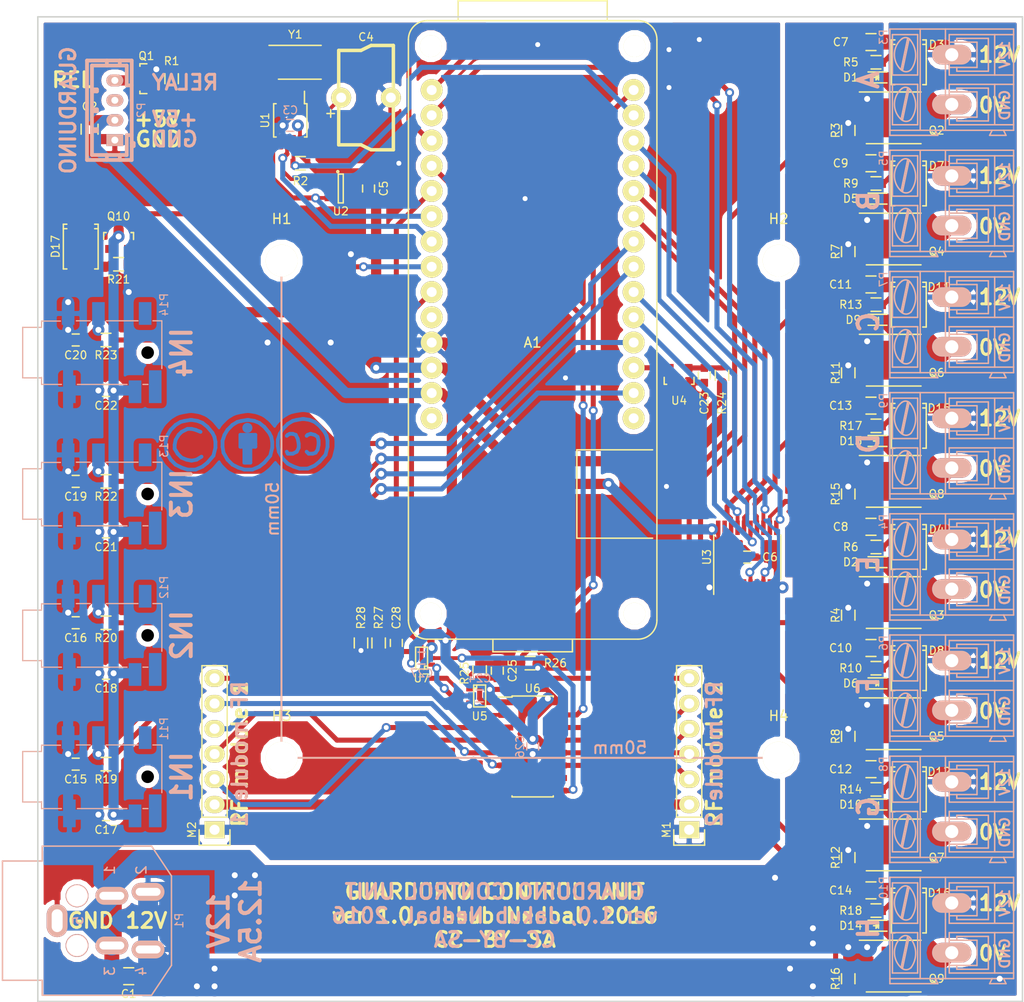
<source format=kicad_pcb>
(kicad_pcb (version 4) (host pcbnew "(2015-12-10 BZR 6367)-product")
  (title_block (title "Guarduino Control Unit") (date 2016-10-07) (rev 1.0) (company "Serious Play Ltd") (comment 1 "Jakub Nedbal") (comment 2 "License: CC-BY-SA"))
  (layers (0 F.Cu signal) (31 B.Cu signal) (34 B.Paste user) (35 F.Paste user) (36 B.SilkS user) (37 F.SilkS user) (38 B.Mask user) (39 F.Mask user) (44 Edge.Cuts user))
  (net 0 "")
  (net 1 +12V)
  (net 2 GND)
  (net 3 VCC)
  (net 4 +3V3)
  (net 5 "Net-(C15-Pad1)")
  (net 6 "Net-(C16-Pad1)")
  (net 7 "Net-(C17-Pad1)")
  (net 8 "Net-(C19-Pad1)")
  (net 9 "Net-(C20-Pad1)")
  (net 10 "Net-(C23-Pad1)")
  (net 11 /RFmodules/RF_DATA_3V3)
  (net 12 /RFmodules/RF_DATA)
  (net 13 /RFmodules/MISO)
  (net 14 /RFmodules/SD2)
  (net 15 "Net-(D1-Pad2)")
  (net 16 "Net-(D1-Pad1)")
  (net 17 "Net-(D2-Pad2)")
  (net 18 "Net-(D2-Pad1)")
  (net 19 "Net-(D5-Pad2)")
  (net 20 "Net-(D5-Pad1)")
  (net 21 "Net-(D6-Pad2)")
  (net 22 "Net-(D6-Pad1)")
  (net 23 "Net-(D9-Pad2)")
  (net 24 "Net-(D11-Pad2)")
  (net 25 "Net-(D10-Pad2)")
  (net 26 "Net-(D10-Pad1)")
  (net 27 "Net-(D13-Pad2)")
  (net 28 "Net-(D13-Pad1)")
  (net 29 "Net-(D14-Pad2)")
  (net 30 "Net-(D14-Pad1)")
  (net 31 "Net-(D17-Pad2)")
  (net 32 /RFmodules/D0_1)
  (net 33 /RFmodules/D1_1)
  (net 34 /RFmodules/D2_1)
  (net 35 /RFmodules/D3_1)
  (net 36 /RFmodules/VT_1)
  (net 37 /RFmodules/D0_2)
  (net 38 /RFmodules/D1_2)
  (net 39 /RFmodules/D2_2)
  (net 40 /RFmodules/D3_2)
  (net 41 /RFmodules/VT_2)
  (net 42 /RELAY)
  (net 43 /POWER)
  (net 44 /PowerDrivers/OUT0)
  (net 45 /PowerDrivers/OUT4)
  (net 46 /PowerDrivers/OUT1)
  (net 47 /PowerDrivers/OUT5)
  (net 48 /PowerDrivers/OUT2)
  (net 49 /PowerDrivers/OUT6)
  (net 50 /PowerDrivers/OUT3)
  (net 51 /PowerDrivers/OUT7)
  (net 52 /~RTC_INT)
  (net 53 "Net-(U1-Pad1)")
  (net 54 "Net-(U1-Pad2)")
  (net 55 "Net-(C4-Pad1)")
  (net 56 /SDA)
  (net 57 /SCL)
  (net 58 /RFmodules/~CS_RF)
  (net 59 /RFmodules/SD1)
  (net 60 /PowerDrivers/D3)
  (net 61 /PowerDrivers/D2)
  (net 62 /PowerDrivers/D1)
  (net 63 /PowerDrivers/D0)
  (net 64 /Sensors/SENS3)
  (net 65 /Sensors/SENS2)
  (net 66 /PowerDrivers/D7)
  (net 67 /PowerDrivers/D6)
  (net 68 /Sensors/SENS1)
  (net 69 /Sensors/TEMP)
  (net 70 /Sensors/SENS0)
  (net 71 "Net-(A1-Pad1)")
  (net 72 "Net-(A1-Pad28)")
  (net 73 "Net-(A1-Pad24)")
  (net 74 /Sensors/~SENS)
  (net 75 /RFmodules/SCK)
  (net 76 /PowerDrivers/D5)
  (net 77 /PowerDrivers/D4)
  (net 78 "Net-(P11-PadLS)")
  (net 79 "Net-(P11-PadRS)")
  (net 80 "Net-(P12-PadLS)")
  (net 81 "Net-(P12-PadRS)")
  (net 82 "Net-(P13-PadLS)")
  (net 83 "Net-(P13-PadRS)")
  (net 84 "Net-(P14-PadLS)")
  (net 85 "Net-(P14-PadRS)")
  (net 86 "Net-(U6-Pad7)")
  (net 87 "Net-(U6-Pad10)")
  (net 88 "Net-(P2-Pad3)")
  (net 89 "Net-(H1-Pad1)")
  (net 90 "Net-(H2-Pad1)")
  (net 91 "Net-(H3-Pad1)")
  (module Resistors_SMD:R_0603 (layer F.Cu) (at 128.016 56.388 180)
    (fp_text reference R13 (at 2.54 0 180) (layer F.SilkS) (effects (font (size 0.8 0.8) (thickness 0.12))))
    (fp_text value 10k hide)
    (pad 1 smd rect (at -0.75 0 180) (size 0.5 0.9) (layers F.Cu F.Paste F.Mask) (net 1 +12V))
    (pad 2 smd rect (at 0.75 0 180) (size 0.5 0.9) (layers F.Cu F.Paste F.Mask) (net 23 "Net-(D9-Pad2)"))
  )
  (module Resistors_SMD:R_0603 (layer F.Cu) (at 125.222 63.246 90)
    (fp_text reference R11 (at 0 -1.27 90) (layer F.SilkS) (effects (font (size 0.8 0.8) (thickness 0.12))))
    (fp_text value 560k hide)
    (pad 1 smd rect (at -0.75 0 90) (size 0.5 0.9) (layers F.Cu F.Paste F.Mask) (net 48 /PowerDrivers/OUT2))
    (pad 2 smd rect (at 0.75 0 90) (size 0.5 0.9) (layers F.Cu F.Paste F.Mask) (net 2 GND))
  )
  (module SMD_Packages:SO-8_PowerPAK_Vishay_Single (layer F.Cu) (at 129.794 61.976)
    (fp_text reference Q6 (at 4.318 1.27) (layer F.SilkS) (effects (font (size 0.8 0.8) (thickness 0.12))))
    (fp_text value PSMN6R0 hide)
    (pad 1 smd rect (at -2.67 -1.905) (size 1.27 0.61) (layers F.Cu F.Paste F.Mask) (net 2 GND))
    (pad 2 smd rect (at -2.67 -0.635) (size 1.27 0.61) (layers F.Cu F.Paste F.Mask) (net 2 GND))
    (pad 3 smd rect (at -2.67 0.635) (size 1.27 0.61) (layers F.Cu F.Paste F.Mask) (net 2 GND))
    (pad 4 smd rect (at -2.67 1.905) (size 1.27 0.61) (layers F.Cu F.Paste F.Mask) (net 48 /PowerDrivers/OUT2))
    (pad 5 smd rect (at 2.795 1.905) (size 1.02 0.61) (layers F.Cu F.Paste F.Mask) (net 24 "Net-(D11-Pad2)"))
    (pad 5 smd rect (at 2.795 0.635) (size 1.02 0.61) (layers F.Cu F.Paste F.Mask) (net 24 "Net-(D11-Pad2)"))
    (pad 5 smd rect (at 2.795 -0.635) (size 1.02 0.61) (layers F.Cu F.Paste F.Mask) (net 24 "Net-(D11-Pad2)"))
    (pad 5 smd rect (at 2.795 -1.905) (size 1.02 0.61) (layers F.Cu F.Paste F.Mask) (net 24 "Net-(D11-Pad2)"))
    (pad 5 smd rect (at 0.69 0) (size 3.81 3.91) (layers F.Cu F.Paste F.Mask) (net 24 "Net-(D11-Pad2)"))
  )
  (module Connect:AK300-2 (layer B.Cu) (at 135.636 55.626 270)
    (fp_text reference P7 (at -1.778 6.858 270) (layer B.SilkS) (effects (font (size 0.8 0.8) (thickness 0.12)) (justify mirror)))
    (fp_text value GS009S hide)
    (pad 1 thru_hole oval (at 0 0 270) (size 1.9812 3.9624) (drill 1.3208) (layers *.Cu B.Paste B.SilkS B.Mask) (net 1 +12V))
    (pad 2 thru_hole oval (at 5 0 270) (size 1.9812 3.9624) (drill 1.3208) (layers *.Cu B.Paste B.SilkS B.Mask) (net 24 "Net-(D11-Pad2)"))
  )
  (module Diodes_SMD:SMA_Standard (layer F.Cu) (at 131.318 56.388 270)
    (fp_text reference D11 (at -1.778 -3.048 360) (layer F.SilkS) (effects (font (size 0.8 0.8) (thickness 0.12))))
    (fp_text value 1N5819 hide)
    (pad 1 smd rect (at -1.99898 0 270) (size 2.49936 1.80086) (layers F.Cu F.Paste F.Mask) (net 1 +12V))
    (pad 2 smd rect (at 1.99898 0 270) (size 2.49936 1.80086) (layers F.Cu F.Paste F.Mask) (net 24 "Net-(D11-Pad2)"))
  )
  (module LEDs:LED_0603 (layer F.Cu) (at 128.016 57.912 180)
    (fp_text reference D9 (at 2.286 0 180) (layer F.SilkS) (effects (font (size 0.8 0.8) (thickness 0.12))))
    (fp_text value "LED GREEN" hide)
    (pad 2 smd rect (at 0.7493 0) (size 0.79756 0.79756) (layers F.Cu F.Paste F.Mask) (net 23 "Net-(D9-Pad2)"))
    (pad 1 smd rect (at -0.7493 0) (size 0.79756 0.79756) (layers F.Cu F.Paste F.Mask) (net 24 "Net-(D11-Pad2)"))
  )
  (module Capacitors_SMD:C_0805 (layer F.Cu) (at 127.508 54.356 180)
    (fp_text reference C11 (at 3.048 0 180) (layer F.SilkS) (effects (font (size 0.8 0.8) (thickness 0.12))))
    (fp_text value 10u/25V hide)
    (pad 1 smd rect (at -1 0 180) (size 1 1.25) (layers F.Cu F.Paste F.Mask) (net 1 +12V))
    (pad 2 smd rect (at 1 0 180) (size 1 1.25) (layers F.Cu F.Paste F.Mask) (net 2 GND))
  )
  (module Capacitors_SMD:C_0805 (layer F.Cu) (at 127.508 103.124 180)
    (fp_text reference C12 (at 3.048 0 180) (layer F.SilkS) (effects (font (size 0.8 0.8) (thickness 0.12))))
    (fp_text value 10u/25V hide)
    (pad 1 smd rect (at -1 0 180) (size 1 1.25) (layers F.Cu F.Paste F.Mask) (net 1 +12V))
    (pad 2 smd rect (at 1 0 180) (size 1 1.25) (layers F.Cu F.Paste F.Mask) (net 2 GND))
  )
  (module LEDs:LED_0603 (layer F.Cu) (at 128.016 106.68 180)
    (fp_text reference D10 (at 2.54 0 180) (layer F.SilkS) (effects (font (size 0.8 0.8) (thickness 0.12))))
    (fp_text value "LED GREEN" hide)
    (pad 2 smd rect (at 0.7493 0) (size 0.79756 0.79756) (layers F.Cu F.Paste F.Mask) (net 25 "Net-(D10-Pad2)"))
    (pad 1 smd rect (at -0.7493 0) (size 0.79756 0.79756) (layers F.Cu F.Paste F.Mask) (net 26 "Net-(D10-Pad1)"))
  )
  (module Diodes_SMD:SMA_Standard (layer F.Cu) (at 131.318 105.156 270)
    (fp_text reference D12 (at -1.778 -3.048 360) (layer F.SilkS) (effects (font (size 0.8 0.8) (thickness 0.12))))
    (fp_text value 1N5819 hide)
    (pad 1 smd rect (at -1.99898 0 270) (size 2.49936 1.80086) (layers F.Cu F.Paste F.Mask) (net 1 +12V))
    (pad 2 smd rect (at 1.99898 0 270) (size 2.49936 1.80086) (layers F.Cu F.Paste F.Mask) (net 26 "Net-(D10-Pad1)"))
  )
  (module Connect:AK300-2 (layer B.Cu) (at 135.636 104.394 270)
    (fp_text reference P8 (at -1.778 6.858 270) (layer B.SilkS) (effects (font (size 0.8 0.8) (thickness 0.12)) (justify mirror)))
    (fp_text value GS009S hide)
    (pad 1 thru_hole oval (at 0 0 270) (size 1.9812 3.9624) (drill 1.3208) (layers *.Cu B.Paste B.SilkS B.Mask) (net 1 +12V))
    (pad 2 thru_hole oval (at 5 0 270) (size 1.9812 3.9624) (drill 1.3208) (layers *.Cu B.Paste B.SilkS B.Mask) (net 26 "Net-(D10-Pad1)"))
  )
  (module SMD_Packages:SO-8_PowerPAK_Vishay_Single (layer F.Cu) (at 129.794 110.744)
    (fp_text reference Q7 (at 4.318 1.27) (layer F.SilkS) (effects (font (size 0.8 0.8) (thickness 0.12))))
    (fp_text value PSMN6R0 hide)
    (pad 1 smd rect (at -2.67 -1.905) (size 1.27 0.61) (layers F.Cu F.Paste F.Mask) (net 2 GND))
    (pad 2 smd rect (at -2.67 -0.635) (size 1.27 0.61) (layers F.Cu F.Paste F.Mask) (net 2 GND))
    (pad 3 smd rect (at -2.67 0.635) (size 1.27 0.61) (layers F.Cu F.Paste F.Mask) (net 2 GND))
    (pad 4 smd rect (at -2.67 1.905) (size 1.27 0.61) (layers F.Cu F.Paste F.Mask) (net 49 /PowerDrivers/OUT6))
    (pad 5 smd rect (at 2.795 1.905) (size 1.02 0.61) (layers F.Cu F.Paste F.Mask) (net 26 "Net-(D10-Pad1)"))
    (pad 5 smd rect (at 2.795 0.635) (size 1.02 0.61) (layers F.Cu F.Paste F.Mask) (net 26 "Net-(D10-Pad1)"))
    (pad 5 smd rect (at 2.795 -0.635) (size 1.02 0.61) (layers F.Cu F.Paste F.Mask) (net 26 "Net-(D10-Pad1)"))
    (pad 5 smd rect (at 2.795 -1.905) (size 1.02 0.61) (layers F.Cu F.Paste F.Mask) (net 26 "Net-(D10-Pad1)"))
    (pad 5 smd rect (at 0.69 0) (size 3.81 3.91) (layers F.Cu F.Paste F.Mask) (net 26 "Net-(D10-Pad1)"))
  )
  (module Resistors_SMD:R_0603 (layer F.Cu) (at 125.222 112.014 90)
    (fp_text reference R12 (at 0 -1.27 90) (layer F.SilkS) (effects (font (size 0.8 0.8) (thickness 0.12))))
    (fp_text value 560k hide)
    (pad 1 smd rect (at -0.75 0 90) (size 0.5 0.9) (layers F.Cu F.Paste F.Mask) (net 49 /PowerDrivers/OUT6))
    (pad 2 smd rect (at 0.75 0 90) (size 0.5 0.9) (layers F.Cu F.Paste F.Mask) (net 2 GND))
  )
  (module Resistors_SMD:R_0603 (layer F.Cu) (at 128.016 105.156 180)
    (fp_text reference R14 (at 2.54 0 180) (layer F.SilkS) (effects (font (size 0.8 0.8) (thickness 0.12))))
    (fp_text value 10k hide)
    (pad 1 smd rect (at -0.75 0 180) (size 0.5 0.9) (layers F.Cu F.Paste F.Mask) (net 1 +12V))
    (pad 2 smd rect (at 0.75 0 180) (size 0.5 0.9) (layers F.Cu F.Paste F.Mask) (net 25 "Net-(D10-Pad2)"))
  )
  (module Resistors_SMD:R_0603 (layer F.Cu) (at 128.016 117.348 180)
    (fp_text reference R18 (at 2.54 0 180) (layer F.SilkS) (effects (font (size 0.8 0.8) (thickness 0.12))))
    (fp_text value 10k hide)
    (pad 1 smd rect (at -0.75 0 180) (size 0.5 0.9) (layers F.Cu F.Paste F.Mask) (net 1 +12V))
    (pad 2 smd rect (at 0.75 0 180) (size 0.5 0.9) (layers F.Cu F.Paste F.Mask) (net 29 "Net-(D14-Pad2)"))
  )
  (module Resistors_SMD:R_0603 (layer F.Cu) (at 125.222 124.206 90)
    (fp_text reference R16 (at 0 -1.27 90) (layer F.SilkS) (effects (font (size 0.8 0.8) (thickness 0.12))))
    (fp_text value 560k hide)
    (pad 1 smd rect (at -0.75 0 90) (size 0.5 0.9) (layers F.Cu F.Paste F.Mask) (net 51 /PowerDrivers/OUT7))
    (pad 2 smd rect (at 0.75 0 90) (size 0.5 0.9) (layers F.Cu F.Paste F.Mask) (net 2 GND))
  )
  (module SMD_Packages:SO-8_PowerPAK_Vishay_Single (layer F.Cu) (at 129.794 122.936)
    (fp_text reference Q9 (at 4.318 1.27) (layer F.SilkS) (effects (font (size 0.8 0.8) (thickness 0.12))))
    (fp_text value PSMN6R0 hide)
    (pad 1 smd rect (at -2.67 -1.905) (size 1.27 0.61) (layers F.Cu F.Paste F.Mask) (net 2 GND))
    (pad 2 smd rect (at -2.67 -0.635) (size 1.27 0.61) (layers F.Cu F.Paste F.Mask) (net 2 GND))
    (pad 3 smd rect (at -2.67 0.635) (size 1.27 0.61) (layers F.Cu F.Paste F.Mask) (net 2 GND))
    (pad 4 smd rect (at -2.67 1.905) (size 1.27 0.61) (layers F.Cu F.Paste F.Mask) (net 51 /PowerDrivers/OUT7))
    (pad 5 smd rect (at 2.795 1.905) (size 1.02 0.61) (layers F.Cu F.Paste F.Mask) (net 30 "Net-(D14-Pad1)"))
    (pad 5 smd rect (at 2.795 0.635) (size 1.02 0.61) (layers F.Cu F.Paste F.Mask) (net 30 "Net-(D14-Pad1)"))
    (pad 5 smd rect (at 2.795 -0.635) (size 1.02 0.61) (layers F.Cu F.Paste F.Mask) (net 30 "Net-(D14-Pad1)"))
    (pad 5 smd rect (at 2.795 -1.905) (size 1.02 0.61) (layers F.Cu F.Paste F.Mask) (net 30 "Net-(D14-Pad1)"))
    (pad 5 smd rect (at 0.69 0) (size 3.81 3.91) (layers F.Cu F.Paste F.Mask) (net 30 "Net-(D14-Pad1)"))
  )
  (module Connect:AK300-2 (layer B.Cu) (at 135.636 116.586 270)
    (fp_text reference P10 (at -1.524 6.858 270) (layer B.SilkS) (effects (font (size 0.8 0.8) (thickness 0.12)) (justify mirror)))
    (fp_text value GS009S hide)
    (pad 1 thru_hole oval (at 0 0 270) (size 1.9812 3.9624) (drill 1.3208) (layers *.Cu B.Paste B.SilkS B.Mask) (net 1 +12V))
    (pad 2 thru_hole oval (at 5 0 270) (size 1.9812 3.9624) (drill 1.3208) (layers *.Cu B.Paste B.SilkS B.Mask) (net 30 "Net-(D14-Pad1)"))
  )
  (module Diodes_SMD:SMA_Standard (layer F.Cu) (at 131.318 117.348 270)
    (fp_text reference D16 (at -1.778 -3.048 360) (layer F.SilkS) (effects (font (size 0.8 0.8) (thickness 0.12))))
    (fp_text value 1N5819 hide)
    (pad 1 smd rect (at -1.99898 0 270) (size 2.49936 1.80086) (layers F.Cu F.Paste F.Mask) (net 1 +12V))
    (pad 2 smd rect (at 1.99898 0 270) (size 2.49936 1.80086) (layers F.Cu F.Paste F.Mask) (net 30 "Net-(D14-Pad1)"))
  )
  (module LEDs:LED_0603 (layer F.Cu) (at 128.016 118.872 180)
    (fp_text reference D14 (at 2.54 0 180) (layer F.SilkS) (effects (font (size 0.8 0.8) (thickness 0.12))))
    (fp_text value "LED GREEN" hide)
    (pad 2 smd rect (at 0.7493 0) (size 0.79756 0.79756) (layers F.Cu F.Paste F.Mask) (net 29 "Net-(D14-Pad2)"))
    (pad 1 smd rect (at -0.7493 0) (size 0.79756 0.79756) (layers F.Cu F.Paste F.Mask) (net 30 "Net-(D14-Pad1)"))
  )
  (module Capacitors_SMD:C_0805 (layer F.Cu) (at 127.508 115.316 180)
    (fp_text reference C14 (at 3.048 0 180) (layer F.SilkS) (effects (font (size 0.8 0.8) (thickness 0.12))))
    (fp_text value 10u/25V hide)
    (pad 1 smd rect (at -1 0 180) (size 1 1.25) (layers F.Cu F.Paste F.Mask) (net 1 +12V))
    (pad 2 smd rect (at 1 0 180) (size 1 1.25) (layers F.Cu F.Paste F.Mask) (net 2 GND))
  )
  (module Capacitors_SMD:C_0805 (layer F.Cu) (at 127.508 66.548 180)
    (fp_text reference C13 (at 3.048 0 180) (layer F.SilkS) (effects (font (size 0.8 0.8) (thickness 0.12))))
    (fp_text value 10u/25V hide)
    (pad 1 smd rect (at -1 0 180) (size 1 1.25) (layers F.Cu F.Paste F.Mask) (net 1 +12V))
    (pad 2 smd rect (at 1 0 180) (size 1 1.25) (layers F.Cu F.Paste F.Mask) (net 2 GND))
  )
  (module LEDs:LED_0603 (layer F.Cu) (at 128.016 70.104 180)
    (fp_text reference D13 (at 2.54 0 180) (layer F.SilkS) (effects (font (size 0.8 0.8) (thickness 0.12))))
    (fp_text value "LED GREEN" hide)
    (pad 2 smd rect (at 0.7493 0) (size 0.79756 0.79756) (layers F.Cu F.Paste F.Mask) (net 27 "Net-(D13-Pad2)"))
    (pad 1 smd rect (at -0.7493 0) (size 0.79756 0.79756) (layers F.Cu F.Paste F.Mask) (net 28 "Net-(D13-Pad1)"))
  )
  (module Diodes_SMD:SMA_Standard (layer F.Cu) (at 131.318 68.58 270)
    (fp_text reference D15 (at -1.778 -3.048 360) (layer F.SilkS) (effects (font (size 0.8 0.8) (thickness 0.12))))
    (fp_text value 1N5819 hide)
    (pad 1 smd rect (at -1.99898 0 270) (size 2.49936 1.80086) (layers F.Cu F.Paste F.Mask) (net 1 +12V))
    (pad 2 smd rect (at 1.99898 0 270) (size 2.49936 1.80086) (layers F.Cu F.Paste F.Mask) (net 28 "Net-(D13-Pad1)"))
  )
  (module Connect:AK300-2 (layer B.Cu) (at 135.636 67.818 270)
    (fp_text reference P9 (at -1.778 6.858 270) (layer B.SilkS) (effects (font (size 0.8 0.8) (thickness 0.12)) (justify mirror)))
    (fp_text value GS009S hide)
    (pad 1 thru_hole oval (at 0 0 270) (size 1.9812 3.9624) (drill 1.3208) (layers *.Cu B.Paste B.SilkS B.Mask) (net 1 +12V))
    (pad 2 thru_hole oval (at 5 0 270) (size 1.9812 3.9624) (drill 1.3208) (layers *.Cu B.Paste B.SilkS B.Mask) (net 28 "Net-(D13-Pad1)"))
  )
  (module SMD_Packages:SO-8_PowerPAK_Vishay_Single (layer F.Cu) (at 129.794 74.168)
    (fp_text reference Q8 (at 4.318 1.27) (layer F.SilkS) (effects (font (size 0.8 0.8) (thickness 0.12))))
    (fp_text value PSMN6R0 hide)
    (pad 1 smd rect (at -2.67 -1.905) (size 1.27 0.61) (layers F.Cu F.Paste F.Mask) (net 2 GND))
    (pad 2 smd rect (at -2.67 -0.635) (size 1.27 0.61) (layers F.Cu F.Paste F.Mask) (net 2 GND))
    (pad 3 smd rect (at -2.67 0.635) (size 1.27 0.61) (layers F.Cu F.Paste F.Mask) (net 2 GND))
    (pad 4 smd rect (at -2.67 1.905) (size 1.27 0.61) (layers F.Cu F.Paste F.Mask) (net 50 /PowerDrivers/OUT3))
    (pad 5 smd rect (at 2.795 1.905) (size 1.02 0.61) (layers F.Cu F.Paste F.Mask) (net 28 "Net-(D13-Pad1)"))
    (pad 5 smd rect (at 2.795 0.635) (size 1.02 0.61) (layers F.Cu F.Paste F.Mask) (net 28 "Net-(D13-Pad1)"))
    (pad 5 smd rect (at 2.795 -0.635) (size 1.02 0.61) (layers F.Cu F.Paste F.Mask) (net 28 "Net-(D13-Pad1)"))
    (pad 5 smd rect (at 2.795 -1.905) (size 1.02 0.61) (layers F.Cu F.Paste F.Mask) (net 28 "Net-(D13-Pad1)"))
    (pad 5 smd rect (at 0.69 0) (size 3.81 3.91) (layers F.Cu F.Paste F.Mask) (net 28 "Net-(D13-Pad1)"))
  )
  (module Resistors_SMD:R_0603 (layer F.Cu) (at 125.222 75.438 90)
    (fp_text reference R15 (at 0 -1.27 90) (layer F.SilkS) (effects (font (size 0.8 0.8) (thickness 0.12))))
    (fp_text value 560k hide)
    (pad 1 smd rect (at -0.75 0 90) (size 0.5 0.9) (layers F.Cu F.Paste F.Mask) (net 50 /PowerDrivers/OUT3))
    (pad 2 smd rect (at 0.75 0 90) (size 0.5 0.9) (layers F.Cu F.Paste F.Mask) (net 2 GND))
  )
  (module Resistors_SMD:R_0603 (layer F.Cu) (at 128.016 68.58 180)
    (fp_text reference R17 (at 2.54 0 180) (layer F.SilkS) (effects (font (size 0.8 0.8) (thickness 0.12))))
    (fp_text value 10k hide)
    (pad 1 smd rect (at -0.75 0 180) (size 0.5 0.9) (layers F.Cu F.Paste F.Mask) (net 1 +12V))
    (pad 2 smd rect (at 0.75 0 180) (size 0.5 0.9) (layers F.Cu F.Paste F.Mask) (net 27 "Net-(D13-Pad2)"))
  )
  (module Resistors_SMD:R_0603 (layer F.Cu) (at 128.016 44.196 180)
    (fp_text reference R9 (at 2.54 0 180) (layer F.SilkS) (effects (font (size 0.8 0.8) (thickness 0.12))))
    (fp_text value 10k hide)
    (pad 1 smd rect (at -0.75 0 180) (size 0.5 0.9) (layers F.Cu F.Paste F.Mask) (net 1 +12V))
    (pad 2 smd rect (at 0.75 0 180) (size 0.5 0.9) (layers F.Cu F.Paste F.Mask) (net 19 "Net-(D5-Pad2)"))
  )
  (module Resistors_SMD:R_0603 (layer F.Cu) (at 125.222 51.054 90)
    (fp_text reference R7 (at 0 -1.27 90) (layer F.SilkS) (effects (font (size 0.8 0.8) (thickness 0.12))))
    (fp_text value 560k hide)
    (pad 1 smd rect (at -0.75 0 90) (size 0.5 0.9) (layers F.Cu F.Paste F.Mask) (net 46 /PowerDrivers/OUT1))
    (pad 2 smd rect (at 0.75 0 90) (size 0.5 0.9) (layers F.Cu F.Paste F.Mask) (net 2 GND))
  )
  (module SMD_Packages:SO-8_PowerPAK_Vishay_Single (layer F.Cu) (at 129.794 49.784)
    (fp_text reference Q4 (at 4.318 1.27) (layer F.SilkS) (effects (font (size 0.8 0.8) (thickness 0.12))))
    (fp_text value PSMN6R0 hide)
    (pad 1 smd rect (at -2.67 -1.905) (size 1.27 0.61) (layers F.Cu F.Paste F.Mask) (net 2 GND))
    (pad 2 smd rect (at -2.67 -0.635) (size 1.27 0.61) (layers F.Cu F.Paste F.Mask) (net 2 GND))
    (pad 3 smd rect (at -2.67 0.635) (size 1.27 0.61) (layers F.Cu F.Paste F.Mask) (net 2 GND))
    (pad 4 smd rect (at -2.67 1.905) (size 1.27 0.61) (layers F.Cu F.Paste F.Mask) (net 46 /PowerDrivers/OUT1))
    (pad 5 smd rect (at 2.795 1.905) (size 1.02 0.61) (layers F.Cu F.Paste F.Mask) (net 20 "Net-(D5-Pad1)"))
    (pad 5 smd rect (at 2.795 0.635) (size 1.02 0.61) (layers F.Cu F.Paste F.Mask) (net 20 "Net-(D5-Pad1)"))
    (pad 5 smd rect (at 2.795 -0.635) (size 1.02 0.61) (layers F.Cu F.Paste F.Mask) (net 20 "Net-(D5-Pad1)"))
    (pad 5 smd rect (at 2.795 -1.905) (size 1.02 0.61) (layers F.Cu F.Paste F.Mask) (net 20 "Net-(D5-Pad1)"))
    (pad 5 smd rect (at 0.69 0) (size 3.81 3.91) (layers F.Cu F.Paste F.Mask) (net 20 "Net-(D5-Pad1)"))
  )
  (module Connect:AK300-2 (layer B.Cu) (at 135.636 43.434 270)
    (fp_text reference P5 (at -1.778 6.858 270) (layer B.SilkS) (effects (font (size 0.8 0.8) (thickness 0.12)) (justify mirror)))
    (fp_text value GS009S hide)
    (pad 1 thru_hole oval (at 0 0 270) (size 1.9812 3.9624) (drill 1.3208) (layers *.Cu B.Paste B.SilkS B.Mask) (net 1 +12V))
    (pad 2 thru_hole oval (at 5 0 270) (size 1.9812 3.9624) (drill 1.3208) (layers *.Cu B.Paste B.SilkS B.Mask) (net 20 "Net-(D5-Pad1)"))
  )
  (module Diodes_SMD:SMA_Standard (layer F.Cu) (at 131.318 44.196 270)
    (fp_text reference D7 (at -1.778 -2.794 360) (layer F.SilkS) (effects (font (size 0.8 0.8) (thickness 0.12))))
    (fp_text value 1N5819 hide)
    (pad 1 smd rect (at -1.99898 0 270) (size 2.49936 1.80086) (layers F.Cu F.Paste F.Mask) (net 1 +12V))
    (pad 2 smd rect (at 1.99898 0 270) (size 2.49936 1.80086) (layers F.Cu F.Paste F.Mask) (net 20 "Net-(D5-Pad1)"))
  )
  (module LEDs:LED_0603 (layer F.Cu) (at 128.016 45.72 180)
    (fp_text reference D5 (at 2.54 0 180) (layer F.SilkS) (effects (font (size 0.8 0.8) (thickness 0.12))))
    (fp_text value "LED GREEN" hide)
    (pad 2 smd rect (at 0.7493 0) (size 0.79756 0.79756) (layers F.Cu F.Paste F.Mask) (net 19 "Net-(D5-Pad2)"))
    (pad 1 smd rect (at -0.7493 0) (size 0.79756 0.79756) (layers F.Cu F.Paste F.Mask) (net 20 "Net-(D5-Pad1)"))
  )
  (module Capacitors_SMD:C_0805 (layer F.Cu) (at 127.508 42.164 180)
    (fp_text reference C9 (at 3.048 0 180) (layer F.SilkS) (effects (font (size 0.8 0.8) (thickness 0.12))))
    (fp_text value 10u/25V hide)
    (pad 1 smd rect (at -1 0 180) (size 1 1.25) (layers F.Cu F.Paste F.Mask) (net 1 +12V))
    (pad 2 smd rect (at 1 0 180) (size 1 1.25) (layers F.Cu F.Paste F.Mask) (net 2 GND))
  )
  (module Capacitors_SMD:C_0805 (layer F.Cu) (at 127.508 90.932 180)
    (fp_text reference C10 (at 3.048 0 180) (layer F.SilkS) (effects (font (size 0.8 0.8) (thickness 0.12))))
    (fp_text value 10u/25V hide)
    (pad 1 smd rect (at -1 0 180) (size 1 1.25) (layers F.Cu F.Paste F.Mask) (net 1 +12V))
    (pad 2 smd rect (at 1 0 180) (size 1 1.25) (layers F.Cu F.Paste F.Mask) (net 2 GND))
  )
  (module LEDs:LED_0603 (layer F.Cu) (at 128.016 94.488 180)
    (fp_text reference D6 (at 2.54 0 180) (layer F.SilkS) (effects (font (size 0.8 0.8) (thickness 0.12))))
    (fp_text value "LED GREEN" hide)
    (pad 2 smd rect (at 0.7493 0) (size 0.79756 0.79756) (layers F.Cu F.Paste F.Mask) (net 21 "Net-(D6-Pad2)"))
    (pad 1 smd rect (at -0.7493 0) (size 0.79756 0.79756) (layers F.Cu F.Paste F.Mask) (net 22 "Net-(D6-Pad1)"))
  )
  (module Diodes_SMD:SMA_Standard (layer F.Cu) (at 131.318 92.964 270)
    (fp_text reference D8 (at -1.778 -2.794 360) (layer F.SilkS) (effects (font (size 0.8 0.8) (thickness 0.12))))
    (fp_text value 1N5819 hide)
    (pad 1 smd rect (at -1.99898 0 270) (size 2.49936 1.80086) (layers F.Cu F.Paste F.Mask) (net 1 +12V))
    (pad 2 smd rect (at 1.99898 0 270) (size 2.49936 1.80086) (layers F.Cu F.Paste F.Mask) (net 22 "Net-(D6-Pad1)"))
  )
  (module Connect:AK300-2 (layer B.Cu) (at 135.636 92.202 270)
    (fp_text reference P6 (at -1.778 6.858 270) (layer B.SilkS) (effects (font (size 0.8 0.8) (thickness 0.12)) (justify mirror)))
    (fp_text value GS009S hide)
    (pad 1 thru_hole oval (at 0 0 270) (size 1.9812 3.9624) (drill 1.3208) (layers *.Cu B.Paste B.SilkS B.Mask) (net 1 +12V))
    (pad 2 thru_hole oval (at 5 0 270) (size 1.9812 3.9624) (drill 1.3208) (layers *.Cu B.Paste B.SilkS B.Mask) (net 22 "Net-(D6-Pad1)"))
  )
  (module SMD_Packages:SO-8_PowerPAK_Vishay_Single (layer F.Cu) (at 129.794 98.552)
    (fp_text reference Q5 (at 4.318 1.27) (layer F.SilkS) (effects (font (size 0.8 0.8) (thickness 0.12))))
    (fp_text value PSMN6R0 hide)
    (pad 1 smd rect (at -2.67 -1.905) (size 1.27 0.61) (layers F.Cu F.Paste F.Mask) (net 2 GND))
    (pad 2 smd rect (at -2.67 -0.635) (size 1.27 0.61) (layers F.Cu F.Paste F.Mask) (net 2 GND))
    (pad 3 smd rect (at -2.67 0.635) (size 1.27 0.61) (layers F.Cu F.Paste F.Mask) (net 2 GND))
    (pad 4 smd rect (at -2.67 1.905) (size 1.27 0.61) (layers F.Cu F.Paste F.Mask) (net 47 /PowerDrivers/OUT5))
    (pad 5 smd rect (at 2.795 1.905) (size 1.02 0.61) (layers F.Cu F.Paste F.Mask) (net 22 "Net-(D6-Pad1)"))
    (pad 5 smd rect (at 2.795 0.635) (size 1.02 0.61) (layers F.Cu F.Paste F.Mask) (net 22 "Net-(D6-Pad1)"))
    (pad 5 smd rect (at 2.795 -0.635) (size 1.02 0.61) (layers F.Cu F.Paste F.Mask) (net 22 "Net-(D6-Pad1)"))
    (pad 5 smd rect (at 2.795 -1.905) (size 1.02 0.61) (layers F.Cu F.Paste F.Mask) (net 22 "Net-(D6-Pad1)"))
    (pad 5 smd rect (at 0.69 0) (size 3.81 3.91) (layers F.Cu F.Paste F.Mask) (net 22 "Net-(D6-Pad1)"))
  )
  (module Resistors_SMD:R_0603 (layer F.Cu) (at 125.222 99.822 90)
    (fp_text reference R8 (at 0 -1.27 90) (layer F.SilkS) (effects (font (size 0.8 0.8) (thickness 0.12))))
    (fp_text value 560k hide)
    (pad 1 smd rect (at -0.75 0 90) (size 0.5 0.9) (layers F.Cu F.Paste F.Mask) (net 47 /PowerDrivers/OUT5))
    (pad 2 smd rect (at 0.75 0 90) (size 0.5 0.9) (layers F.Cu F.Paste F.Mask) (net 2 GND))
  )
  (module Resistors_SMD:R_0603 (layer F.Cu) (at 128.016 92.964 180)
    (fp_text reference R10 (at 2.54 0 180) (layer F.SilkS) (effects (font (size 0.8 0.8) (thickness 0.12))))
    (fp_text value 10k hide)
    (pad 1 smd rect (at -0.75 0 180) (size 0.5 0.9) (layers F.Cu F.Paste F.Mask) (net 1 +12V))
    (pad 2 smd rect (at 0.75 0 180) (size 0.5 0.9) (layers F.Cu F.Paste F.Mask) (net 21 "Net-(D6-Pad2)"))
  )
  (module Resistors_SMD:R_0603 (layer F.Cu) (at 128.016 80.772 180)
    (fp_text reference R6 (at 2.54 0 180) (layer F.SilkS) (effects (font (size 0.8 0.8) (thickness 0.12))))
    (fp_text value 10k hide)
    (pad 1 smd rect (at -0.75 0 180) (size 0.5 0.9) (layers F.Cu F.Paste F.Mask) (net 1 +12V))
    (pad 2 smd rect (at 0.75 0 180) (size 0.5 0.9) (layers F.Cu F.Paste F.Mask) (net 17 "Net-(D2-Pad2)"))
  )
  (module Resistors_SMD:R_0603 (layer F.Cu) (at 125.222 87.63 90)
    (fp_text reference R4 (at 0 -1.27 90) (layer F.SilkS) (effects (font (size 0.8 0.8) (thickness 0.12))))
    (fp_text value 560k hide)
    (pad 1 smd rect (at -0.75 0 90) (size 0.5 0.9) (layers F.Cu F.Paste F.Mask) (net 45 /PowerDrivers/OUT4))
    (pad 2 smd rect (at 0.75 0 90) (size 0.5 0.9) (layers F.Cu F.Paste F.Mask) (net 2 GND))
  )
  (module SMD_Packages:SO-8_PowerPAK_Vishay_Single (layer F.Cu) (at 129.794 86.36)
    (fp_text reference Q3 (at 4.318 1.27) (layer F.SilkS) (effects (font (size 0.8 0.8) (thickness 0.12))))
    (fp_text value PSMN6R0 hide)
    (pad 1 smd rect (at -2.67 -1.905) (size 1.27 0.61) (layers F.Cu F.Paste F.Mask) (net 2 GND))
    (pad 2 smd rect (at -2.67 -0.635) (size 1.27 0.61) (layers F.Cu F.Paste F.Mask) (net 2 GND))
    (pad 3 smd rect (at -2.67 0.635) (size 1.27 0.61) (layers F.Cu F.Paste F.Mask) (net 2 GND))
    (pad 4 smd rect (at -2.67 1.905) (size 1.27 0.61) (layers F.Cu F.Paste F.Mask) (net 45 /PowerDrivers/OUT4))
    (pad 5 smd rect (at 2.795 1.905) (size 1.02 0.61) (layers F.Cu F.Paste F.Mask) (net 18 "Net-(D2-Pad1)"))
    (pad 5 smd rect (at 2.795 0.635) (size 1.02 0.61) (layers F.Cu F.Paste F.Mask) (net 18 "Net-(D2-Pad1)"))
    (pad 5 smd rect (at 2.795 -0.635) (size 1.02 0.61) (layers F.Cu F.Paste F.Mask) (net 18 "Net-(D2-Pad1)"))
    (pad 5 smd rect (at 2.795 -1.905) (size 1.02 0.61) (layers F.Cu F.Paste F.Mask) (net 18 "Net-(D2-Pad1)"))
    (pad 5 smd rect (at 0.69 0) (size 3.81 3.91) (layers F.Cu F.Paste F.Mask) (net 18 "Net-(D2-Pad1)"))
  )
  (module Connect:AK300-2 (layer B.Cu) (at 135.636 80.01 270)
    (fp_text reference P4 (at -1.778 6.858 270) (layer B.SilkS) (effects (font (size 0.8 0.8) (thickness 0.12)) (justify mirror)))
    (fp_text value GS009S hide)
    (pad 1 thru_hole oval (at 0 0 270) (size 1.9812 3.9624) (drill 1.3208) (layers *.Cu B.Paste B.SilkS B.Mask) (net 1 +12V))
    (pad 2 thru_hole oval (at 5 0 270) (size 1.9812 3.9624) (drill 1.3208) (layers *.Cu B.Paste B.SilkS B.Mask) (net 18 "Net-(D2-Pad1)"))
  )
  (module Diodes_SMD:SMA_Standard (layer F.Cu) (at 131.318 80.772 270)
    (fp_text reference D4 (at -1.778 -2.794 360) (layer F.SilkS) (effects (font (size 0.8 0.8) (thickness 0.12))))
    (fp_text value 1N5819 hide)
    (pad 1 smd rect (at -1.99898 0 270) (size 2.49936 1.80086) (layers F.Cu F.Paste F.Mask) (net 1 +12V))
    (pad 2 smd rect (at 1.99898 0 270) (size 2.49936 1.80086) (layers F.Cu F.Paste F.Mask) (net 18 "Net-(D2-Pad1)"))
  )
  (module LEDs:LED_0603 (layer F.Cu) (at 128.016 82.296 180)
    (fp_text reference D2 (at 2.54 0 180) (layer F.SilkS) (effects (font (size 0.8 0.8) (thickness 0.12))))
    (fp_text value "LED GREEN" hide)
    (pad 2 smd rect (at 0.7493 0) (size 0.79756 0.79756) (layers F.Cu F.Paste F.Mask) (net 17 "Net-(D2-Pad2)"))
    (pad 1 smd rect (at -0.7493 0) (size 0.79756 0.79756) (layers F.Cu F.Paste F.Mask) (net 18 "Net-(D2-Pad1)"))
  )
  (module Capacitors_SMD:C_0805 (layer F.Cu) (at 127.508 78.74 180)
    (fp_text reference C8 (at 3.048 0 180) (layer F.SilkS) (effects (font (size 0.8 0.8) (thickness 0.12))))
    (fp_text value 10u/25V hide)
    (pad 1 smd rect (at -1 0 180) (size 1 1.25) (layers F.Cu F.Paste F.Mask) (net 1 +12V))
    (pad 2 smd rect (at 1 0 180) (size 1 1.25) (layers F.Cu F.Paste F.Mask) (net 2 GND))
  )
  (module Capacitors_SMD:C_0805 (layer F.Cu) (at 52.832 123.952 180)
    (fp_text reference C1 (at 0 -1.778 180) (layer F.SilkS) (effects (font (size 0.8 0.8) (thickness 0.12))))
    (fp_text value 10u/25V hide)
    (pad 1 smd rect (at -1 0 180) (size 1 1.25) (layers F.Cu F.Paste F.Mask) (net 1 +12V))
    (pad 2 smd rect (at 1 0 180) (size 1 1.25) (layers F.Cu F.Paste F.Mask) (net 2 GND))
  )
  (module Capacitors_SMD:C_0805 (layer F.Cu) (at 48.895 38.735 270)
    (fp_text reference C2 (at -2.286 0 360) (layer F.SilkS) (effects (font (size 0.8 0.8) (thickness 0.12))))
    (fp_text value 10u/25V hide)
    (pad 1 smd rect (at -1 0 270) (size 1 1.25) (layers F.Cu F.Paste F.Mask) (net 3 VCC))
    (pad 2 smd rect (at 1 0 270) (size 1 1.25) (layers F.Cu F.Paste F.Mask) (net 2 GND))
  )
  (module Capacitors_SMD:C_0603 (layer B.Cu) (at 69.088 38.354 180)
    (fp_text reference C3 (at 0 1.524 180) (layer B.SilkS) (effects (font (size 0.8 0.8) (thickness 0.12)) (justify mirror)))
    (fp_text value 100n hide)
    (pad 1 smd rect (at -0.75 0 180) (size 0.8 0.75) (layers B.Cu B.Paste B.Mask) (net 4 +3V3))
    (pad 2 smd rect (at 0.75 0 180) (size 0.8 0.75) (layers B.Cu B.Paste B.Mask) (net 2 GND))
  )
  (module Capacitors_SMD:C_0603 (layer F.Cu) (at 76.962 44.704 90)
    (fp_text reference C5 (at 0 1.524 90) (layer F.SilkS) (effects (font (size 0.8 0.8) (thickness 0.12))))
    (fp_text value 100n hide)
    (pad 1 smd rect (at -0.75 0 90) (size 0.8 0.75) (layers F.Cu F.Paste F.Mask) (net 4 +3V3))
    (pad 2 smd rect (at 0.75 0 90) (size 0.8 0.75) (layers F.Cu F.Paste F.Mask) (net 2 GND))
  )
  (module Capacitors_SMD:C_0603 (layer F.Cu) (at 115.062 81.788)
    (fp_text reference C6 (at 2.286 0) (layer F.SilkS) (effects (font (size 0.8 0.8) (thickness 0.12))))
    (fp_text value 100n hide)
    (pad 1 smd rect (at -0.75 0) (size 0.8 0.75) (layers F.Cu F.Paste F.Mask) (net 3 VCC))
    (pad 2 smd rect (at 0.75 0) (size 0.8 0.75) (layers F.Cu F.Paste F.Mask) (net 2 GND))
  )
  (module Capacitors_SMD:C_0805 (layer F.Cu) (at 127.508 29.972 180)
    (fp_text reference C7 (at 3.048 0 180) (layer F.SilkS) (effects (font (size 0.8 0.8) (thickness 0.12))))
    (fp_text value 10u/25V hide)
    (pad 1 smd rect (at -1 0 180) (size 1 1.25) (layers F.Cu F.Paste F.Mask) (net 1 +12V))
    (pad 2 smd rect (at 1 0 180) (size 1 1.25) (layers F.Cu F.Paste F.Mask) (net 2 GND))
  )
  (module Capacitors_SMD:C_0603 (layer F.Cu) (at 47.498 59.944 180)
    (fp_text reference C20 (at 0 -1.524 180) (layer F.SilkS) (effects (font (size 0.8 0.8) (thickness 0.12))))
    (fp_text value 100n hide)
    (pad 1 smd rect (at -0.75 0 180) (size 0.8 0.75) (layers F.Cu F.Paste F.Mask) (net 9 "Net-(C20-Pad1)"))
    (pad 2 smd rect (at 0.75 0 180) (size 0.8 0.75) (layers F.Cu F.Paste F.Mask) (net 2 GND))
  )
  (module Capacitors_SMD:C_0603 (layer F.Cu) (at 47.498 74.168 180)
    (fp_text reference C19 (at 0 -1.524 180) (layer F.SilkS) (effects (font (size 0.8 0.8) (thickness 0.12))))
    (fp_text value 100n hide)
    (pad 1 smd rect (at -0.75 0 180) (size 0.8 0.75) (layers F.Cu F.Paste F.Mask) (net 8 "Net-(C19-Pad1)"))
    (pad 2 smd rect (at 0.75 0 180) (size 0.8 0.75) (layers F.Cu F.Paste F.Mask) (net 2 GND))
  )
  (module Capacitors_SMD:C_0603 (layer F.Cu) (at 50.546 65.024 180)
    (fp_text reference C22 (at 0 -1.524 180) (layer F.SilkS) (effects (font (size 0.8 0.8) (thickness 0.12))))
    (fp_text value 100n hide)
    (pad 1 smd rect (at -0.75 0 180) (size 0.8 0.75) (layers F.Cu F.Paste F.Mask) (net 7 "Net-(C17-Pad1)"))
    (pad 2 smd rect (at 0.75 0 180) (size 0.8 0.75) (layers F.Cu F.Paste F.Mask) (net 2 GND))
  )
  (module Capacitors_SMD:C_0603 (layer F.Cu) (at 50.546 79.248 180)
    (fp_text reference C21 (at 0 -1.524 180) (layer F.SilkS) (effects (font (size 0.8 0.8) (thickness 0.12))))
    (fp_text value 100n hide)
    (pad 1 smd rect (at -0.75 0 180) (size 0.8 0.75) (layers F.Cu F.Paste F.Mask) (net 7 "Net-(C17-Pad1)"))
    (pad 2 smd rect (at 0.75 0 180) (size 0.8 0.75) (layers F.Cu F.Paste F.Mask) (net 2 GND))
  )
  (module Capacitors_SMD:C_0603 (layer F.Cu) (at 47.498 88.392 180)
    (fp_text reference C16 (at 0 -1.524 180) (layer F.SilkS) (effects (font (size 0.8 0.8) (thickness 0.12))))
    (fp_text value 100n hide)
    (pad 1 smd rect (at -0.75 0 180) (size 0.8 0.75) (layers F.Cu F.Paste F.Mask) (net 6 "Net-(C16-Pad1)"))
    (pad 2 smd rect (at 0.75 0 180) (size 0.8 0.75) (layers F.Cu F.Paste F.Mask) (net 2 GND))
  )
  (module Capacitors_SMD:C_0603 (layer F.Cu) (at 47.498 102.616 180)
    (fp_text reference C15 (at 0 -1.524 180) (layer F.SilkS) (effects (font (size 0.8 0.8) (thickness 0.12))))
    (fp_text value 100n hide)
    (pad 1 smd rect (at -0.75 0 180) (size 0.8 0.75) (layers F.Cu F.Paste F.Mask) (net 5 "Net-(C15-Pad1)"))
    (pad 2 smd rect (at 0.75 0 180) (size 0.8 0.75) (layers F.Cu F.Paste F.Mask) (net 2 GND))
  )
  (module Capacitors_SMD:C_0603 (layer F.Cu) (at 50.546 93.472 180)
    (fp_text reference C18 (at 0 -1.524 180) (layer F.SilkS) (effects (font (size 0.8 0.8) (thickness 0.12))))
    (fp_text value 100n hide)
    (pad 1 smd rect (at -0.75 0 180) (size 0.8 0.75) (layers F.Cu F.Paste F.Mask) (net 7 "Net-(C17-Pad1)"))
    (pad 2 smd rect (at 0.75 0 180) (size 0.8 0.75) (layers F.Cu F.Paste F.Mask) (net 2 GND))
  )
  (module Capacitors_SMD:C_0603 (layer F.Cu) (at 50.546 107.696 180)
    (fp_text reference C17 (at 0 -1.524 180) (layer F.SilkS) (effects (font (size 0.8 0.8) (thickness 0.12))))
    (fp_text value 100n hide)
    (pad 1 smd rect (at -0.75 0 180) (size 0.8 0.75) (layers F.Cu F.Paste F.Mask) (net 7 "Net-(C17-Pad1)"))
    (pad 2 smd rect (at 0.75 0 180) (size 0.8 0.75) (layers F.Cu F.Paste F.Mask) (net 2 GND))
  )
  (module Capacitors_SMD:C_0603 (layer F.Cu) (at 110.744 63.5 270)
    (fp_text reference C23 (at 2.794 0 270) (layer F.SilkS) (effects (font (size 0.8 0.8) (thickness 0.12))))
    (fp_text value 1u hide)
    (pad 1 smd rect (at -0.75 0 270) (size 0.8 0.75) (layers F.Cu F.Paste F.Mask) (net 10 "Net-(C23-Pad1)"))
    (pad 2 smd rect (at 0.75 0 270) (size 0.8 0.75) (layers F.Cu F.Paste F.Mask) (net 2 GND))
  )
  (module Capacitors_SMD:C_0603 (layer B.Cu) (at 88.138 95.758 180)
    (fp_text reference C24 (at 0 1.778 180) (layer B.SilkS) (effects (font (size 0.8 0.8) (thickness 0.12)) (justify mirror)))
    (fp_text value 100n hide)
    (pad 1 smd rect (at -0.75 0 180) (size 0.8 0.75) (layers B.Cu B.Paste B.Mask) (net 3 VCC))
    (pad 2 smd rect (at 0.75 0 180) (size 0.8 0.75) (layers B.Cu B.Paste B.Mask) (net 2 GND))
  )
  (module Capacitors_SMD:C_0603 (layer F.Cu) (at 89.916 93.218 270)
    (fp_text reference C25 (at 0 -1.524 270) (layer F.SilkS) (effects (font (size 0.8 0.8) (thickness 0.12))))
    (fp_text value 10p hide)
    (pad 1 smd rect (at -0.75 0 270) (size 0.8 0.75) (layers F.Cu F.Paste F.Mask) (net 11 /RFmodules/RF_DATA_3V3))
    (pad 2 smd rect (at 0.75 0 270) (size 0.8 0.75) (layers F.Cu F.Paste F.Mask) (net 12 /RFmodules/RF_DATA))
  )
  (module Capacitors_SMD:C_0603 (layer B.Cu) (at 93.472 100.838 270)
    (fp_text reference C26 (at 0 1.27 270) (layer B.SilkS) (effects (font (size 0.8 0.8) (thickness 0.12)) (justify mirror)))
    (fp_text value 100n hide)
    (pad 1 smd rect (at -0.75 0 270) (size 0.8 0.75) (layers B.Cu B.Paste B.Mask) (net 3 VCC))
    (pad 2 smd rect (at 0.75 0 270) (size 0.8 0.75) (layers B.Cu B.Paste B.Mask) (net 2 GND))
  )
  (module Capacitors_SMD:C_0603 (layer B.Cu) (at 82.296 91.948)
    (fp_text reference C27 (at 0 1.524) (layer B.SilkS) (effects (font (size 0.8 0.8) (thickness 0.12)) (justify mirror)))
    (fp_text value 100n hide)
    (pad 1 smd rect (at -0.75 0) (size 0.8 0.75) (layers B.Cu B.Paste B.Mask) (net 3 VCC))
    (pad 2 smd rect (at 0.75 0) (size 0.8 0.75) (layers B.Cu B.Paste B.Mask) (net 2 GND))
  )
  (module Capacitors_SMD:C_0603 (layer F.Cu) (at 79.756 90.424 270)
    (fp_text reference C28 (at -2.54 0 270) (layer F.SilkS) (effects (font (size 0.8 0.8) (thickness 0.12))))
    (fp_text value 10p hide)
    (pad 1 smd rect (at -0.75 0 270) (size 0.8 0.75) (layers F.Cu F.Paste F.Mask) (net 13 /RFmodules/MISO))
    (pad 2 smd rect (at 0.75 0 270) (size 0.8 0.75) (layers F.Cu F.Paste F.Mask) (net 14 /RFmodules/SD2))
  )
  (module LEDs:LED_0603 (layer F.Cu) (at 128.016 33.528 180)
    (fp_text reference D1 (at 2.54 0 180) (layer F.SilkS) (effects (font (size 0.8 0.8) (thickness 0.12))))
    (fp_text value "LED GREEN" hide)
    (pad 2 smd rect (at 0.7493 0) (size 0.79756 0.79756) (layers F.Cu F.Paste F.Mask) (net 15 "Net-(D1-Pad2)"))
    (pad 1 smd rect (at -0.7493 0) (size 0.79756 0.79756) (layers F.Cu F.Paste F.Mask) (net 16 "Net-(D1-Pad1)"))
  )
  (module Diodes_SMD:SMA_Standard (layer F.Cu) (at 131.318 32.004 270)
    (fp_text reference D3 (at -1.778 -2.794 360) (layer F.SilkS) (effects (font (size 0.8 0.8) (thickness 0.12))))
    (fp_text value 1N5819 hide)
    (pad 1 smd rect (at -1.99898 0 270) (size 2.49936 1.80086) (layers F.Cu F.Paste F.Mask) (net 1 +12V))
    (pad 2 smd rect (at 1.99898 0 270) (size 2.49936 1.80086) (layers F.Cu F.Paste F.Mask) (net 16 "Net-(D1-Pad1)"))
  )
  (module Socket_Strips:Socket_Strip_Straight_1x07 (layer F.Cu) (at 109.22 109.22 90)
    (fp_text reference M1 (at 0 -2.286 90) (layer F.SilkS) (effects (font (size 0.8 0.8) (thickness 0.12))))
    (fp_text value PT2272 hide)
    (pad 1 thru_hole rect (at 0 0 90) (size 1.7272 2.032) (drill 1.016) (layers *.Cu *.Mask F.SilkS) (net 2 GND))
    (pad 2 thru_hole oval (at 2.54 0 90) (size 1.7272 2.032) (drill 1.016) (layers *.Cu *.Mask F.SilkS) (net 3 VCC))
    (pad 3 thru_hole oval (at 5.08 0 90) (size 1.7272 2.032) (drill 1.016) (layers *.Cu *.Mask F.SilkS) (net 32 /RFmodules/D0_1))
    (pad 4 thru_hole oval (at 7.62 0 90) (size 1.7272 2.032) (drill 1.016) (layers *.Cu *.Mask F.SilkS) (net 33 /RFmodules/D1_1))
    (pad 5 thru_hole oval (at 10.16 0 90) (size 1.7272 2.032) (drill 1.016) (layers *.Cu *.Mask F.SilkS) (net 34 /RFmodules/D2_1))
    (pad 6 thru_hole oval (at 12.7 0 90) (size 1.7272 2.032) (drill 1.016) (layers *.Cu *.Mask F.SilkS) (net 35 /RFmodules/D3_1))
    (pad 7 thru_hole oval (at 15.24 0 90) (size 1.7272 2.032) (drill 1.016) (layers *.Cu *.Mask F.SilkS) (net 36 /RFmodules/VT_1))
  )
  (module Socket_Strips:Socket_Strip_Straight_1x07 (layer F.Cu) (at 61.468 109.22 90)
    (fp_text reference M2 (at 0 -2.286 90) (layer F.SilkS) (effects (font (size 0.8 0.8) (thickness 0.12))))
    (fp_text value PT2272 hide)
    (pad 1 thru_hole rect (at 0 0 90) (size 1.7272 2.032) (drill 1.016) (layers *.Cu *.Mask F.SilkS) (net 2 GND))
    (pad 2 thru_hole oval (at 2.54 0 90) (size 1.7272 2.032) (drill 1.016) (layers *.Cu *.Mask F.SilkS) (net 3 VCC))
    (pad 3 thru_hole oval (at 5.08 0 90) (size 1.7272 2.032) (drill 1.016) (layers *.Cu *.Mask F.SilkS) (net 37 /RFmodules/D0_2))
    (pad 4 thru_hole oval (at 7.62 0 90) (size 1.7272 2.032) (drill 1.016) (layers *.Cu *.Mask F.SilkS) (net 38 /RFmodules/D1_2))
    (pad 5 thru_hole oval (at 10.16 0 90) (size 1.7272 2.032) (drill 1.016) (layers *.Cu *.Mask F.SilkS) (net 39 /RFmodules/D2_2))
    (pad 6 thru_hole oval (at 12.7 0 90) (size 1.7272 2.032) (drill 1.016) (layers *.Cu *.Mask F.SilkS) (net 40 /RFmodules/D3_2))
    (pad 7 thru_hole oval (at 15.24 0 90) (size 1.7272 2.032) (drill 1.016) (layers *.Cu *.Mask F.SilkS) (net 41 /RFmodules/VT_2))
  )
  (module Connect:AK300-2 (layer B.Cu) (at 135.636 31.242 270)
    (fp_text reference P3 (at -1.778 6.858 270) (layer B.SilkS) (effects (font (size 0.8 0.8) (thickness 0.12)) (justify mirror)))
    (fp_text value GS009S hide)
    (pad 1 thru_hole oval (at 0 0 270) (size 1.9812 3.9624) (drill 1.3208) (layers *.Cu B.Paste B.SilkS B.Mask) (net 1 +12V))
    (pad 2 thru_hole oval (at 5 0 270) (size 1.9812 3.9624) (drill 1.3208) (layers *.Cu B.Paste B.SilkS B.Mask) (net 16 "Net-(D1-Pad1)"))
  )
  (module jakub:SUNTECH_ST-PJ-312 (layer B.Cu) (at 49.784 61.214 180)
    (fp_text reference P14 (at -6.604 4.826 270) (layer B.SilkS) (effects (font (size 0.8 0.8) (thickness 0.12)) (justify mirror)))
    (fp_text value "3pin 3.5mm jack" hide)
    (pad LS smd rect (at -5.715 -3.429 90) (size 3.302 1.27) (layers B.Cu B.Paste B.Mask) (net 84 "Net-(P14-PadLS)"))
    (pad L smd rect (at -3.683 -3.937 90) (size 2.286 1.27) (layers B.Cu B.Paste B.Mask) (net 7 "Net-(C17-Pad1)"))
    (pad COM2 smd rect (at 2.921 -3.683 90) (size 2.794 1.27) (layers B.Cu B.Paste B.Mask) (net 2 GND))
    (pad RS smd rect (at -4.699 3.937 90) (size 2.286 1.27) (layers B.Cu B.Paste B.Mask) (net 85 "Net-(P14-PadRS)"))
    (pad R smd rect (at 0 3.937 90) (size 2.286 1.27) (layers B.Cu B.Paste B.Mask) (net 9 "Net-(C20-Pad1)"))
    (pad COM1 smd rect (at 3.048 3.937 90) (size 2.286 1.27) (layers B.Cu B.Paste B.Mask) (net 2 GND))
    (pad Hole np_thru_hole circle (at -4.953 0 180) (size 1.27 1.27) (drill 1.27) (layers))
  )
  (module jakub:SUNTECH_ST-PJ-312 (layer B.Cu) (at 49.784 75.438 180)
    (fp_text reference P13 (at -6.604 4.826 270) (layer B.SilkS) (effects (font (size 0.8 0.8) (thickness 0.12)) (justify mirror)))
    (fp_text value "3pin 3.5mm jack" hide)
    (pad LS smd rect (at -5.715 -3.429 90) (size 3.302 1.27) (layers B.Cu B.Paste B.Mask) (net 82 "Net-(P13-PadLS)"))
    (pad L smd rect (at -3.683 -3.937 90) (size 2.286 1.27) (layers B.Cu B.Paste B.Mask) (net 7 "Net-(C17-Pad1)"))
    (pad COM2 smd rect (at 2.921 -3.683 90) (size 2.794 1.27) (layers B.Cu B.Paste B.Mask) (net 2 GND))
    (pad RS smd rect (at -4.699 3.937 90) (size 2.286 1.27) (layers B.Cu B.Paste B.Mask) (net 83 "Net-(P13-PadRS)"))
    (pad R smd rect (at 0 3.937 90) (size 2.286 1.27) (layers B.Cu B.Paste B.Mask) (net 8 "Net-(C19-Pad1)"))
    (pad COM1 smd rect (at 3.048 3.937 90) (size 2.286 1.27) (layers B.Cu B.Paste B.Mask) (net 2 GND))
    (pad Hole np_thru_hole circle (at -4.953 0 180) (size 1.27 1.27) (drill 1.27) (layers))
  )
  (module jakub:SUNTECH_ST-PJ-312 (layer B.Cu) (at 49.784 89.662 180)
    (fp_text reference P12 (at -6.604 4.826 270) (layer B.SilkS) (effects (font (size 0.8 0.8) (thickness 0.12)) (justify mirror)))
    (fp_text value "3pin 3.5mm jack" hide)
    (pad LS smd rect (at -5.715 -3.429 90) (size 3.302 1.27) (layers B.Cu B.Paste B.Mask) (net 80 "Net-(P12-PadLS)"))
    (pad L smd rect (at -3.683 -3.937 90) (size 2.286 1.27) (layers B.Cu B.Paste B.Mask) (net 7 "Net-(C17-Pad1)"))
    (pad COM2 smd rect (at 2.921 -3.683 90) (size 2.794 1.27) (layers B.Cu B.Paste B.Mask) (net 2 GND))
    (pad RS smd rect (at -4.699 3.937 90) (size 2.286 1.27) (layers B.Cu B.Paste B.Mask) (net 81 "Net-(P12-PadRS)"))
    (pad R smd rect (at 0 3.937 90) (size 2.286 1.27) (layers B.Cu B.Paste B.Mask) (net 6 "Net-(C16-Pad1)"))
    (pad COM1 smd rect (at 3.048 3.937 90) (size 2.286 1.27) (layers B.Cu B.Paste B.Mask) (net 2 GND))
    (pad Hole np_thru_hole circle (at -4.953 0 180) (size 1.27 1.27) (drill 1.27) (layers))
  )
  (module jakub:SUNTECH_ST-PJ-312 (layer B.Cu) (at 49.784 103.886 180)
    (fp_text reference P11 (at -6.604 4.826 270) (layer B.SilkS) (effects (font (size 0.8 0.8) (thickness 0.12)) (justify mirror)))
    (fp_text value "3pin 3.5mm jack" hide)
    (pad LS smd rect (at -5.715 -3.429 90) (size 3.302 1.27) (layers B.Cu B.Paste B.Mask) (net 78 "Net-(P11-PadLS)"))
    (pad L smd rect (at -3.683 -3.937 90) (size 2.286 1.27) (layers B.Cu B.Paste B.Mask) (net 7 "Net-(C17-Pad1)"))
    (pad COM2 smd rect (at 2.921 -3.683 90) (size 2.794 1.27) (layers B.Cu B.Paste B.Mask) (net 2 GND))
    (pad RS smd rect (at -4.699 3.937 90) (size 2.286 1.27) (layers B.Cu B.Paste B.Mask) (net 79 "Net-(P11-PadRS)"))
    (pad R smd rect (at 0 3.937 90) (size 2.286 1.27) (layers B.Cu B.Paste B.Mask) (net 5 "Net-(C15-Pad1)"))
    (pad COM1 smd rect (at 3.048 3.937 90) (size 2.286 1.27) (layers B.Cu B.Paste B.Mask) (net 2 GND))
    (pad Hole np_thru_hole circle (at -4.953 0 180) (size 1.27 1.27) (drill 1.27) (layers))
  )
  (module TO_SOT_Packages_SMD:SOT-23 (layer F.Cu) (at 54.61 33.655 90)
    (fp_text reference Q1 (at 2.286 0 180) (layer F.SilkS) (effects (font (size 0.8 0.8) (thickness 0.12))))
    (fp_text value CJ2302 hide)
    (pad 1 smd rect (at -0.95 1.00076 90) (size 0.8001 0.8001) (layers F.Cu F.Paste F.Mask) (net 43 /POWER))
    (pad 2 smd rect (at 0.95 1.00076 90) (size 0.8001 0.8001) (layers F.Cu F.Paste F.Mask) (net 2 GND))
    (pad 3 smd rect (at 0 -0.99822 90) (size 0.8001 0.8001) (layers F.Cu F.Paste F.Mask) (net 42 /RELAY))
  )
  (module SMD_Packages:SO-8_PowerPAK_Vishay_Single (layer F.Cu) (at 129.794 37.592)
    (fp_text reference Q2 (at 4.318 1.27) (layer F.SilkS) (effects (font (size 0.8 0.8) (thickness 0.12))))
    (fp_text value PSMN6R0 hide)
    (pad 1 smd rect (at -2.67 -1.905) (size 1.27 0.61) (layers F.Cu F.Paste F.Mask) (net 2 GND))
    (pad 2 smd rect (at -2.67 -0.635) (size 1.27 0.61) (layers F.Cu F.Paste F.Mask) (net 2 GND))
    (pad 3 smd rect (at -2.67 0.635) (size 1.27 0.61) (layers F.Cu F.Paste F.Mask) (net 2 GND))
    (pad 4 smd rect (at -2.67 1.905) (size 1.27 0.61) (layers F.Cu F.Paste F.Mask) (net 44 /PowerDrivers/OUT0))
    (pad 5 smd rect (at 2.795 1.905) (size 1.02 0.61) (layers F.Cu F.Paste F.Mask) (net 16 "Net-(D1-Pad1)"))
    (pad 5 smd rect (at 2.795 0.635) (size 1.02 0.61) (layers F.Cu F.Paste F.Mask) (net 16 "Net-(D1-Pad1)"))
    (pad 5 smd rect (at 2.795 -0.635) (size 1.02 0.61) (layers F.Cu F.Paste F.Mask) (net 16 "Net-(D1-Pad1)"))
    (pad 5 smd rect (at 2.795 -1.905) (size 1.02 0.61) (layers F.Cu F.Paste F.Mask) (net 16 "Net-(D1-Pad1)"))
    (pad 5 smd rect (at 0.69 0) (size 3.81 3.91) (layers F.Cu F.Paste F.Mask) (net 16 "Net-(D1-Pad1)"))
  )
  (module TO_SOT_Packages_SMD:SOT-23 (layer F.Cu) (at 51.816 49.784)
    (fp_text reference Q10 (at 0 -2.286) (layer F.SilkS) (effects (font (size 0.8 0.8) (thickness 0.12))))
    (fp_text value FDN340P hide)
    (pad 1 smd rect (at -0.95 1.00076) (size 0.8001 0.8001) (layers F.Cu F.Paste F.Mask) (net 31 "Net-(D17-Pad2)"))
    (pad 2 smd rect (at 0.95 1.00076) (size 0.8001 0.8001) (layers F.Cu F.Paste F.Mask) (net 4 +3V3))
    (pad 3 smd rect (at 0 -0.99822) (size 0.8001 0.8001) (layers F.Cu F.Paste F.Mask) (net 7 "Net-(C17-Pad1)"))
  )
  (module Resistors_SMD:R_0603 (layer F.Cu) (at 57.15 33.655 90)
    (fp_text reference R1 (at 1.778 0 180) (layer F.SilkS) (effects (font (size 0.8 0.8) (thickness 0.12))))
    (fp_text value 560k hide)
    (pad 1 smd rect (at -0.75 0 90) (size 0.5 0.9) (layers F.Cu F.Paste F.Mask) (net 43 /POWER))
    (pad 2 smd rect (at 0.75 0 90) (size 0.5 0.9) (layers F.Cu F.Paste F.Mask) (net 2 GND))
  )
  (module Resistors_SMD:R_0603 (layer F.Cu) (at 70.104 42.164 180)
    (fp_text reference R2 (at 0 -1.778 180) (layer F.SilkS) (effects (font (size 0.8 0.8) (thickness 0.12))))
    (fp_text value 10k hide)
    (pad 1 smd rect (at -0.75 0 180) (size 0.5 0.9) (layers F.Cu F.Paste F.Mask) (net 4 +3V3))
    (pad 2 smd rect (at 0.75 0 180) (size 0.5 0.9) (layers F.Cu F.Paste F.Mask) (net 52 /~RTC_INT))
  )
  (module Resistors_SMD:R_0603 (layer F.Cu) (at 125.222 38.862 90)
    (fp_text reference R3 (at 0 -1.27 90) (layer F.SilkS) (effects (font (size 0.8 0.8) (thickness 0.12))))
    (fp_text value 560k hide)
    (pad 1 smd rect (at -0.75 0 90) (size 0.5 0.9) (layers F.Cu F.Paste F.Mask) (net 44 /PowerDrivers/OUT0))
    (pad 2 smd rect (at 0.75 0 90) (size 0.5 0.9) (layers F.Cu F.Paste F.Mask) (net 2 GND))
  )
  (module Resistors_SMD:R_0603 (layer F.Cu) (at 128.016 32.004 180)
    (fp_text reference R5 (at 2.54 0 180) (layer F.SilkS) (effects (font (size 0.8 0.8) (thickness 0.12))))
    (fp_text value 10k hide)
    (pad 1 smd rect (at -0.75 0 180) (size 0.5 0.9) (layers F.Cu F.Paste F.Mask) (net 1 +12V))
    (pad 2 smd rect (at 0.75 0 180) (size 0.5 0.9) (layers F.Cu F.Paste F.Mask) (net 15 "Net-(D1-Pad2)"))
  )
  (module Resistors_SMD:R_0603 (layer F.Cu) (at 50.546 59.944)
    (fp_text reference R23 (at 0 1.524) (layer F.SilkS) (effects (font (size 0.8 0.8) (thickness 0.12))))
    (fp_text value 1k5 hide)
    (pad 1 smd rect (at -0.75 0) (size 0.5 0.9) (layers F.Cu F.Paste F.Mask) (net 9 "Net-(C20-Pad1)"))
    (pad 2 smd rect (at 0.75 0) (size 0.5 0.9) (layers F.Cu F.Paste F.Mask) (net 64 /Sensors/SENS3))
  )
  (module Resistors_SMD:R_0603 (layer F.Cu) (at 50.546 74.168)
    (fp_text reference R22 (at 0 1.524) (layer F.SilkS) (effects (font (size 0.8 0.8) (thickness 0.12))))
    (fp_text value 1k5 hide)
    (pad 1 smd rect (at -0.75 0) (size 0.5 0.9) (layers F.Cu F.Paste F.Mask) (net 8 "Net-(C19-Pad1)"))
    (pad 2 smd rect (at 0.75 0) (size 0.5 0.9) (layers F.Cu F.Paste F.Mask) (net 65 /Sensors/SENS2))
  )
  (module Resistors_SMD:R_0603 (layer F.Cu) (at 51.816 52.324 180)
    (fp_text reference R21 (at 0 -1.524 180) (layer F.SilkS) (effects (font (size 0.8 0.8) (thickness 0.12))))
    (fp_text value 560k hide)
    (pad 1 smd rect (at -0.75 0 180) (size 0.5 0.9) (layers F.Cu F.Paste F.Mask) (net 4 +3V3))
    (pad 2 smd rect (at 0.75 0 180) (size 0.5 0.9) (layers F.Cu F.Paste F.Mask) (net 31 "Net-(D17-Pad2)"))
  )
  (module Resistors_SMD:R_0603 (layer F.Cu) (at 50.546 88.392)
    (fp_text reference R20 (at 0 1.524) (layer F.SilkS) (effects (font (size 0.8 0.8) (thickness 0.12))))
    (fp_text value 1k5 hide)
    (pad 1 smd rect (at -0.75 0) (size 0.5 0.9) (layers F.Cu F.Paste F.Mask) (net 6 "Net-(C16-Pad1)"))
    (pad 2 smd rect (at 0.75 0) (size 0.5 0.9) (layers F.Cu F.Paste F.Mask) (net 68 /Sensors/SENS1))
  )
  (module Resistors_SMD:R_0603 (layer F.Cu) (at 50.546 102.616)
    (fp_text reference R19 (at 0 1.524) (layer F.SilkS) (effects (font (size 0.8 0.8) (thickness 0.12))))
    (fp_text value 1k5 hide)
    (pad 1 smd rect (at -0.75 0) (size 0.5 0.9) (layers F.Cu F.Paste F.Mask) (net 5 "Net-(C15-Pad1)"))
    (pad 2 smd rect (at 0.75 0) (size 0.5 0.9) (layers F.Cu F.Paste F.Mask) (net 70 /Sensors/SENS0))
  )
  (module Resistors_SMD:R_0603 (layer F.Cu) (at 112.522 63.5 90)
    (fp_text reference R24 (at -2.794 0 90) (layer F.SilkS) (effects (font (size 0.8 0.8) (thickness 0.12))))
    (fp_text value 220R hide)
    (pad 1 smd rect (at -0.75 0 90) (size 0.5 0.9) (layers F.Cu F.Paste F.Mask) (net 4 +3V3))
    (pad 2 smd rect (at 0.75 0 90) (size 0.5 0.9) (layers F.Cu F.Paste F.Mask) (net 10 "Net-(C23-Pad1)"))
  )
  (module Resistors_SMD:R_0603 (layer F.Cu) (at 88.138 93.218 270)
    (fp_text reference R25 (at 0.254 1.524 270) (layer F.SilkS) (effects (font (size 0.8 0.8) (thickness 0.12))))
    (fp_text value 1k5 hide)
    (pad 1 smd rect (at -0.75 0 270) (size 0.5 0.9) (layers F.Cu F.Paste F.Mask) (net 11 /RFmodules/RF_DATA_3V3))
    (pad 2 smd rect (at 0.75 0 270) (size 0.5 0.9) (layers F.Cu F.Paste F.Mask) (net 12 /RFmodules/RF_DATA))
  )
  (module Resistors_SMD:R_0603 (layer F.Cu) (at 93.218 92.456)
    (fp_text reference R26 (at 2.54 0) (layer F.SilkS) (effects (font (size 0.8 0.8) (thickness 0.12))))
    (fp_text value 3k hide)
    (pad 1 smd rect (at -0.75 0) (size 0.5 0.9) (layers F.Cu F.Paste F.Mask) (net 11 /RFmodules/RF_DATA_3V3))
    (pad 2 smd rect (at 0.75 0) (size 0.5 0.9) (layers F.Cu F.Paste F.Mask) (net 2 GND))
  )
  (module Resistors_SMD:R_0603 (layer F.Cu) (at 77.978 90.424 270)
    (fp_text reference R27 (at -2.54 0 270) (layer F.SilkS) (effects (font (size 0.8 0.8) (thickness 0.12))))
    (fp_text value 1k5 hide)
    (pad 1 smd rect (at -0.75 0 270) (size 0.5 0.9) (layers F.Cu F.Paste F.Mask) (net 13 /RFmodules/MISO))
    (pad 2 smd rect (at 0.75 0 270) (size 0.5 0.9) (layers F.Cu F.Paste F.Mask) (net 14 /RFmodules/SD2))
  )
  (module Resistors_SMD:R_0603 (layer F.Cu) (at 76.2 90.424 270)
    (fp_text reference R28 (at -2.54 0 270) (layer F.SilkS) (effects (font (size 0.8 0.8) (thickness 0.12))))
    (fp_text value 3k hide)
    (pad 1 smd rect (at -0.75 0 270) (size 0.5 0.9) (layers F.Cu F.Paste F.Mask) (net 13 /RFmodules/MISO))
    (pad 2 smd rect (at 0.75 0 270) (size 0.5 0.9) (layers F.Cu F.Paste F.Mask) (net 2 GND))
  )
  (module Housings_SSOP:MSOP-8_3x3mm_Pitch0.65mm (layer F.Cu) (at 69.088 37.846 270)
    (fp_text reference U1 (at 0 2.54 270) (layer F.SilkS) (effects (font (size 0.8 0.8) (thickness 0.12))))
    (fp_text value DS1339 hide)
    (pad 1 smd rect (at -2.2 -0.975 270) (size 1.45 0.45) (layers F.Cu F.Paste F.Mask) (net 53 "Net-(U1-Pad1)"))
    (pad 2 smd rect (at -2.2 -0.325 270) (size 1.45 0.45) (layers F.Cu F.Paste F.Mask) (net 54 "Net-(U1-Pad2)"))
    (pad 3 smd rect (at -2.2 0.325 270) (size 1.45 0.45) (layers F.Cu F.Paste F.Mask) (net 55 "Net-(C4-Pad1)"))
    (pad 4 smd rect (at -2.2 0.975 270) (size 1.45 0.45) (layers F.Cu F.Paste F.Mask) (net 2 GND))
    (pad 5 smd rect (at 2.2 0.975 270) (size 1.45 0.45) (layers F.Cu F.Paste F.Mask) (net 56 /SDA))
    (pad 6 smd rect (at 2.2 0.325 270) (size 1.45 0.45) (layers F.Cu F.Paste F.Mask) (net 57 /SCL))
    (pad 7 smd rect (at 2.2 -0.325 270) (size 1.45 0.45) (layers F.Cu F.Paste F.Mask) (net 52 /~RTC_INT))
    (pad 8 smd rect (at 2.2 -0.975 270) (size 1.45 0.45) (layers F.Cu F.Paste F.Mask) (net 4 +3V3))
  )
  (module TO_SOT_Packages_SMD:SOT-23-5 (layer F.Cu) (at 74.168 44.704)
    (fp_text reference U2 (at 0 2.286) (layer F.SilkS) (effects (font (size 0.8 0.8) (thickness 0.12))))
    (fp_text value 24AA16T hide)
    (pad 1 smd rect (at -1.1 -0.95) (size 1.06 0.65) (layers F.Cu F.Paste F.Mask) (net 57 /SCL))
    (pad 2 smd rect (at -1.1 0) (size 1.06 0.65) (layers F.Cu F.Paste F.Mask) (net 2 GND))
    (pad 3 smd rect (at -1.1 0.95) (size 1.06 0.65) (layers F.Cu F.Paste F.Mask) (net 56 /SDA))
    (pad 4 smd rect (at 1.1 0.95) (size 1.06 0.65) (layers F.Cu F.Paste F.Mask) (net 4 +3V3))
    (pad 5 smd rect (at 1.1 -0.95) (size 1.06 0.65) (layers F.Cu F.Paste F.Mask) (net 2 GND))
  )
  (module Housings_SSOP:TSSOP-20_4.4x6.5mm_Pitch0.65mm (layer F.Cu) (at 115.062 81.788 90)
    (fp_text reference U3 (at 0 -4.064 90) (layer F.SilkS) (effects (font (size 0.8 0.8) (thickness 0.12))))
    (fp_text value 74AHCT244 hide)
    (pad 1 smd rect (at -2.95 -2.925 90) (size 1.45 0.45) (layers F.Cu F.Paste F.Mask) (net 2 GND))
    (pad 2 smd rect (at -2.95 -2.275 90) (size 1.45 0.45) (layers F.Cu F.Paste F.Mask) (net 63 /PowerDrivers/D0))
    (pad 3 smd rect (at -2.95 -1.625 90) (size 1.45 0.45) (layers F.Cu F.Paste F.Mask) (net 51 /PowerDrivers/OUT7))
    (pad 4 smd rect (at -2.95 -0.975 90) (size 1.45 0.45) (layers F.Cu F.Paste F.Mask) (net 62 /PowerDrivers/D1))
    (pad 5 smd rect (at -2.95 -0.325 90) (size 1.45 0.45) (layers F.Cu F.Paste F.Mask) (net 49 /PowerDrivers/OUT6))
    (pad 6 smd rect (at -2.95 0.325 90) (size 1.45 0.45) (layers F.Cu F.Paste F.Mask) (net 61 /PowerDrivers/D2))
    (pad 7 smd rect (at -2.95 0.975 90) (size 1.45 0.45) (layers F.Cu F.Paste F.Mask) (net 47 /PowerDrivers/OUT5))
    (pad 8 smd rect (at -2.95 1.625 90) (size 1.45 0.45) (layers F.Cu F.Paste F.Mask) (net 60 /PowerDrivers/D3))
    (pad 9 smd rect (at -2.95 2.275 90) (size 1.45 0.45) (layers F.Cu F.Paste F.Mask) (net 45 /PowerDrivers/OUT4))
    (pad 10 smd rect (at -2.95 2.925 90) (size 1.45 0.45) (layers F.Cu F.Paste F.Mask) (net 2 GND))
    (pad 11 smd rect (at 2.95 2.925 90) (size 1.45 0.45) (layers F.Cu F.Paste F.Mask) (net 77 /PowerDrivers/D4))
    (pad 12 smd rect (at 2.95 2.275 90) (size 1.45 0.45) (layers F.Cu F.Paste F.Mask) (net 50 /PowerDrivers/OUT3))
    (pad 13 smd rect (at 2.95 1.625 90) (size 1.45 0.45) (layers F.Cu F.Paste F.Mask) (net 76 /PowerDrivers/D5))
    (pad 14 smd rect (at 2.95 0.975 90) (size 1.45 0.45) (layers F.Cu F.Paste F.Mask) (net 48 /PowerDrivers/OUT2))
    (pad 15 smd rect (at 2.95 0.325 90) (size 1.45 0.45) (layers F.Cu F.Paste F.Mask) (net 67 /PowerDrivers/D6))
    (pad 16 smd rect (at 2.95 -0.325 90) (size 1.45 0.45) (layers F.Cu F.Paste F.Mask) (net 46 /PowerDrivers/OUT1))
    (pad 17 smd rect (at 2.95 -0.975 90) (size 1.45 0.45) (layers F.Cu F.Paste F.Mask) (net 66 /PowerDrivers/D7))
    (pad 18 smd rect (at 2.95 -1.625 90) (size 1.45 0.45) (layers F.Cu F.Paste F.Mask) (net 44 /PowerDrivers/OUT0))
    (pad 19 smd rect (at 2.95 -2.275 90) (size 1.45 0.45) (layers F.Cu F.Paste F.Mask) (net 2 GND))
    (pad 20 smd rect (at 2.95 -2.925 90) (size 1.45 0.45) (layers F.Cu F.Paste F.Mask) (net 3 VCC))
  )
  (module TO_SOT_Packages_SMD:SOT-23 (layer F.Cu) (at 108.204 63.754 180)
    (fp_text reference U4 (at 0 -2.286 180) (layer F.SilkS) (effects (font (size 0.8 0.8) (thickness 0.12))))
    (fp_text value MCP9700 hide)
    (pad 1 smd rect (at -0.95 1.00076 180) (size 0.8001 0.8001) (layers F.Cu F.Paste F.Mask) (net 10 "Net-(C23-Pad1)"))
    (pad 2 smd rect (at 0.95 1.00076 180) (size 0.8001 0.8001) (layers F.Cu F.Paste F.Mask) (net 69 /Sensors/TEMP))
    (pad 3 smd rect (at 0 -0.99822 180) (size 0.8001 0.8001) (layers F.Cu F.Paste F.Mask) (net 2 GND))
  )
  (module TO_SOT_Packages_SMD:SC-70-5 (layer F.Cu) (at 88.138 95.758 270)
    (fp_text reference U5 (at 2.032 0 360) (layer F.SilkS) (effects (font (size 0.8 0.8) (thickness 0.12))))
    (fp_text value 74AHC1G02 hide)
    (pad 1 smd rect (at -0.6604 1.016 270) (size 0.4064 0.6604) (layers F.Cu F.Paste F.Mask) (net 36 /RFmodules/VT_1))
    (pad 3 smd rect (at 0.6604 1.016 270) (size 0.4064 0.6604) (layers F.Cu F.Paste F.Mask) (net 2 GND))
    (pad 2 smd rect (at 0 1.016 270) (size 0.4064 0.6604) (layers F.Cu F.Paste F.Mask) (net 41 /RFmodules/VT_2))
    (pad 4 smd rect (at 0.6604 -1.016 270) (size 0.4064 0.6604) (layers F.Cu F.Paste F.Mask) (net 12 /RFmodules/RF_DATA))
    (pad 5 smd rect (at -0.6604 -1.016 270) (size 0.4064 0.6604) (layers F.Cu F.Paste F.Mask) (net 3 VCC))
  )
  (module Housings_SOIC:SOIC-16_3.9x9.9mm_Pitch1.27mm (layer F.Cu) (at 93.472 100.838)
    (fp_text reference U6 (at 0 -5.842) (layer F.SilkS) (effects (font (size 0.8 0.8) (thickness 0.12))))
    (fp_text value 74HCT165 hide)
    (pad 1 smd rect (at -2.7 -4.445) (size 1.5 0.6) (layers F.Cu F.Paste F.Mask) (net 12 /RFmodules/RF_DATA))
    (pad 2 smd rect (at -2.7 -3.175) (size 1.5 0.6) (layers F.Cu F.Paste F.Mask) (net 58 /RFmodules/~CS_RF))
    (pad 3 smd rect (at -2.7 -1.905) (size 1.5 0.6) (layers F.Cu F.Paste F.Mask) (net 37 /RFmodules/D0_2))
    (pad 4 smd rect (at -2.7 -0.635) (size 1.5 0.6) (layers F.Cu F.Paste F.Mask) (net 38 /RFmodules/D1_2))
    (pad 5 smd rect (at -2.7 0.635) (size 1.5 0.6) (layers F.Cu F.Paste F.Mask) (net 39 /RFmodules/D2_2))
    (pad 6 smd rect (at -2.7 1.905) (size 1.5 0.6) (layers F.Cu F.Paste F.Mask) (net 40 /RFmodules/D3_2))
    (pad 7 smd rect (at -2.7 3.175) (size 1.5 0.6) (layers F.Cu F.Paste F.Mask) (net 86 "Net-(U6-Pad7)"))
    (pad 8 smd rect (at -2.7 4.445) (size 1.5 0.6) (layers F.Cu F.Paste F.Mask) (net 2 GND))
    (pad 9 smd rect (at 2.7 4.445) (size 1.5 0.6) (layers F.Cu F.Paste F.Mask) (net 59 /RFmodules/SD1))
    (pad 10 smd rect (at 2.7 3.175) (size 1.5 0.6) (layers F.Cu F.Paste F.Mask) (net 87 "Net-(U6-Pad10)"))
    (pad 11 smd rect (at 2.7 1.905) (size 1.5 0.6) (layers F.Cu F.Paste F.Mask) (net 32 /RFmodules/D0_1))
    (pad 12 smd rect (at 2.7 0.635) (size 1.5 0.6) (layers F.Cu F.Paste F.Mask) (net 33 /RFmodules/D1_1))
    (pad 13 smd rect (at 2.7 -0.635) (size 1.5 0.6) (layers F.Cu F.Paste F.Mask) (net 34 /RFmodules/D2_1))
    (pad 14 smd rect (at 2.7 -1.905) (size 1.5 0.6) (layers F.Cu F.Paste F.Mask) (net 35 /RFmodules/D3_1))
    (pad 15 smd rect (at 2.7 -3.175) (size 1.5 0.6) (layers F.Cu F.Paste F.Mask) (net 75 /RFmodules/SCK))
    (pad 16 smd rect (at 2.7 -4.445) (size 1.5 0.6) (layers F.Cu F.Paste F.Mask) (net 3 VCC))
  )
  (module TO_SOT_Packages_SMD:SC-70-5 (layer F.Cu) (at 82.296 91.948 90)
    (fp_text reference U7 (at -2.032 0 180) (layer F.SilkS) (effects (font (size 0.8 0.8) (thickness 0.12))))
    (fp_text value 74AHCT1G125 hide)
    (pad 1 smd rect (at -0.6604 1.016 90) (size 0.4064 0.6604) (layers F.Cu F.Paste F.Mask) (net 58 /RFmodules/~CS_RF))
    (pad 3 smd rect (at 0.6604 1.016 90) (size 0.4064 0.6604) (layers F.Cu F.Paste F.Mask) (net 2 GND))
    (pad 2 smd rect (at 0 1.016 90) (size 0.4064 0.6604) (layers F.Cu F.Paste F.Mask) (net 59 /RFmodules/SD1))
    (pad 4 smd rect (at 0.6604 -1.016 90) (size 0.4064 0.6604) (layers F.Cu F.Paste F.Mask) (net 14 /RFmodules/SD2))
    (pad 5 smd rect (at -0.6604 -1.016 90) (size 0.4064 0.6604) (layers F.Cu F.Paste F.Mask) (net 3 VCC))
  )
  (module Crystals:Crystal_SMD_5032_2Pads (layer F.Cu) (at 69.596 32.004)
    (fp_text reference Y1 (at 0 -2.8) (layer F.SilkS) (effects (font (size 0.8 0.8) (thickness 0.12))))
    (fp_text value 32.768kHz hide)
    (pad 1 smd rect (at -2.05 0) (size 2 2.4) (layers F.Cu F.Paste F.Mask) (net 54 "Net-(U1-Pad2)"))
    (pad 2 smd rect (at 2.05 0) (size 2 2.4) (layers F.Cu F.Paste F.Mask) (net 53 "Net-(U1-Pad1)"))
  )
  (module jakub:ARDUINO_MKR1000 (layer F.Cu) (at 93.472 58.928 180)
    (fp_text reference A1 (at 0 -1.27 180) (layer F.SilkS))
    (fp_text value ARDUINO_MKR1000)
    (pad 14 thru_hole circle (at -10.16 24.13 180) (size 2.2 2.2) (drill 1) (layers *.Cu *.Mask F.SilkS) (net 11 /RFmodules/RF_DATA_3V3))
    (pad 13 thru_hole circle (at -10.16 21.59 180) (size 2.2 2.2) (drill 1) (layers *.Cu *.Mask F.SilkS) (net 52 /~RTC_INT))
    (pad 12 thru_hole circle (at -10.16 19.05 180) (size 2.2 2.2) (drill 1) (layers *.Cu *.Mask F.SilkS) (net 60 /PowerDrivers/D3))
    (pad 11 thru_hole circle (at -10.16 16.51 180) (size 2.2 2.2) (drill 1) (layers *.Cu *.Mask F.SilkS) (net 61 /PowerDrivers/D2))
    (pad 10 thru_hole circle (at -10.16 13.97 180) (size 2.2 2.2) (drill 1) (layers *.Cu *.Mask F.SilkS) (net 62 /PowerDrivers/D1))
    (pad 9 thru_hole circle (at -10.16 11.43 180) (size 2.2 2.2) (drill 1) (layers *.Cu *.Mask F.SilkS) (net 63 /PowerDrivers/D0))
    (pad 8 thru_hole circle (at -10.16 8.89 180) (size 2.2 2.2) (drill 1) (layers *.Cu *.Mask F.SilkS) (net 64 /Sensors/SENS3))
    (pad 7 thru_hole circle (at -10.16 6.35 180) (size 2.2 2.2) (drill 1) (layers *.Cu *.Mask F.SilkS) (net 65 /Sensors/SENS2))
    (pad 6 thru_hole circle (at -10.16 3.81 180) (size 2.2 2.2) (drill 1) (layers *.Cu *.Mask F.SilkS) (net 66 /PowerDrivers/D7))
    (pad 5 thru_hole circle (at -10.16 1.27 180) (size 2.2 2.2) (drill 1) (layers *.Cu *.Mask F.SilkS) (net 67 /PowerDrivers/D6))
    (pad 4 thru_hole circle (at -10.16 -1.27 180) (size 2.2 2.2) (drill 1) (layers *.Cu *.Mask F.SilkS) (net 68 /Sensors/SENS1))
    (pad 3 thru_hole circle (at -10.16 -3.81 180) (size 2.2 2.2) (drill 1) (layers *.Cu *.Mask F.SilkS) (net 69 /Sensors/TEMP))
    (pad 2 thru_hole circle (at -10.16 -6.35 180) (size 2.2 2.2) (drill 1) (layers *.Cu *.Mask F.SilkS) (net 70 /Sensors/SENS0))
    (pad 1 thru_hole circle (at -10.16 -8.89 180) (size 2.2 2.2) (drill 1) (layers *.Cu *.Mask F.SilkS) (net 71 "Net-(A1-Pad1)"))
    (pad 28 thru_hole circle (at 10.16 -8.89 180) (size 2.2 2.2) (drill 1) (layers *.Cu *.Mask F.SilkS) (net 72 "Net-(A1-Pad28)"))
    (pad 27 thru_hole circle (at 10.16 -6.35 180) (size 2.2 2.2) (drill 1) (layers *.Cu *.Mask F.SilkS) (net 3 VCC))
    (pad 26 thru_hole circle (at 10.16 -3.81 180) (size 2.2 2.2) (drill 1) (layers *.Cu *.Mask F.SilkS) (net 4 +3V3))
    (pad 25 thru_hole circle (at 10.16 -1.27 180) (size 2.2 2.2) (drill 1) (layers *.Cu *.Mask F.SilkS) (net 2 GND))
    (pad 24 thru_hole circle (at 10.16 1.27 180) (size 2.2 2.2) (drill 1) (layers *.Cu *.Mask F.SilkS) (net 73 "Net-(A1-Pad24)"))
    (pad 23 thru_hole circle (at 10.16 3.81 180) (size 2.2 2.2) (drill 1) (layers *.Cu *.Mask F.SilkS) (net 58 /RFmodules/~CS_RF))
    (pad 22 thru_hole circle (at 10.16 6.35 180) (size 2.2 2.2) (drill 1) (layers *.Cu *.Mask F.SilkS) (net 74 /Sensors/~SENS))
    (pad 21 thru_hole circle (at 10.16 8.89 180) (size 2.2 2.2) (drill 1) (layers *.Cu *.Mask F.SilkS) (net 57 /SCL))
    (pad 20 thru_hole circle (at 10.16 11.43 180) (size 2.2 2.2) (drill 1) (layers *.Cu *.Mask F.SilkS) (net 56 /SDA))
    (pad 19 thru_hole circle (at 10.16 13.97 180) (size 2.2 2.2) (drill 1) (layers *.Cu *.Mask F.SilkS) (net 13 /RFmodules/MISO))
    (pad 18 thru_hole circle (at 10.16 16.51 180) (size 2.2 2.2) (drill 1) (layers *.Cu *.Mask F.SilkS) (net 75 /RFmodules/SCK))
    (pad 17 thru_hole circle (at 10.16 19.05 180) (size 2.2 2.2) (drill 1) (layers *.Cu *.Mask F.SilkS) (net 43 /POWER))
    (pad 16 thru_hole circle (at 10.16 21.59 180) (size 2.2 2.2) (drill 1) (layers *.Cu *.Mask F.SilkS) (net 76 /PowerDrivers/D5))
    (pad "" np_thru_hole circle (at -10.25 28.55 180) (size 2.2 2.2) (drill 2.2) (layers *.Cu *.Mask F.SilkS))
    (pad "" np_thru_hole circle (at 10.25 28.55 180) (size 2.2 2.2) (drill 2.2) (layers *.Cu *.Mask F.SilkS))
    (pad "" np_thru_hole circle (at 10.25 -28.55 180) (size 2.2 2.2) (drill 2.2) (layers *.Cu *.Mask F.SilkS))
    (pad "" np_thru_hole circle (at -10.25 -28.55 180) (size 2.2 2.2) (drill 2.2) (layers *.Cu *.Mask F.SilkS))
    (pad 15 thru_hole circle (at 10.16 24.13 180) (size 2.2 2.2) (drill 1) (layers *.Cu *.Mask F.SilkS) (net 77 /PowerDrivers/D4))
  )
  (module Diodes_SMD:SMA_Standard (layer F.Cu) (at 48.006 50.546 270)
    (fp_text reference D17 (at 0 2.54 270) (layer F.SilkS) (effects (font (size 0.8 0.8) (thickness 0.12))))
    (fp_text value 1N5819 hide)
    (pad 1 smd rect (at -1.99898 0 270) (size 2.49936 1.80086) (layers F.Cu F.Paste F.Mask) (net 74 /Sensors/~SENS))
    (pad 2 smd rect (at 1.99898 0 270) (size 2.49936 1.80086) (layers F.Cu F.Paste F.Mask) (net 31 "Net-(D17-Pad2)"))
  )
  (module jakub:JST_PH_04way_vert (layer B.Cu) (at 51.435 36.83 90)
    (fp_text reference P2 (at 0 2.667 270) (layer B.SilkS) (effects (font (size 0.8 0.8) (thickness 0.12)) (justify mirror)))
    (fp_text value "4way connector" hide)
    (pad 1 thru_hole rect (at -3.00228 0 90) (size 1.19888 1.69926) (drill 0.70104) (layers *.Cu *.Mask B.SilkS) (net 2 GND))
    (pad 3 thru_hole oval (at 1.00076 0 90) (size 1.19888 1.69926) (drill 0.70104) (layers *.Cu *.Mask B.SilkS) (net 88 "Net-(P2-Pad3)"))
    (pad 2 thru_hole oval (at -1.00076 0 90) (size 1.19888 1.69926) (drill 0.70104) (layers *.Cu *.Mask B.SilkS) (net 3 VCC))
    (pad 4 thru_hole oval (at 2.99974 0 90) (size 1.19888 1.69926) (drill 0.70104) (layers *.Cu *.Mask B.SilkS) (net 42 /RELAY))
  )
  (module Mounting_Holes:MountingHole_3.2mm_M3 (layer F.Cu) (at 68.218 51.962)
    (fp_text reference H1 (at 0 -4.2) (layer F.SilkS))
    (fp_text value ⌀3mm)
    (pad 1 np_thru_hole circle (at 0 0) (size 3.2 3.2) (drill 3.2) (layers *.Cu *.Mask F.SilkS) (net 89 "Net-(H1-Pad1)"))
  )
  (module Mounting_Holes:MountingHole_3.2mm_M3 (layer F.Cu) (at 118.218 51.962)
    (fp_text reference H2 (at 0 -4.2) (layer F.SilkS))
    (fp_text value ⌀3mm)
    (pad 1 np_thru_hole circle (at 0 0) (size 3.2 3.2) (drill 3.2) (layers *.Cu *.Mask F.SilkS) (net 90 "Net-(H2-Pad1)"))
  )
  (module Mounting_Holes:MountingHole_3.2mm_M3 (layer F.Cu) (at 68.218 101.962)
    (fp_text reference H3 (at 0 -4.2) (layer F.SilkS))
    (fp_text value ⌀3mm)
    (pad 1 np_thru_hole circle (at 0 0) (size 3.2 3.2) (drill 3.2) (layers *.Cu *.Mask F.SilkS) (net 91 "Net-(H3-Pad1)"))
  )
  (module Mounting_Holes:MountingHole_3.2mm_M3 (layer F.Cu) (at 118.218 101.962)
    (fp_text reference H4 (at 0 -4.2) (layer F.SilkS))
    (fp_text value ⌀3mm)
    (pad "" np_thru_hole circle (at 0 0) (size 3.2 3.2) (drill 3.2) (layers *.Cu *.Mask F.SilkS))
  )
  (module jakub:MiniDIN4way (layer B.Cu) (at 40.132 118.364 270)
    (fp_text reference P1 (at 0 -17.78 450) (layer B.SilkS) (effects (font (size 0.8 0.8) (thickness 0.12)) (justify mirror)))
    (fp_text value "4way mini DIN")
    (fp_text user 5 (at 0 -7.62 270) (layer B.SilkS) (effects (justify mirror)))
    (fp_text user 4 (at 5.08 -13.97 270) (layer B.SilkS) (effects (justify mirror)))
    (fp_text user 3 (at 5.08 -10.795 270) (layer B.SilkS) (effects (justify mirror)))
    (fp_text user 2 (at -5.08 -13.97 270) (layer B.SilkS) (effects (justify mirror)))
    (fp_text user 1 (at -5.08 -10.795 270) (layer B.SilkS) (effects (justify mirror)))
    (pad 5 thru_hole oval (at 0 -5.5 270) (size 3.3 2.1) (drill oval 2.3 1.1) (layers *.Cu *.Mask B.SilkS) (net 2 GND))
    (pad 3 thru_hole oval (at 2.5 -11 270) (size 1.8 3.3) (drill oval 0.8 2.5) (layers *.Cu *.Mask B.SilkS) (net 2 GND))
    (pad 4 thru_hole oval (at -2.5 -11 270) (size 1.8 3.3) (drill oval 0.8 2.5) (layers *.Cu *.Mask B.SilkS) (net 2 GND))
    (pad 1 thru_hole oval (at 2.9 -14.65 270) (size 1.8 3.3) (drill oval 0.8 2.5) (layers *.Cu *.Mask B.SilkS) (net 1 +12V))
    (pad 2 thru_hole oval (at -2.9 -14.65 270) (size 1.8 3.3) (drill oval 0.8 2.5) (layers *.Cu *.Mask B.SilkS) (net 1 +12V))
    (pad "" np_thru_hole circle (at -2.5 -7.5 270) (size 2.3 2.3) (drill 2.1) (layers *.Cu *.Mask B.SilkS))
    (pad "" np_thru_hole circle (at 2.5 -7.5 270) (size 2.3 2.3) (drill 2.1) (layers *.Cu *.Mask B.SilkS))
  )
  (module Symbols:Symbol_CC-Attribution_CopperTop_Small (layer B.Cu) (at 64.77 70.485 180)
    (fp_text reference REF** hide)
    (fp_text value Symbol_CC-Attribution_CopperTop_Small hide)
    (fp_line (start 0 1.89992) (end 0 1.50114) (layer B.Cu) (width 0.381))
    (fp_line (start -0.70104 0.70104) (end 0.59944 0.70104) (layer B.Cu) (width 0.381))
    (fp_line (start 0.50038 0.39878) (end -0.70104 0.39878) (layer B.Cu) (width 0.381))
    (fp_line (start -0.8001 0.09906) (end 0.50038 0.09906) (layer B.Cu) (width 0.381))
    (fp_line (start 0 -0.29972) (end 0 -1.6002) (layer B.Cu) (width 0.381))
    (fp_line (start 0.09906 -1.80086) (end 0.29972 -1.80086) (layer B.Cu) (width 0.381))
    (fp_line (start 0.29972 -1.80086) (end 0.29972 -0.20066) (layer B.Cu) (width 0.381))
    (fp_line (start -0.29972 -0.29972) (end -0.29972 -1.80086) (layer B.Cu) (width 0.381))
    (fp_line (start -0.29972 -1.80086) (end 0.20066 -1.80086) (layer B.Cu) (width 0.381))
    (fp_line (start -0.8001 1.00076) (end 0.70104 1.00076) (layer B.Cu) (width 0.381))
    (fp_line (start 0.70104 1.00076) (end 0.70104 -0.20066) (layer B.Cu) (width 0.381))
    (fp_line (start 0.70104 -0.20066) (end -0.8001 -0.20066) (layer B.Cu) (width 0.381))
    (fp_line (start -0.8001 -0.20066) (end -0.8001 1.00076) (layer B.Cu) (width 0.381))
    (fp_circle (center 0 1.69926) (end 0.09906 1.39954) (layer B.Cu) (width 0.381))
    (fp_line (start 0 2.49936) (end -0.09906 2.49936) (layer B.Cu) (width 0.381))
    (fp_line (start -0.09906 2.49936) (end -0.70104 2.4003) (layer B.Cu) (width 0.381))
    (fp_line (start -0.70104 2.4003) (end -1.19888 2.19964) (layer B.Cu) (width 0.381))
    (fp_line (start -1.19888 2.19964) (end -1.69926 1.80086) (layer B.Cu) (width 0.381))
    (fp_line (start -1.69926 1.80086) (end -2.19964 1.19888) (layer B.Cu) (width 0.381))
    (fp_line (start -2.19964 1.19888) (end -2.4003 0.8001) (layer B.Cu) (width 0.381))
    (fp_line (start -2.4003 0.8001) (end -2.49936 0.29972) (layer B.Cu) (width 0.381))
    (fp_line (start -2.49936 0.29972) (end -2.49936 -0.29972) (layer B.Cu) (width 0.381))
    (fp_line (start -2.49936 -0.29972) (end -2.30124 -1.09982) (layer B.Cu) (width 0.381))
    (fp_line (start -2.30124 -1.09982) (end -1.69926 -1.80086) (layer B.Cu) (width 0.381))
    (fp_line (start -1.69926 -1.80086) (end -1.19888 -2.19964) (layer B.Cu) (width 0.381))
    (fp_line (start -1.19888 -2.19964) (end -0.50038 -2.49936) (layer B.Cu) (width 0.381))
    (fp_line (start -0.50038 -2.49936) (end 0.29972 -2.49936) (layer B.Cu) (width 0.381))
    (fp_line (start 0.29972 -2.49936) (end 0.89916 -2.30124) (layer B.Cu) (width 0.381))
    (fp_line (start 0.89916 -2.30124) (end 1.50114 -1.99898) (layer B.Cu) (width 0.381))
    (fp_line (start 1.50114 -1.99898) (end 1.99898 -1.50114) (layer B.Cu) (width 0.381))
    (fp_line (start 1.99898 -1.50114) (end 2.4003 -0.8001) (layer B.Cu) (width 0.381))
    (fp_line (start 2.4003 -0.8001) (end 2.49936 -0.20066) (layer B.Cu) (width 0.381))
    (fp_line (start 2.49936 -0.20066) (end 2.49936 0.39878) (layer B.Cu) (width 0.381))
    (fp_line (start 2.49936 0.39878) (end 2.30124 1.00076) (layer B.Cu) (width 0.381))
    (fp_line (start 2.30124 1.00076) (end 1.99898 1.50114) (layer B.Cu) (width 0.381))
    (fp_line (start 1.99898 1.50114) (end 1.50114 1.99898) (layer B.Cu) (width 0.381))
    (fp_line (start 1.50114 1.99898) (end 1.00076 2.30124) (layer B.Cu) (width 0.381))
    (fp_line (start 1.00076 2.30124) (end 0.59944 2.4003) (layer B.Cu) (width 0.381))
    (fp_line (start 0.59944 2.4003) (end 0 2.49936) (layer B.Cu) (width 0.381))
  )
  (module Symbols:Symbol_CC-ShareAlike_CopperTop_Small (layer B.Cu) (at 59.055 70.485 180)
    (fp_text reference REF** hide)
    (fp_text value Symbol_CC-ShareAlike_CopperTop_Small hide)
    (fp_line (start -1.09982 -1.19888) (end -0.59944 -1.50114) (layer B.Cu) (width 0.381))
    (fp_line (start -0.59944 -1.50114) (end -0.09906 -1.6002) (layer B.Cu) (width 0.381))
    (fp_line (start -0.09906 -1.6002) (end 0.39878 -1.50114) (layer B.Cu) (width 0.381))
    (fp_line (start 0.39878 -1.50114) (end 0.89916 -1.30048) (layer B.Cu) (width 0.381))
    (fp_line (start 0.89916 -1.30048) (end 1.30048 -0.89916) (layer B.Cu) (width 0.381))
    (fp_line (start 1.30048 -0.89916) (end 1.6002 -0.39878) (layer B.Cu) (width 0.381))
    (fp_line (start 1.6002 -0.39878) (end 1.6002 0) (layer B.Cu) (width 0.381))
    (fp_line (start 1.6002 0) (end 1.50114 0.50038) (layer B.Cu) (width 0.381))
    (fp_line (start 1.50114 0.50038) (end 1.19888 1.00076) (layer B.Cu) (width 0.381))
    (fp_line (start 1.19888 1.00076) (end 0.89916 1.30048) (layer B.Cu) (width 0.381))
    (fp_line (start 0.89916 1.30048) (end 0.29972 1.6002) (layer B.Cu) (width 0.381))
    (fp_line (start 0.29972 1.6002) (end -0.09906 1.6002) (layer B.Cu) (width 0.381))
    (fp_line (start -0.09906 1.6002) (end -0.50038 1.50114) (layer B.Cu) (width 0.381))
    (fp_line (start -0.50038 1.50114) (end -1.00076 1.30048) (layer B.Cu) (width 0.381))
    (fp_line (start 0 2.49936) (end -0.09906 2.49936) (layer B.Cu) (width 0.381))
    (fp_line (start -0.09906 2.49936) (end -0.70104 2.4003) (layer B.Cu) (width 0.381))
    (fp_line (start -0.70104 2.4003) (end -1.19888 2.19964) (layer B.Cu) (width 0.381))
    (fp_line (start -1.19888 2.19964) (end -1.69926 1.80086) (layer B.Cu) (width 0.381))
    (fp_line (start -1.69926 1.80086) (end -2.19964 1.19888) (layer B.Cu) (width 0.381))
    (fp_line (start -2.19964 1.19888) (end -2.4003 0.8001) (layer B.Cu) (width 0.381))
    (fp_line (start -2.4003 0.8001) (end -2.49936 0.29972) (layer B.Cu) (width 0.381))
    (fp_line (start -2.49936 0.29972) (end -2.49936 -0.29972) (layer B.Cu) (width 0.381))
    (fp_line (start -2.49936 -0.29972) (end -2.30124 -1.09982) (layer B.Cu) (width 0.381))
    (fp_line (start -2.30124 -1.09982) (end -1.69926 -1.80086) (layer B.Cu) (width 0.381))
    (fp_line (start -1.69926 -1.80086) (end -1.19888 -2.19964) (layer B.Cu) (width 0.381))
    (fp_line (start -1.19888 -2.19964) (end -0.50038 -2.49936) (layer B.Cu) (width 0.381))
    (fp_line (start -0.50038 -2.49936) (end 0.29972 -2.49936) (layer B.Cu) (width 0.381))
    (fp_line (start 0.29972 -2.49936) (end 0.89916 -2.30124) (layer B.Cu) (width 0.381))
    (fp_line (start 0.89916 -2.30124) (end 1.50114 -1.99898) (layer B.Cu) (width 0.381))
    (fp_line (start 1.50114 -1.99898) (end 1.99898 -1.50114) (layer B.Cu) (width 0.381))
    (fp_line (start 1.99898 -1.50114) (end 2.4003 -0.8001) (layer B.Cu) (width 0.381))
    (fp_line (start 2.4003 -0.8001) (end 2.49936 -0.20066) (layer B.Cu) (width 0.381))
    (fp_line (start 2.49936 -0.20066) (end 2.49936 0.39878) (layer B.Cu) (width 0.381))
    (fp_line (start 2.49936 0.39878) (end 2.30124 1.00076) (layer B.Cu) (width 0.381))
    (fp_line (start 2.30124 1.00076) (end 1.99898 1.50114) (layer B.Cu) (width 0.381))
    (fp_line (start 1.99898 1.50114) (end 1.50114 1.99898) (layer B.Cu) (width 0.381))
    (fp_line (start 1.50114 1.99898) (end 1.00076 2.30124) (layer B.Cu) (width 0.381))
    (fp_line (start 1.00076 2.30124) (end 0.59944 2.4003) (layer B.Cu) (width 0.381))
    (fp_line (start 0.59944 2.4003) (end 0 2.49936) (layer B.Cu) (width 0.381))
  )
  (module Symbols:Symbol_CreativeCommons_CopperTop_Type2_Small (layer B.Cu) (at 70.485 70.485 180)
    (fp_text reference REF** hide)
    (fp_text value Symbol_CreativeCommons_CopperTop_Type2_Small hide)
    (fp_line (start 1.7502 0.9001) (end 1.65114 0.99916) (layer B.Cu) (width 0.381))
    (fp_line (start 1.65114 0.99916) (end 1.45048 1.10076) (layer B.Cu) (width 0.381))
    (fp_line (start 1.45048 1.10076) (end 1.15076 1.10076) (layer B.Cu) (width 0.381))
    (fp_line (start 1.15076 1.10076) (end 0.85104 0.99916) (layer B.Cu) (width 0.381))
    (fp_line (start 0.85104 0.99916) (end 0.65038 0.60038) (layer B.Cu) (width 0.381))
    (fp_line (start 0.65038 0.60038) (end 0.54878 0.1) (layer B.Cu) (width 0.381))
    (fp_line (start 0.54878 0.1) (end 0.54878 -0.29878) (layer B.Cu) (width 0.381))
    (fp_line (start 0.54878 -0.29878) (end 0.74944 -0.7001) (layer B.Cu) (width 0.381))
    (fp_line (start 0.74944 -0.7001) (end 1.15076 -0.90076) (layer B.Cu) (width 0.381))
    (fp_line (start 1.15076 -0.90076) (end 1.34888 -0.90076) (layer B.Cu) (width 0.381))
    (fp_line (start 1.34888 -0.90076) (end 1.65114 -0.90076) (layer B.Cu) (width 0.381))
    (fp_line (start 1.65114 -0.90076) (end 1.7502 -0.7001) (layer B.Cu) (width 0.381))
    (fp_line (start -0.24878 0.9001) (end -0.35038 0.99916) (layer B.Cu) (width 0.381))
    (fp_line (start -0.35038 0.99916) (end -0.6501 1.10076) (layer B.Cu) (width 0.381))
    (fp_line (start -0.6501 1.10076) (end -1.04888 0.99916) (layer B.Cu) (width 0.381))
    (fp_line (start -1.04888 0.99916) (end -1.35114 0.80104) (layer B.Cu) (width 0.381))
    (fp_line (start -1.35114 0.80104) (end -1.4502 0.39972) (layer B.Cu) (width 0.381))
    (fp_line (start -1.4502 0.39972) (end -1.4502 0.00094) (layer B.Cu) (width 0.381))
    (fp_line (start -1.4502 0.00094) (end -1.35114 -0.49944) (layer B.Cu) (width 0.381))
    (fp_line (start -1.35114 -0.49944) (end -1.15048 -0.79916) (layer B.Cu) (width 0.381))
    (fp_line (start -1.15048 -0.79916) (end -0.85076 -0.90076) (layer B.Cu) (width 0.381))
    (fp_line (start -0.85076 -0.90076) (end -0.44944 -0.90076) (layer B.Cu) (width 0.381))
    (fp_line (start -0.44944 -0.90076) (end -0.24878 -0.7001) (layer B.Cu) (width 0.381))
    (fp_line (start 0.15 2.59936) (end 0.05094 2.59936) (layer B.Cu) (width 0.381))
    (fp_line (start 0.05094 2.59936) (end -0.55104 2.5003) (layer B.Cu) (width 0.381))
    (fp_line (start -0.55104 2.5003) (end -1.04888 2.29964) (layer B.Cu) (width 0.381))
    (fp_line (start -1.04888 2.29964) (end -1.54926 1.90086) (layer B.Cu) (width 0.381))
    (fp_line (start -1.54926 1.90086) (end -2.04964 1.29888) (layer B.Cu) (width 0.381))
    (fp_line (start -2.04964 1.29888) (end -2.2503 0.9001) (layer B.Cu) (width 0.381))
    (fp_line (start -2.2503 0.9001) (end -2.34936 0.39972) (layer B.Cu) (width 0.381))
    (fp_line (start -2.34936 0.39972) (end -2.34936 -0.19972) (layer B.Cu) (width 0.381))
    (fp_line (start -2.34936 -0.19972) (end -2.15124 -0.99982) (layer B.Cu) (width 0.381))
    (fp_line (start -2.15124 -0.99982) (end -1.54926 -1.70086) (layer B.Cu) (width 0.381))
    (fp_line (start -1.54926 -1.70086) (end -1.04888 -2.09964) (layer B.Cu) (width 0.381))
    (fp_line (start -1.04888 -2.09964) (end -0.35038 -2.39936) (layer B.Cu) (width 0.381))
    (fp_line (start -0.35038 -2.39936) (end 0.44972 -2.39936) (layer B.Cu) (width 0.381))
    (fp_line (start 0.44972 -2.39936) (end 1.04916 -2.20124) (layer B.Cu) (width 0.381))
    (fp_line (start 1.04916 -2.20124) (end 1.65114 -1.89898) (layer B.Cu) (width 0.381))
    (fp_line (start 1.65114 -1.89898) (end 2.14898 -1.40114) (layer B.Cu) (width 0.381))
    (fp_line (start 2.14898 -1.40114) (end 2.5503 -0.7001) (layer B.Cu) (width 0.381))
    (fp_line (start 2.5503 -0.7001) (end 2.64936 -0.10066) (layer B.Cu) (width 0.381))
    (fp_line (start 2.64936 -0.10066) (end 2.64936 0.49878) (layer B.Cu) (width 0.381))
    (fp_line (start 2.64936 0.49878) (end 2.45124 1.10076) (layer B.Cu) (width 0.381))
    (fp_line (start 2.45124 1.10076) (end 2.14898 1.60114) (layer B.Cu) (width 0.381))
    (fp_line (start 2.14898 1.60114) (end 1.65114 2.09898) (layer B.Cu) (width 0.381))
    (fp_line (start 1.65114 2.09898) (end 1.15076 2.40124) (layer B.Cu) (width 0.381))
    (fp_line (start 1.15076 2.40124) (end 0.74944 2.5003) (layer B.Cu) (width 0.381))
    (fp_line (start 0.74944 2.5003) (end 0.15 2.59936) (layer B.Cu) (width 0.381))
  )
  (module jakub:SD_CAP (layer F.Cu) (at 76.708 35.56)
    (fp_text reference C4 (at 0 -6.096) (layer F.SilkS) (effects (font (size 0.8 0.8) (thickness 0.12))))
    (fp_text value 0.33F/5.5V)
    (fp_text user + (at -3.556 1.524) (layer F.SilkS))
    (pad 1 thru_hole circle (at -2.5 0) (size 2 2) (drill 1) (layers *.Cu *.Mask F.SilkS) (net 55 "Net-(C4-Pad1)"))
    (pad 2 thru_hole circle (at 2.5 0) (size 2 2) (drill 1) (layers *.Cu *.Mask F.SilkS) (net 2 GND))
  )
  (gr_text "RF module 1" (at 64.008 101.6 90) (layer B.SilkS) (effects (font (size 1.5 1.5) (thickness 0.3)) (justify mirror)))
  (gr_text "RF module 2" (at 111.76 101.6 90) (layer B.SilkS) (effects (font (size 1.5 1.5) (thickness 0.3)) (justify mirror)))
  (gr_text "RF module 2" (at 111.76 101.6 90) (layer F.SilkS) (effects (font (size 1.5 1.5) (thickness 0.3))))
  (gr_text "RF module 1" (at 64.008 101.6 90) (layer F.SilkS) (effects (font (size 1.5 1.5) (thickness 0.3))))
  (gr_text 0V (at 138.176 36.322) (layer F.SilkS) (effects (font (size 1.5 1.5) (thickness 0.3)) (justify left)))
  (gr_text 0V (at 138.176 48.514) (layer F.SilkS) (effects (font (size 1.5 1.5) (thickness 0.3)) (justify left)))
  (gr_text 0V (at 138.176 60.706) (layer F.SilkS) (effects (font (size 1.5 1.5) (thickness 0.3)) (justify left)))
  (gr_text 0V (at 138.176 72.898) (layer F.SilkS) (effects (font (size 1.5 1.5) (thickness 0.3)) (justify left)))
  (gr_text 0V (at 138.176 85.09) (layer F.SilkS) (effects (font (size 1.5 1.5) (thickness 0.3)) (justify left)))
  (gr_text 0V (at 138.176 97.282) (layer F.SilkS) (effects (font (size 1.5 1.5) (thickness 0.3)) (justify left)))
  (gr_text 0V (at 138.176 109.474) (layer F.SilkS) (effects (font (size 1.5 1.5) (thickness 0.3)) (justify left)))
  (gr_text 0V (at 138.176 121.666) (layer F.SilkS) (effects (font (size 1.5 1.5) (thickness 0.3)) (justify left)))
  (gr_text 12V (at 138.176 116.586) (layer F.SilkS) (effects (font (size 1.5 1.5) (thickness 0.3)) (justify left)))
  (gr_text 12V (at 138.176 104.394) (layer F.SilkS) (effects (font (size 1.5 1.5) (thickness 0.3)) (justify left)))
  (gr_text 12V (at 138.176 92.202) (layer F.SilkS) (effects (font (size 1.5 1.5) (thickness 0.3)) (justify left)))
  (gr_text 12V (at 138.176 80.01) (layer F.SilkS) (effects (font (size 1.5 1.5) (thickness 0.3)) (justify left)))
  (gr_text 12V (at 138.176 67.818) (layer F.SilkS) (effects (font (size 1.5 1.5) (thickness 0.3)) (justify left)))
  (gr_text 12V (at 138.176 55.626) (layer F.SilkS) (effects (font (size 1.5 1.5) (thickness 0.3)) (justify left)))
  (gr_text 12V (at 138.176 43.434) (layer F.SilkS) (effects (font (size 1.5 1.5) (thickness 0.3)) (justify left)))
  (gr_text 12V (at 138.176 31.242) (layer F.SilkS) (effects (font (size 1.5 1.5) (thickness 0.3)) (justify left)))
  (gr_text RELAY (at 54.991 34.036) (layer B.SilkS) (effects (font (size 1.5 1.5) (thickness 0.3)) (justify right mirror)))
  (gr_text GND (at 54.991 39.751) (layer B.SilkS) (effects (font (size 1.5 1.5) (thickness 0.3)) (justify right mirror)))
  (gr_text +5V (at 54.991 37.719) (layer B.SilkS) (effects (font (size 1.5 1.5) (thickness 0.3)) (justify right mirror)))
  (gr_text GND (at 49.022 118.364) (layer F.SilkS) (effects (font (size 1.5 1.5) (thickness 0.3))))
  (gr_text 12V (at 54.61 118.364) (layer F.SilkS) (effects (font (size 1.5 1.5) (thickness 0.3))))
  (gr_text GND (at 140.97 121.666 90) (layer B.SilkS) (effects (font (size 1 1) (thickness 0.2)) (justify mirror)))
  (gr_text GND (at 140.97 109.474 90) (layer B.SilkS) (effects (font (size 1 1) (thickness 0.2)) (justify mirror)))
  (gr_text GND (at 140.97 97.282 90) (layer B.SilkS) (effects (font (size 1 1) (thickness 0.2)) (justify mirror)))
  (gr_text GND (at 140.97 85.09 90) (layer B.SilkS) (effects (font (size 1 1) (thickness 0.2)) (justify mirror)))
  (gr_text GND (at 140.97 72.898 90) (layer B.SilkS) (effects (font (size 1 1) (thickness 0.2)) (justify mirror)))
  (gr_text GND (at 140.97 60.706 90) (layer B.SilkS) (effects (font (size 1 1) (thickness 0.2)) (justify mirror)))
  (gr_text GND (at 140.97 36.322 90) (layer B.SilkS) (effects (font (size 1 1) (thickness 0.2)) (justify mirror)))
  (gr_text GND (at 140.97 48.514 90) (layer B.SilkS) (effects (font (size 1 1) (thickness 0.2)) (justify mirror)))
  (gr_text 12V (at 140.97 116.586 90) (layer B.SilkS) (effects (font (size 1 1) (thickness 0.2)) (justify mirror)))
  (gr_text 12V (at 140.97 104.394 90) (layer B.SilkS) (effects (font (size 1 1) (thickness 0.2)) (justify mirror)))
  (gr_text 12V (at 140.97 92.202 90) (layer B.SilkS) (effects (font (size 1 1) (thickness 0.2)) (justify mirror)))
  (gr_text 12V (at 140.97 80.01 90) (layer B.SilkS) (effects (font (size 1 1) (thickness 0.2)) (justify mirror)))
  (gr_text 12V (at 140.97 67.818 90) (layer B.SilkS) (effects (font (size 1 1) (thickness 0.2)) (justify mirror)))
  (gr_text 12V (at 140.97 55.626 90) (layer B.SilkS) (effects (font (size 1 1) (thickness 0.2)) (justify mirror)))
  (gr_text 12V (at 140.97 43.434 90) (layer B.SilkS) (effects (font (size 1 1) (thickness 0.2)) (justify mirror)))
  (gr_text 12V (at 140.97 31.242 90) (layer B.SilkS) (effects (font (size 1 1) (thickness 0.2)) (justify mirror)))
  (gr_text GND (at 53.34 39.751) (layer F.SilkS) (effects (font (size 1.5 1.5) (thickness 0.3)) (justify left)))
  (gr_text +5V (at 53.213 37.719) (layer F.SilkS) (effects (font (size 1.5 1.5) (thickness 0.3)) (justify left)))
  (gr_text REL (at 49.403 33.782) (layer F.SilkS) (effects (font (size 1.5 1.5) (thickness 0.3)) (justify right)))
  (gr_text GUARDUINO (at 46.736 36.83 90) (layer B.SilkS) (effects (font (size 1.5 1.5) (thickness 0.3)) (justify mirror)))
  (gr_text "12V\n12.5A" (at 63.5 118.364 90) (layer B.SilkS) (effects (font (size 2 2) (thickness 0.4)) (justify mirror)))
  (gr_text IN1 (at 58.166 103.886 90) (layer B.SilkS) (effects (font (size 2 2) (thickness 0.4)) (justify mirror)))
  (gr_text IN2 (at 58.166 89.662 90) (layer B.SilkS) (effects (font (size 2 2) (thickness 0.4)) (justify mirror)))
  (gr_text IN3 (at 58.166 75.438 90) (layer B.SilkS) (effects (font (size 2 2) (thickness 0.4)) (justify mirror)))
  (gr_text IN4 (at 58.166 61.214 90) (layer B.SilkS) (effects (font (size 2 2) (thickness 0.4)) (justify mirror)))
  (gr_text A (at 127.254 33.782 90) (layer B.SilkS) (effects (font (size 2 2) (thickness 0.4)) (justify mirror)))
  (gr_text B (at 127.254 45.974 90) (layer B.SilkS) (effects (font (size 2 2) (thickness 0.4)) (justify mirror)))
  (gr_text C (at 127.254 58.166 90) (layer B.SilkS) (effects (font (size 2 2) (thickness 0.4)) (justify mirror)))
  (gr_text D (at 127.254 70.358 90) (layer B.SilkS) (effects (font (size 2 2) (thickness 0.4)) (justify mirror)))
  (gr_text E (at 127.254 82.55 90) (layer B.SilkS) (effects (font (size 2 2) (thickness 0.4)) (justify mirror)))
  (gr_text F (at 127.254 94.742 90) (layer B.SilkS) (effects (font (size 2 2) (thickness 0.4)) (justify mirror)))
  (gr_text G (at 127.254 106.934 90) (layer B.SilkS) (effects (font (size 2 2) (thickness 0.4)) (justify mirror)))
  (gr_text H (at 127.254 119.126 90) (layer B.SilkS) (effects (font (size 2 2) (thickness 0.4)) (justify mirror)))
  (gr_text 50mm (at 67.31 76.962 90) (layer B.SilkS) (effects (font (size 1.2 1.2) (thickness 0.2)) (justify mirror)))
  (gr_text 50mm (at 102.235 100.965) (layer B.SilkS) (effects (font (size 1.2 1.2) (thickness 0.2)) (justify mirror)))
  (gr_line (start 68.199 100.33) (end 68.199 53.594) (angle 90) (layer B.SilkS) (width 0.2))
  (gr_line (start 116.586 101.981) (end 69.85 101.981) (angle 90) (layer B.SilkS) (width 0.2))
  (gr_text "GUARDUINO CONTROL UNIT\nver 1.0, Jakub Nedbal, 2016\nCC-BY-SA" (at 89.662 117.856) (layer B.SilkS) (effects (font (size 1.5 1.5) (thickness 0.3)) (justify mirror)))
  (gr_text "GUARDUINO CONTROL UNIT\nver 1.0, Jakub Nedbal, 2016\nCC-BY-SA" (at 89.662 117.856) (layer F.SilkS) (effects (font (size 1.5 1.5) (thickness 0.3))))
  (gr_line (start 142.748 27.432) (end 43.688 27.432) (angle 90) (layer Edge.Cuts) (width 0.15))
  (gr_line (start 142.748 126.492) (end 142.748 27.432) (angle 90) (layer Edge.Cuts) (width 0.15))
  (gr_line (start 43.688 126.492) (end 142.748 126.492) (angle 90) (layer Edge.Cuts) (width 0.15))
  (gr_line (start 43.688 27.432) (end 43.688 126.492) (angle 90) (layer Edge.Cuts) (width 0.15))
  (segment (start 61.468 123.19) (end 59.69 124.968) (width 2) (layer B.Cu) (net 1))
  (via (at 59.69 124.968) (size 1.2) (drill 0.6) (layers F.Cu B.Cu) (net 1))
  (via (at 61.468 123.19) (size 1.2) (drill 0.6) (layers F.Cu B.Cu) (net 1))
  (via (at 61.468 124.968) (size 1.2) (drill 0.6) (layers F.Cu B.Cu) (net 1))
  (segment (start 61.468 123.19) (end 61.468 124.968) (width 2) (layer F.Cu) (net 1))
  (segment (start 54.782 121.264) (end 54.782 123.002) (width 1.5) (layer F.Cu) (net 1))
  (segment (start 54.782 123.002) (end 53.832 123.952) (width 1.5) (layer F.Cu) (net 1))
  (segment (start 56.896 115.464) (end 56.896 119.888) (width 2) (layer B.Cu) (net 1))
  (segment (start 56.896 119.888) (end 60.198 123.19) (width 2) (layer B.Cu) (net 1))
  (segment (start 54.782 115.464) (end 56.896 115.464) (width 2) (layer B.Cu) (net 1))
  (segment (start 56.896 115.464) (end 57.044 115.464) (width 2) (layer B.Cu) (net 1))
  (segment (start 56.388 124.968) (end 54.782 123.362) (width 2) (layer B.Cu) (net 1))
  (segment (start 54.782 123.362) (end 54.782 121.264) (width 2) (layer B.Cu) (net 1))
  (segment (start 54.782 121.264) (end 56.708 123.19) (width 2) (layer B.Cu) (net 1))
  (segment (start 56.708 123.19) (end 60.198 123.19) (width 2) (layer B.Cu) (net 1))
  (segment (start 60.198 123.19) (end 61.468 123.19) (width 2) (layer B.Cu) (net 1))
  (segment (start 61.468 123.19) (end 119.364 123.19) (width 2) (layer B.Cu) (net 1))
  (segment (start 54.782 115.464) (end 54.782 121.264) (width 2) (layer B.Cu) (net 1))
  (segment (start 135.636 116.586) (end 140.462 121.412) (width 2) (layer B.Cu) (net 1))
  (via (at 140.462 124.206) (size 1.2) (drill 0.6) (layers F.Cu B.Cu) (net 1))
  (segment (start 140.462 121.412) (end 140.462 124.206) (width 2) (layer B.Cu) (net 1))
  (via (at 119.364 123.19) (size 1.2) (drill 0.6) (layers F.Cu B.Cu) (net 1))
  (via (at 121.666 124.968) (size 1.2) (drill 0.6) (layers F.Cu B.Cu) (net 1))
  (segment (start 121.666 124.968) (end 119.364 123.698) (width 2) (layer F.Cu) (net 1))
  (segment (start 119.364 123.698) (end 119.364 123.19) (width 2) (layer F.Cu) (net 1))
  (segment (start 128.766 117.348) (end 130.76498 115.34902) (width 0.508) (layer F.Cu) (net 1))
  (segment (start 130.76498 115.34902) (end 131.318 115.34902) (width 0.508) (layer F.Cu) (net 1))
  (segment (start 128.766 105.156) (end 130.76498 103.15702) (width 0.508) (layer F.Cu) (net 1))
  (segment (start 130.76498 103.15702) (end 131.318 103.15702) (width 0.508) (layer F.Cu) (net 1))
  (segment (start 128.766 92.964) (end 130.76498 90.96502) (width 0.508) (layer F.Cu) (net 1))
  (segment (start 130.76498 90.96502) (end 131.318 90.96502) (width 0.508) (layer F.Cu) (net 1))
  (segment (start 128.766 80.772) (end 130.76498 78.77302) (width 0.508) (layer F.Cu) (net 1))
  (segment (start 130.76498 78.77302) (end 131.318 78.77302) (width 0.508) (layer F.Cu) (net 1))
  (segment (start 131.318 78.77302) (end 131.28498 78.74) (width 1.5) (layer F.Cu) (net 1))
  (segment (start 131.28498 78.74) (end 128.508 78.74) (width 1.5) (layer F.Cu) (net 1))
  (segment (start 128.766 68.58) (end 130.76498 66.58102) (width 0.508) (layer F.Cu) (net 1))
  (segment (start 130.76498 66.58102) (end 131.318 66.58102) (width 0.508) (layer F.Cu) (net 1))
  (segment (start 128.766 56.388) (end 130.76498 54.38902) (width 0.508) (layer F.Cu) (net 1))
  (segment (start 130.76498 54.38902) (end 131.318 54.38902) (width 0.508) (layer F.Cu) (net 1))
  (segment (start 128.766 44.196) (end 130.76498 42.19702) (width 0.508) (layer F.Cu) (net 1))
  (segment (start 130.76498 42.19702) (end 131.318 42.19702) (width 0.508) (layer F.Cu) (net 1))
  (segment (start 128.766 32.004) (end 130.76498 30.00502) (width 0.508) (layer F.Cu) (net 1))
  (segment (start 130.76498 30.00502) (end 131.318 30.00502) (width 0.508) (layer F.Cu) (net 1))
  (segment (start 131.318 30.00502) (end 131.28498 29.972) (width 1.5) (layer F.Cu) (net 1))
  (segment (start 131.28498 29.972) (end 128.508 29.972) (width 1.5) (layer F.Cu) (net 1))
  (segment (start 131.318 42.19702) (end 131.28498 42.164) (width 1.5) (layer F.Cu) (net 1))
  (segment (start 131.28498 42.164) (end 128.508 42.164) (width 1.5) (layer F.Cu) (net 1))
  (segment (start 131.318 54.38902) (end 128.54102 54.38902) (width 1.5) (layer F.Cu) (net 1))
  (segment (start 128.54102 54.38902) (end 128.508 54.356) (width 1.5) (layer F.Cu) (net 1))
  (segment (start 131.318 54.38902) (end 131.28498 54.356) (width 1.5) (layer F.Cu) (net 1))
  (segment (start 131.318 66.58102) (end 131.28498 66.548) (width 1.5) (layer F.Cu) (net 1))
  (segment (start 131.28498 66.548) (end 128.508 66.548) (width 1.5) (layer F.Cu) (net 1))
  (segment (start 131.318 115.34902) (end 131.28498 115.316) (width 1.5) (layer F.Cu) (net 1))
  (segment (start 131.28498 115.316) (end 128.508 115.316) (width 1.5) (layer F.Cu) (net 1))
  (segment (start 131.318 103.15702) (end 131.28498 103.124) (width 1.5) (layer F.Cu) (net 1))
  (segment (start 131.28498 103.124) (end 128.508 103.124) (width 1.5) (layer F.Cu) (net 1))
  (segment (start 131.318 90.96502) (end 128.54102 90.96502) (width 1.5) (layer F.Cu) (net 1))
  (segment (start 128.54102 90.96502) (end 128.508 90.932) (width 1.5) (layer F.Cu) (net 1))
  (segment (start 131.064 124.968) (end 121.666 124.968) (width 2) (layer B.Cu) (net 1))
  (segment (start 121.666 124.968) (end 61.468 124.968) (width 2) (layer B.Cu) (net 1))
  (segment (start 61.468 124.968) (end 56.388 124.968) (width 2) (layer B.Cu) (net 1))
  (segment (start 56.388 124.968) (end 54.356 124.968) (width 2) (layer B.Cu) (net 1))
  (segment (start 132.08 123.952) (end 131.064 124.968) (width 2) (layer B.Cu) (net 1))
  (segment (start 133.096 116.586) (end 135.636 116.586) (width 2) (layer B.Cu) (net 1))
  (segment (start 119.364 123.19) (end 124.46 123.19) (width 2) (layer B.Cu) (net 1))
  (segment (start 124.46 123.19) (end 124.714 123.444) (width 2) (layer B.Cu) (net 1))
  (segment (start 124.714 123.444) (end 128.016 123.444) (width 2) (layer B.Cu) (net 1))
  (segment (start 128.016 123.444) (end 130.302 121.158) (width 2) (layer B.Cu) (net 1))
  (segment (start 130.302 121.158) (end 130.302 119.38) (width 2) (layer B.Cu) (net 1))
  (segment (start 130.302 119.38) (end 133.096 116.586) (width 2) (layer B.Cu) (net 1))
  (segment (start 135.636 116.586) (end 132.08 120.142) (width 2) (layer B.Cu) (net 1))
  (segment (start 132.08 120.142) (end 132.08 123.952) (width 2) (layer B.Cu) (net 1))
  (segment (start 135.636 43.434) (end 139.192 39.878) (width 2) (layer B.Cu) (net 1))
  (segment (start 139.192 34.798) (end 135.636 31.242) (width 2) (layer B.Cu) (net 1))
  (segment (start 139.192 39.878) (end 139.192 34.798) (width 2) (layer B.Cu) (net 1))
  (segment (start 135.636 55.626) (end 139.192 52.07) (width 2) (layer B.Cu) (net 1))
  (segment (start 139.192 46.99) (end 135.636 43.434) (width 2) (layer B.Cu) (net 1))
  (segment (start 139.192 52.07) (end 139.192 46.99) (width 2) (layer B.Cu) (net 1))
  (segment (start 135.636 67.818) (end 139.192 64.262) (width 2) (layer B.Cu) (net 1))
  (segment (start 139.192 59.182) (end 135.636 55.626) (width 2) (layer B.Cu) (net 1))
  (segment (start 139.192 64.262) (end 139.192 59.182) (width 2) (layer B.Cu) (net 1))
  (segment (start 135.636 80.01) (end 139.192 76.454) (width 2) (layer B.Cu) (net 1))
  (segment (start 139.192 71.374) (end 135.636 67.818) (width 2) (layer B.Cu) (net 1))
  (segment (start 139.192 76.454) (end 139.192 71.374) (width 2) (layer B.Cu) (net 1))
  (segment (start 135.636 92.202) (end 139.192 88.646) (width 2) (layer B.Cu) (net 1))
  (segment (start 139.192 83.566) (end 135.636 80.01) (width 2) (layer B.Cu) (net 1))
  (segment (start 139.192 88.646) (end 139.192 83.566) (width 2) (layer B.Cu) (net 1))
  (segment (start 135.636 104.394) (end 139.192 100.838) (width 2) (layer B.Cu) (net 1))
  (segment (start 139.192 95.758) (end 135.636 92.202) (width 2) (layer B.Cu) (net 1))
  (segment (start 139.192 100.838) (end 139.192 95.758) (width 2) (layer B.Cu) (net 1))
  (segment (start 135.636 116.586) (end 139.192 113.03) (width 2) (layer B.Cu) (net 1))
  (segment (start 139.192 113.03) (end 139.192 107.95) (width 2) (layer B.Cu) (net 1))
  (segment (start 139.192 107.95) (end 135.636 104.394) (width 2) (layer B.Cu) (net 1))
  (segment (start 135.636 116.586) (end 134.39902 115.34902) (width 1.5) (layer F.Cu) (net 1))
  (segment (start 134.39902 115.34902) (end 131.318 115.34902) (width 1.5) (layer F.Cu) (net 1))
  (segment (start 135.636 67.818) (end 134.39902 66.58102) (width 1.5) (layer F.Cu) (net 1))
  (segment (start 134.39902 66.58102) (end 131.318 66.58102) (width 1.5) (layer F.Cu) (net 1))
  (segment (start 135.636 104.394) (end 134.39902 103.15702) (width 1.5) (layer F.Cu) (net 1))
  (segment (start 134.39902 103.15702) (end 131.318 103.15702) (width 1.5) (layer F.Cu) (net 1))
  (segment (start 135.636 55.626) (end 134.39902 54.38902) (width 1.5) (layer F.Cu) (net 1))
  (segment (start 134.39902 54.38902) (end 131.318 54.38902) (width 1.5) (layer F.Cu) (net 1))
  (segment (start 135.636 92.202) (end 134.39902 90.96502) (width 1.5) (layer F.Cu) (net 1))
  (segment (start 134.39902 90.96502) (end 131.318 90.96502) (width 1.5) (layer F.Cu) (net 1))
  (segment (start 135.636 43.434) (end 134.39902 42.19702) (width 1.5) (layer F.Cu) (net 1))
  (segment (start 134.39902 42.19702) (end 131.318 42.19702) (width 1.5) (layer F.Cu) (net 1))
  (segment (start 135.636 80.01) (end 134.39902 78.77302) (width 1.5) (layer F.Cu) (net 1))
  (segment (start 134.39902 78.77302) (end 131.318 78.77302) (width 1.5) (layer F.Cu) (net 1))
  (segment (start 135.636 31.242) (end 134.39902 30.00502) (width 1.5) (layer F.Cu) (net 1))
  (segment (start 134.39902 30.00502) (end 131.318 30.00502) (width 1.5) (layer F.Cu) (net 1))
  (segment (start 58.97376 36.068) (end 55.61076 32.705) (width 1.024) (layer B.Cu) (net 2))
  (segment (start 55.61076 32.705) (end 55.81076 32.905) (width 0.508) (layer F.Cu) (net 2))
  (via (at 55.61076 32.705) (size 1.2) (drill 0.6) (layers F.Cu B.Cu) (net 2))
  (segment (start 55.81076 32.905) (end 57.15 32.905) (width 0.508) (layer F.Cu) (net 2))
  (segment (start 48.895 39.735) (end 48.53 39.735) (width 1.024) (layer F.Cu) (net 2))
  (segment (start 48.53 39.735) (end 45.974 42.291) (width 1.024) (layer F.Cu) (net 2))
  (segment (start 48.895 39.735) (end 51.33772 39.735) (width 1.024) (layer F.Cu) (net 2))
  (segment (start 51.33772 39.735) (end 51.435 39.83228) (width 1.024) (layer F.Cu) (net 2))
  (segment (start 51.435 39.83228) (end 66.548 39.83228) (width 1.024) (layer B.Cu) (net 2))
  (segment (start 66.548 39.83228) (end 66.548 39.636) (width 1.024) (layer B.Cu) (net 2))
  (segment (start 107.188 34.544) (end 107.188 30.734) (width 0.508) (layer B.Cu) (net 2))
  (segment (start 106.426 29.972) (end 107.188 30.734) (width 0.508) (layer B.Cu) (net 2))
  (via (at 107.188 30.734) (size 0.9) (drill 0.5) (layers F.Cu B.Cu) (net 2))
  (segment (start 106.426 29.972) (end 106.426 28.448) (width 0.508) (layer B.Cu) (net 2))
  (via (at 107.188 34.544) (size 0.9) (drill 0.5) (layers F.Cu B.Cu) (net 2))
  (segment (start 92.202 28.448) (end 106.426 28.448) (width 0.508) (layer B.Cu) (net 2))
  (segment (start 106.426 28.448) (end 108.966 28.448) (width 0.508) (layer B.Cu) (net 2))
  (via (at 110.236 29.718) (size 0.9) (drill 0.5) (layers F.Cu B.Cu) (net 2))
  (segment (start 108.966 28.448) (end 110.236 29.718) (width 0.508) (layer B.Cu) (net 2))
  (via (at 93.98 30.226) (size 0.9) (drill 0.5) (layers F.Cu B.Cu) (net 2))
  (segment (start 77.724 34.036) (end 77.724 30.988) (width 0.508) (layer B.Cu) (net 2))
  (segment (start 77.724 30.988) (end 80.264 28.448) (width 0.508) (layer B.Cu) (net 2))
  (segment (start 80.264 28.448) (end 92.202 28.448) (width 0.508) (layer B.Cu) (net 2))
  (segment (start 93.98 30.226) (end 92.202 28.448) (width 0.508) (layer B.Cu) (net 2))
  (segment (start 77.724 34.036) (end 79.208 35.52) (width 0.508) (layer B.Cu) (net 2))
  (segment (start 79.208 35.56) (end 79.208 35.52) (width 0.508) (layer B.Cu) (net 2))
  (segment (start 83.312 60.198) (end 92.71 50.8) (width 0.508) (layer B.Cu) (net 2))
  (via (at 92.71 45.72) (size 0.9) (drill 0.5) (layers F.Cu B.Cu) (net 2))
  (segment (start 92.71 50.8) (end 92.71 45.72) (width 0.508) (layer B.Cu) (net 2))
  (segment (start 79.208 35.56) (end 79.208 41.362) (width 0.508) (layer F.Cu) (net 2))
  (via (at 80.01 42.164) (size 0.9) (drill 0.5) (layers F.Cu B.Cu) (net 2))
  (segment (start 79.208 41.362) (end 80.01 42.164) (width 0.508) (layer F.Cu) (net 2))
  (segment (start 96.774 70.358) (end 96.774 63.754) (width 0.508) (layer F.Cu) (net 2))
  (via (at 96.774 63.754) (size 0.9) (drill 0.5) (layers F.Cu B.Cu) (net 2))
  (segment (start 93.968 92.456) (end 94.996 92.456) (width 0.508) (layer F.Cu) (net 2))
  (via (at 106.934 74.676) (size 0.9) (drill 0.5) (layers F.Cu B.Cu) (net 2))
  (segment (start 106.934 80.518) (end 106.934 74.676) (width 0.508) (layer F.Cu) (net 2))
  (segment (start 94.996 92.456) (end 106.934 80.518) (width 0.508) (layer F.Cu) (net 2))
  (segment (start 51.132 115.864) (end 51.132 114.984) (width 2) (layer B.Cu) (net 2))
  (segment (start 51.132 114.984) (end 53.848 112.268) (width 2) (layer B.Cu) (net 2))
  (segment (start 61.976 112.268) (end 63.5 113.792) (width 2) (layer B.Cu) (net 2))
  (segment (start 53.848 112.268) (end 61.976 112.268) (width 2) (layer B.Cu) (net 2))
  (segment (start 56.828 110.168) (end 51.376 110.168) (width 1.024) (layer B.Cu) (net 2))
  (segment (start 51.376 110.168) (end 49.784 111.76) (width 1.024) (layer B.Cu) (net 2))
  (via (at 65.532 113.792) (size 1.2) (drill 0.6) (layers F.Cu B.Cu) (net 2))
  (via (at 63.5 115.824) (size 1.2) (drill 0.6) (layers F.Cu B.Cu) (net 2))
  (segment (start 63.5 115.824) (end 63.5 113.792) (width 2) (layer F.Cu) (net 2))
  (via (at 63.5 113.792) (size 1.2) (drill 0.6) (layers F.Cu B.Cu) (net 2))
  (segment (start 63.5 113.792) (end 65.532 113.792) (width 2) (layer B.Cu) (net 2))
  (segment (start 51.132 115.864) (end 51.132 113.46) (width 2) (layer F.Cu) (net 2))
  (segment (start 70.866 119.126) (end 121.666 119.126) (width 2) (layer F.Cu) (net 2))
  (segment (start 64.516 112.776) (end 65.532 113.792) (width 2) (layer F.Cu) (net 2))
  (segment (start 65.532 113.792) (end 70.866 119.126) (width 2) (layer F.Cu) (net 2))
  (segment (start 51.816 112.776) (end 64.516 112.776) (width 2) (layer F.Cu) (net 2))
  (segment (start 51.132 113.46) (end 51.816 112.776) (width 2) (layer F.Cu) (net 2))
  (segment (start 51.132 120.864) (end 51.132 115.864) (width 2) (layer F.Cu) (net 2))
  (segment (start 56.828 110.168) (end 57.776 109.22) (width 1.024) (layer B.Cu) (net 2))
  (segment (start 57.776 109.22) (end 61.468 109.22) (width 1.024) (layer B.Cu) (net 2))
  (segment (start 49.784 107.696) (end 49.784 111.76) (width 1.024) (layer B.Cu) (net 2))
  (segment (start 49.784 111.76) (end 49.784 114.516) (width 1.024) (layer B.Cu) (net 2))
  (segment (start 49.784 114.516) (end 51.132 115.864) (width 1.024) (layer B.Cu) (net 2))
  (segment (start 48.632 118.364) (end 51.132 120.864) (width 2) (layer B.Cu) (net 2))
  (segment (start 45.632 118.364) (end 48.632 118.364) (width 2) (layer B.Cu) (net 2))
  (segment (start 48.632 118.364) (end 51.132 115.864) (width 2) (layer B.Cu) (net 2))
  (segment (start 51.132 120.864) (end 51.132 123.252) (width 1.5) (layer F.Cu) (net 2))
  (segment (start 51.132 123.252) (end 51.832 123.952) (width 1.5) (layer F.Cu) (net 2))
  (segment (start 100.33 109.22) (end 100.33 95.758) (width 1.024) (layer B.Cu) (net 2))
  (segment (start 100.33 95.758) (end 111.252 84.836) (width 1.024) (layer B.Cu) (net 2))
  (segment (start 117.987 84.738) (end 118.52 84.738) (width 0.381) (layer F.Cu) (net 2))
  (segment (start 118.52 84.738) (end 118.618 84.836) (width 0.381) (layer F.Cu) (net 2))
  (via (at 118.618 84.836) (size 1.2) (drill 0.6) (layers F.Cu B.Cu) (net 2))
  (segment (start 118.618 84.836) (end 111.252 84.836) (width 1.024) (layer B.Cu) (net 2))
  (segment (start 111.35 84.738) (end 112.137 84.738) (width 0.381) (layer F.Cu) (net 2))
  (via (at 111.252 84.836) (size 1.2) (drill 0.6) (layers F.Cu B.Cu) (net 2))
  (segment (start 111.252 84.836) (end 111.35 84.738) (width 0.381) (layer F.Cu) (net 2))
  (segment (start 121.666 119.126) (end 117.856 115.316) (width 2) (layer F.Cu) (net 2))
  (segment (start 117.856 115.316) (end 117.856 114.046) (width 2) (layer F.Cu) (net 2))
  (via (at 117.856 114.046) (size 1.2) (drill 0.6) (layers F.Cu B.Cu) (net 2))
  (via (at 121.666 120.65) (size 1.2) (drill 0.6) (layers F.Cu B.Cu) (net 2))
  (segment (start 124.841 120.65) (end 121.666 120.65) (width 2) (layer B.Cu) (net 2))
  (segment (start 125.222 121.031) (end 124.841 120.65) (width 2) (layer B.Cu) (net 2))
  (segment (start 121.666 120.65) (end 121.666 119.126) (width 2) (layer F.Cu) (net 2))
  (via (at 121.666 119.126) (size 1.2) (drill 0.6) (layers F.Cu B.Cu) (net 2))
  (segment (start 121.666 119.126) (end 125.219 119.126) (width 2) (layer B.Cu) (net 2))
  (segment (start 125.219 119.126) (end 127.124 121.031) (width 2) (layer B.Cu) (net 2))
  (segment (start 126.508 78.74) (end 125.476 79.772) (width 1.5) (layer F.Cu) (net 2))
  (segment (start 125.476 82.807) (end 127.124 84.455) (width 1.5) (layer F.Cu) (net 2))
  (segment (start 125.476 79.772) (end 125.476 82.807) (width 1.5) (layer F.Cu) (net 2))
  (segment (start 126.508 29.972) (end 125.476 31.004) (width 1.5) (layer F.Cu) (net 2))
  (segment (start 125.476 34.039) (end 127.124 35.687) (width 1.5) (layer F.Cu) (net 2))
  (segment (start 125.476 31.004) (end 125.476 34.039) (width 1.5) (layer F.Cu) (net 2))
  (segment (start 126.508 42.164) (end 125.476 43.196) (width 1.5) (layer F.Cu) (net 2))
  (segment (start 125.476 46.231) (end 127.124 47.879) (width 1.5) (layer F.Cu) (net 2))
  (segment (start 125.476 43.196) (end 125.476 46.231) (width 1.5) (layer F.Cu) (net 2))
  (segment (start 126.508 54.356) (end 125.476 55.388) (width 1.5) (layer F.Cu) (net 2))
  (segment (start 125.476 58.423) (end 127.124 60.071) (width 1.5) (layer F.Cu) (net 2))
  (segment (start 125.476 55.388) (end 125.476 58.423) (width 1.5) (layer F.Cu) (net 2))
  (segment (start 126.508 66.548) (end 125.73 67.326) (width 1.5) (layer F.Cu) (net 2))
  (segment (start 125.73 70.869) (end 127.124 72.263) (width 1.5) (layer F.Cu) (net 2))
  (segment (start 125.73 67.326) (end 125.73 70.869) (width 1.5) (layer F.Cu) (net 2))
  (segment (start 126.508 115.316) (end 125.476 116.348) (width 1.5) (layer F.Cu) (net 2))
  (segment (start 125.476 119.383) (end 127.124 121.031) (width 1.5) (layer F.Cu) (net 2))
  (segment (start 125.476 116.348) (end 125.476 119.383) (width 1.5) (layer F.Cu) (net 2))
  (segment (start 126.508 103.124) (end 125.476 104.156) (width 1.5) (layer F.Cu) (net 2))
  (segment (start 125.476 107.191) (end 127.124 108.839) (width 1.5) (layer F.Cu) (net 2))
  (segment (start 125.476 104.156) (end 125.476 107.191) (width 1.5) (layer F.Cu) (net 2))
  (segment (start 127.124 96.647) (end 125.476 94.999) (width 1.5) (layer F.Cu) (net 2))
  (segment (start 125.476 91.964) (end 126.508 90.932) (width 1.5) (layer F.Cu) (net 2))
  (segment (start 125.476 94.999) (end 125.476 91.964) (width 1.5) (layer F.Cu) (net 2))
  (segment (start 66.548 43.688) (end 74.168 51.308) (width 1.024) (layer B.Cu) (net 2))
  (segment (start 66.548 43.688) (end 66.548 39.636) (width 1.024) (layer B.Cu) (net 2))
  (segment (start 66.681 39.503) (end 66.548 39.636) (width 1.024) (layer B.Cu) (net 2))
  (segment (start 74.168 51.308) (end 75.184 51.308) (width 1.024) (layer B.Cu) (net 2))
  (segment (start 74.168 46.736) (end 75.184 47.752) (width 1.024) (layer F.Cu) (net 2))
  (segment (start 74.168 44.704) (end 74.168 46.736) (width 0.508) (layer F.Cu) (net 2))
  (segment (start 75.184 47.752) (end 75.184 51.308) (width 1.024) (layer F.Cu) (net 2))
  (via (at 75.184 51.308) (size 1.2) (drill 0.6) (layers F.Cu B.Cu) (net 2))
  (segment (start 75.184 55.88) (end 79.502 60.198) (width 1.024) (layer B.Cu) (net 2))
  (segment (start 75.184 51.308) (end 75.184 55.88) (width 1.024) (layer B.Cu) (net 2))
  (segment (start 61.468 109.22) (end 68.58 109.22) (width 1.024) (layer B.Cu) (net 2))
  (segment (start 93.472 109.22) (end 68.58 109.22) (width 1.024) (layer B.Cu) (net 2))
  (segment (start 108.204 66.548) (end 104.394 70.358) (width 1.024) (layer F.Cu) (net 2))
  (segment (start 104.394 70.358) (end 96.774 70.358) (width 1.024) (layer F.Cu) (net 2))
  (segment (start 96.774 70.358) (end 94.742 70.358) (width 1.024) (layer F.Cu) (net 2))
  (segment (start 94.742 70.358) (end 84.582 60.198) (width 1.024) (layer F.Cu) (net 2))
  (segment (start 108.204 64.75222) (end 108.204 66.548) (width 1.024) (layer F.Cu) (net 2))
  (segment (start 84.582 60.198) (end 83.312 60.198) (width 1.024) (layer F.Cu) (net 2))
  (segment (start 127.124 121.031) (end 126.111 122.044) (width 1.024) (layer F.Cu) (net 2))
  (segment (start 126.111 122.044) (end 126.111 123.456) (width 1.024) (layer F.Cu) (net 2))
  (segment (start 125.222 121.031) (end 127.124 122.933) (width 1.024) (layer F.Cu) (net 2))
  (segment (start 127.127 122.936) (end 127.124 122.936) (width 1.024) (layer F.Cu) (net 2))
  (segment (start 127.124 122.933) (end 127.127 122.936) (width 1.024) (layer F.Cu) (net 2))
  (segment (start 125.222 121.031) (end 125.222 123.456) (width 1.024) (layer F.Cu) (net 2))
  (segment (start 127.124 121.031) (end 125.222 121.031) (width 1.024) (layer F.Cu) (net 2))
  (via (at 125.222 121.031) (size 1.2) (drill 0.6) (layers F.Cu B.Cu) (net 2))
  (segment (start 125.222 38.112) (end 125.222 37.589) (width 2) (layer B.Cu) (net 2))
  (segment (start 125.222 37.589) (end 127.124 35.687) (width 2) (layer B.Cu) (net 2))
  (segment (start 127.009 123.456) (end 126.111 123.456) (width 1.024) (layer F.Cu) (net 2))
  (segment (start 126.111 123.456) (end 125.222 123.456) (width 1.024) (layer F.Cu) (net 2))
  (segment (start 125.222 121.031) (end 125.222 111.264) (width 2) (layer B.Cu) (net 2))
  (via (at 125.222 111.264) (size 1.2) (drill 0.6) (layers F.Cu B.Cu) (net 2))
  (segment (start 127.009 111.264) (end 125.222 111.264) (width 1.024) (layer F.Cu) (net 2))
  (segment (start 125.222 111.264) (end 125.222 99.072) (width 2) (layer B.Cu) (net 2))
  (via (at 125.222 99.072) (size 1.2) (drill 0.6) (layers F.Cu B.Cu) (net 2))
  (segment (start 127.009 99.072) (end 125.222 99.072) (width 1.024) (layer F.Cu) (net 2))
  (segment (start 125.222 99.072) (end 125.222 86.88) (width 2) (layer B.Cu) (net 2))
  (via (at 125.222 86.88) (size 1.2) (drill 0.6) (layers F.Cu B.Cu) (net 2))
  (segment (start 127.009 86.88) (end 125.222 86.88) (width 1.024) (layer F.Cu) (net 2))
  (segment (start 125.222 86.88) (end 125.222 74.688) (width 2) (layer B.Cu) (net 2))
  (via (at 125.222 74.688) (size 1.2) (drill 0.6) (layers F.Cu B.Cu) (net 2))
  (segment (start 127.009 74.688) (end 125.222 74.688) (width 1.024) (layer F.Cu) (net 2))
  (segment (start 125.222 74.688) (end 125.222 62.496) (width 2) (layer B.Cu) (net 2))
  (via (at 125.222 62.496) (size 1.2) (drill 0.6) (layers F.Cu B.Cu) (net 2))
  (segment (start 127.009 62.496) (end 125.222 62.496) (width 1.024) (layer F.Cu) (net 2))
  (segment (start 125.222 62.496) (end 125.222 50.304) (width 2) (layer B.Cu) (net 2))
  (via (at 125.222 50.304) (size 1.2) (drill 0.6) (layers F.Cu B.Cu) (net 2))
  (segment (start 127.009 50.304) (end 125.222 50.304) (width 1.024) (layer F.Cu) (net 2))
  (segment (start 125.222 38.112) (end 127.009 38.112) (width 1.024) (layer F.Cu) (net 2))
  (segment (start 125.222 50.304) (end 125.222 38.112) (width 2) (layer B.Cu) (net 2))
  (via (at 125.222 38.112) (size 1.2) (drill 0.6) (layers F.Cu B.Cu) (net 2))
  (via (at 127.124 121.031) (size 1.2) (drill 0.6) (layers F.Cu B.Cu) (net 2))
  (segment (start 127.124 122.301) (end 127.124 121.031) (width 1.024) (layer F.Cu) (net 2))
  (segment (start 127.124 121.031) (end 127.124 108.839) (width 2) (layer B.Cu) (net 2))
  (via (at 127.124 108.839) (size 1.2) (drill 0.6) (layers F.Cu B.Cu) (net 2))
  (segment (start 127.124 110.109) (end 127.124 108.839) (width 1.024) (layer F.Cu) (net 2))
  (segment (start 127.124 108.839) (end 127.124 96.647) (width 2) (layer B.Cu) (net 2))
  (via (at 127.124 96.647) (size 1.2) (drill 0.6) (layers F.Cu B.Cu) (net 2))
  (segment (start 127.124 97.917) (end 127.124 96.647) (width 1.024) (layer F.Cu) (net 2))
  (segment (start 127.124 96.647) (end 127.124 84.455) (width 2) (layer B.Cu) (net 2))
  (via (at 127.124 84.455) (size 1.2) (drill 0.6) (layers F.Cu B.Cu) (net 2))
  (segment (start 127.124 85.725) (end 127.124 84.455) (width 1.024) (layer F.Cu) (net 2))
  (segment (start 127.124 84.455) (end 127.124 72.263) (width 2) (layer B.Cu) (net 2))
  (segment (start 127.124 47.879) (end 127.124 60.071) (width 2) (layer B.Cu) (net 2))
  (segment (start 127.124 72.263) (end 127.124 60.071) (width 2) (layer B.Cu) (net 2))
  (via (at 127.124 72.263) (size 1.2) (drill 0.6) (layers F.Cu B.Cu) (net 2))
  (segment (start 127.124 72.263) (end 127.124 73.533) (width 1.024) (layer F.Cu) (net 2))
  (segment (start 127.124 61.341) (end 127.124 60.071) (width 1.024) (layer F.Cu) (net 2))
  (via (at 127.124 60.071) (size 1.2) (drill 0.6) (layers F.Cu B.Cu) (net 2))
  (segment (start 127.124 35.687) (end 127.124 47.879) (width 2) (layer B.Cu) (net 2))
  (segment (start 127.124 36.957) (end 127.124 35.687) (width 1.024) (layer F.Cu) (net 2))
  (via (at 127.124 35.687) (size 1.2) (drill 0.6) (layers F.Cu B.Cu) (net 2))
  (segment (start 127.124 47.879) (end 127.124 49.149) (width 1.024) (layer F.Cu) (net 2))
  (via (at 127.124 47.879) (size 1.2) (drill 0.6) (layers F.Cu B.Cu) (net 2))
  (segment (start 117.987 82.935) (end 117.987 83.697) (width 0.508) (layer F.Cu) (net 2))
  (segment (start 117.987 84.738) (end 117.987 83.697) (width 0.381) (layer F.Cu) (net 2))
  (segment (start 116.84 81.788) (end 117.987 82.935) (width 0.508) (layer F.Cu) (net 2))
  (segment (start 116.84 81.788) (end 115.812 81.788) (width 0.508) (layer F.Cu) (net 2))
  (segment (start 112.787 78.838) (end 112.787 79.767) (width 0.381) (layer F.Cu) (net 2))
  (segment (start 112.787 79.767) (end 113.792 80.772) (width 0.381) (layer F.Cu) (net 2))
  (segment (start 113.792 80.772) (end 114.796 80.772) (width 0.381) (layer F.Cu) (net 2))
  (segment (start 114.796 80.772) (end 115.812 81.788) (width 0.381) (layer F.Cu) (net 2))
  (segment (start 116.078 81.788) (end 115.812 81.788) (width 0.381) (layer F.Cu) (net 2))
  (segment (start 77.704 37.064) (end 69.628 37.064) (width 0.508) (layer B.Cu) (net 2))
  (segment (start 69.628 37.064) (end 68.338 38.354) (width 0.508) (layer B.Cu) (net 2))
  (segment (start 79.208 35.56) (end 77.704 37.064) (width 0.508) (layer B.Cu) (net 2))
  (segment (start 77.704 37.064) (end 77.684 37.084) (width 0.508) (layer B.Cu) (net 2))
  (via (at 66.802 60.198) (size 1.2) (drill 0.6) (layers F.Cu B.Cu) (net 2))
  (segment (start 66.802 60.198) (end 61.722 55.118) (width 1.024) (layer B.Cu) (net 2))
  (segment (start 61.722 55.118) (end 52.832 55.118) (width 1.024) (layer B.Cu) (net 2))
  (via (at 52.832 55.118) (size 1.2) (drill 0.6) (layers F.Cu B.Cu) (net 2))
  (segment (start 52.832 55.118) (end 47.752 55.118) (width 1.024) (layer F.Cu) (net 2))
  (segment (start 47.752 55.118) (end 46.736 56.134) (width 1.024) (layer F.Cu) (net 2))
  (via (at 46.736 56.134) (size 1.2) (drill 0.6) (layers F.Cu B.Cu) (net 2))
  (segment (start 46.736 56.134) (end 46.736 57.277) (width 1.024) (layer B.Cu) (net 2))
  (segment (start 79.502 60.198) (end 73.152 60.198) (width 1.024) (layer B.Cu) (net 2))
  (segment (start 73.152 60.198) (end 66.802 60.198) (width 1.024) (layer F.Cu) (net 2))
  (via (at 73.152 60.198) (size 1.2) (drill 0.6) (layers F.Cu B.Cu) (net 2))
  (segment (start 45.974 42.291) (end 45.974 58.166) (width 1.024) (layer F.Cu) (net 2))
  (segment (start 45.974 58.166) (end 46.736 58.928) (width 1.024) (layer F.Cu) (net 2))
  (segment (start 58.97376 36.068) (end 63.246 36.068) (width 1.024) (layer B.Cu) (net 2))
  (segment (start 63.246 36.068) (end 66.681 39.503) (width 1.024) (layer B.Cu) (net 2))
  (segment (start 83.312 60.198) (end 79.502 60.198) (width 1.024) (layer B.Cu) (net 2))
  (segment (start 66.681 39.503) (end 68.338 38.354) (width 1.024) (layer B.Cu) (net 2))
  (segment (start 46.863 93.345) (end 46.736 93.472) (width 1.024) (layer B.Cu) (net 2))
  (segment (start 46.736 93.472) (end 46.736 99.949) (width 1.024) (layer B.Cu) (net 2))
  (segment (start 46.863 79.121) (end 46.736 79.248) (width 1.024) (layer B.Cu) (net 2))
  (segment (start 46.736 79.248) (end 46.736 85.725) (width 1.024) (layer B.Cu) (net 2))
  (segment (start 46.863 64.897) (end 46.736 65.024) (width 1.024) (layer B.Cu) (net 2))
  (segment (start 46.736 65.024) (end 46.736 71.501) (width 1.024) (layer B.Cu) (net 2))
  (segment (start 75.268 43.754) (end 75.468 43.954) (width 0.508) (layer F.Cu) (net 2))
  (segment (start 75.468 43.954) (end 76.962 43.954) (width 0.508) (layer F.Cu) (net 2))
  (segment (start 73.068 44.704) (end 74.168 44.704) (width 0.508) (layer F.Cu) (net 2))
  (segment (start 74.168 44.704) (end 74.318 44.704) (width 0.508) (layer F.Cu) (net 2))
  (segment (start 74.318 44.704) (end 75.268 43.754) (width 0.508) (layer F.Cu) (net 2))
  (segment (start 87.122 96.774) (end 91.936 101.588) (width 1.024) (layer B.Cu) (net 2))
  (segment (start 91.936 101.588) (end 93.472 101.588) (width 1.024) (layer B.Cu) (net 2))
  (segment (start 93.472 101.588) (end 94.5 101.588) (width 1.024) (layer B.Cu) (net 2))
  (segment (start 94.5 101.588) (end 96.52 99.568) (width 1.024) (layer B.Cu) (net 2))
  (segment (start 96.52 99.568) (end 96.52 95.504) (width 1.024) (layer B.Cu) (net 2))
  (segment (start 96.52 95.504) (end 93.98 92.964) (width 1.024) (layer B.Cu) (net 2))
  (via (at 93.98 92.964) (size 0.9) (drill 0.5) (layers F.Cu B.Cu) (net 2))
  (segment (start 93.98 92.964) (end 93.968 92.952) (width 1.024) (layer F.Cu) (net 2))
  (segment (start 93.968 92.952) (end 93.968 92.456) (width 1.024) (layer F.Cu) (net 2))
  (segment (start 82.55 94.488) (end 79.502 94.488) (width 1.024) (layer B.Cu) (net 2))
  (segment (start 76.2 91.186) (end 76.2 91.174) (width 1.024) (layer F.Cu) (net 2))
  (via (at 76.2 91.186) (size 0.9) (drill 0.5) (layers F.Cu B.Cu) (net 2))
  (segment (start 79.502 94.488) (end 76.2 91.186) (width 1.024) (layer B.Cu) (net 2))
  (segment (start 82.55 94.488) (end 82.55 93.218) (width 1.024) (layer B.Cu) (net 2))
  (segment (start 83.046 91.948) (end 82.55 92.444) (width 0.768) (layer B.Cu) (net 2))
  (segment (start 82.55 92.444) (end 82.55 93.218) (width 0.768) (layer B.Cu) (net 2))
  (segment (start 84.836 96.774) (end 87.122 96.774) (width 0.768) (layer B.Cu) (net 2))
  (segment (start 82.55 94.488) (end 84.836 96.774) (width 0.768) (layer B.Cu) (net 2))
  (segment (start 83.312 91.2876) (end 83.312 90.932) (width 0.381) (layer F.Cu) (net 2))
  (segment (start 83.046 91.198) (end 83.312 90.932) (width 0.768) (layer B.Cu) (net 2))
  (via (at 83.312 90.932) (size 1.2) (drill 0.6) (layers F.Cu B.Cu) (net 2))
  (segment (start 83.046 91.198) (end 83.046 91.948) (width 0.768) (layer B.Cu) (net 2))
  (segment (start 90.772 105.283) (end 92.075 105.283) (width 0.508) (layer F.Cu) (net 2))
  (segment (start 93.472 101.6) (end 93.472 101.588) (width 0.508) (layer B.Cu) (net 2))
  (via (at 93.472 101.6) (size 1.2) (drill 0.6) (layers F.Cu B.Cu) (net 2))
  (segment (start 93.472 103.886) (end 93.472 101.6) (width 0.508) (layer F.Cu) (net 2))
  (segment (start 92.075 105.283) (end 93.472 103.886) (width 0.508) (layer F.Cu) (net 2))
  (segment (start 93.472 101.588) (end 93.472 109.22) (width 1.024) (layer B.Cu) (net 2))
  (segment (start 109.22 109.22) (end 100.33 109.22) (width 1.024) (layer B.Cu) (net 2))
  (segment (start 100.33 109.22) (end 93.472 109.22) (width 1.024) (layer B.Cu) (net 2))
  (segment (start 46.863 93.345) (end 46.99 93.472) (width 1.024) (layer B.Cu) (net 2))
  (segment (start 46.99 93.472) (end 49.784 93.472) (width 1.024) (layer B.Cu) (net 2))
  (segment (start 49.784 93.472) (end 49.796 93.472) (width 1.024) (layer F.Cu) (net 2))
  (via (at 49.784 93.472) (size 1.2) (drill 0.6) (layers F.Cu B.Cu) (net 2))
  (segment (start 46.863 107.569) (end 46.99 107.696) (width 1.024) (layer B.Cu) (net 2))
  (segment (start 46.99 107.696) (end 49.784 107.696) (width 1.024) (layer B.Cu) (net 2))
  (segment (start 49.784 107.696) (end 49.796 107.696) (width 1.024) (layer F.Cu) (net 2))
  (via (at 49.784 107.696) (size 1.2) (drill 0.6) (layers F.Cu B.Cu) (net 2))
  (segment (start 46.736 101.6) (end 46.736 107.442) (width 1.024) (layer B.Cu) (net 2))
  (segment (start 46.736 107.442) (end 46.863 107.569) (width 1.024) (layer B.Cu) (net 2))
  (segment (start 46.736 99.949) (end 46.736 101.6) (width 1.024) (layer B.Cu) (net 2))
  (segment (start 46.736 101.6) (end 46.736 102.604) (width 1.024) (layer F.Cu) (net 2))
  (via (at 46.736 101.6) (size 1.2) (drill 0.6) (layers F.Cu B.Cu) (net 2))
  (segment (start 46.736 102.604) (end 46.748 102.616) (width 1.024) (layer F.Cu) (net 2))
  (segment (start 46.863 64.897) (end 46.99 65.024) (width 1.024) (layer B.Cu) (net 2))
  (segment (start 46.99 65.024) (end 49.784 65.024) (width 1.024) (layer B.Cu) (net 2))
  (segment (start 49.784 65.024) (end 49.796 65.024) (width 1.024) (layer F.Cu) (net 2))
  (via (at 49.784 65.024) (size 1.2) (drill 0.6) (layers F.Cu B.Cu) (net 2))
  (segment (start 46.863 79.121) (end 46.99 79.248) (width 1.024) (layer B.Cu) (net 2))
  (segment (start 46.99 79.248) (end 49.784 79.248) (width 1.024) (layer B.Cu) (net 2))
  (segment (start 49.784 79.248) (end 49.796 79.248) (width 1.024) (layer F.Cu) (net 2))
  (via (at 49.784 79.248) (size 1.2) (drill 0.6) (layers F.Cu B.Cu) (net 2))
  (segment (start 46.736 87.376) (end 46.736 93.218) (width 1.024) (layer B.Cu) (net 2))
  (segment (start 46.736 93.218) (end 46.863 93.345) (width 1.024) (layer B.Cu) (net 2))
  (segment (start 46.736 85.725) (end 46.736 87.376) (width 1.024) (layer B.Cu) (net 2))
  (segment (start 46.748 87.388) (end 46.748 88.392) (width 1.024) (layer F.Cu) (net 2))
  (segment (start 46.736 87.376) (end 46.748 87.388) (width 1.024) (layer F.Cu) (net 2))
  (via (at 46.736 87.376) (size 1.2) (drill 0.6) (layers F.Cu B.Cu) (net 2))
  (segment (start 46.736 73.152) (end 46.736 78.994) (width 1.024) (layer B.Cu) (net 2))
  (segment (start 46.736 78.994) (end 46.863 79.121) (width 1.024) (layer B.Cu) (net 2))
  (segment (start 46.736 71.501) (end 46.736 73.152) (width 1.024) (layer B.Cu) (net 2))
  (segment (start 46.748 73.164) (end 46.748 74.168) (width 1.024) (layer F.Cu) (net 2))
  (segment (start 46.736 73.152) (end 46.748 73.164) (width 1.024) (layer F.Cu) (net 2))
  (via (at 46.736 73.152) (size 1.2) (drill 0.6) (layers F.Cu B.Cu) (net 2))
  (segment (start 46.736 58.928) (end 46.736 64.77) (width 1.024) (layer B.Cu) (net 2))
  (segment (start 46.736 64.77) (end 46.863 64.897) (width 1.024) (layer B.Cu) (net 2))
  (segment (start 46.736 57.277) (end 46.736 58.928) (width 1.024) (layer B.Cu) (net 2))
  (segment (start 46.736 58.928) (end 46.736 59.932) (width 1.024) (layer F.Cu) (net 2))
  (via (at 46.736 58.928) (size 1.2) (drill 0.6) (layers F.Cu B.Cu) (net 2))
  (segment (start 46.736 59.932) (end 46.748 59.944) (width 1.024) (layer F.Cu) (net 2))
  (segment (start 68.113 35.646) (end 68.113 37.633) (width 0.381) (layer F.Cu) (net 2))
  (segment (start 68.326 38.354) (end 68.338 38.354) (width 0.381) (layer B.Cu) (net 2))
  (via (at 68.326 38.354) (size 1.2) (drill 0.6) (layers F.Cu B.Cu) (net 2))
  (segment (start 68.113 37.633) (end 68.326 37.846) (width 0.381) (layer F.Cu) (net 2))
  (segment (start 110.744 64.25) (end 108.70622 64.25) (width 0.508) (layer F.Cu) (net 2))
  (segment (start 108.70622 64.25) (end 108.204 64.75222) (width 0.508) (layer F.Cu) (net 2))
  (segment (start 87.122 96.4184) (end 87.122 96.774) (width 0.381) (layer F.Cu) (net 2))
  (via (at 87.122 96.774) (size 0.9) (drill 0.5) (layers F.Cu B.Cu) (net 2))
  (segment (start 87.388 96.508) (end 87.388 95.758) (width 0.508) (layer B.Cu) (net 2))
  (segment (start 87.388 96.508) (end 87.122 96.774) (width 0.508) (layer B.Cu) (net 2))
  (segment (start 127.009 62.496) (end 127.124 62.611) (width 1.024) (layer F.Cu) (net 2))
  (segment (start 127.124 61.341) (end 127.124 62.611) (width 1.024) (layer F.Cu) (net 2))
  (segment (start 127.124 110.109) (end 127.124 111.379) (width 1.024) (layer F.Cu) (net 2))
  (segment (start 127.009 111.264) (end 127.124 111.379) (width 1.024) (layer F.Cu) (net 2))
  (segment (start 127.009 123.456) (end 127.124 123.571) (width 1.024) (layer F.Cu) (net 2))
  (segment (start 127.124 122.301) (end 127.124 122.936) (width 1.024) (layer F.Cu) (net 2))
  (segment (start 127.124 122.936) (end 127.124 123.571) (width 1.024) (layer F.Cu) (net 2))
  (segment (start 127.124 73.533) (end 127.124 74.803) (width 1.024) (layer F.Cu) (net 2))
  (segment (start 127.009 74.688) (end 127.124 74.803) (width 1.024) (layer F.Cu) (net 2))
  (segment (start 127.009 50.304) (end 127.124 50.419) (width 1.024) (layer F.Cu) (net 2))
  (segment (start 127.124 49.149) (end 127.124 50.419) (width 1.024) (layer F.Cu) (net 2))
  (segment (start 127.124 97.917) (end 127.124 99.187) (width 1.024) (layer F.Cu) (net 2))
  (segment (start 127.009 99.072) (end 127.124 99.187) (width 1.024) (layer F.Cu) (net 2))
  (segment (start 127.009 86.88) (end 127.124 86.995) (width 1.024) (layer F.Cu) (net 2))
  (segment (start 127.124 85.725) (end 127.124 86.995) (width 1.024) (layer F.Cu) (net 2))
  (segment (start 127.124 36.957) (end 127.124 38.227) (width 1.024) (layer F.Cu) (net 2))
  (segment (start 127.009 38.112) (end 127.124 38.227) (width 1.024) (layer F.Cu) (net 2))
  (segment (start 51.435 37.83076) (end 48.99076 37.83076) (width 1.024) (layer F.Cu) (net 3))
  (segment (start 48.99076 37.83076) (end 48.895 37.735) (width 1.024) (layer F.Cu) (net 3))
  (segment (start 51.054 41.656) (end 50.546 41.656) (width 1.024) (layer B.Cu) (net 3))
  (segment (start 50.546 41.656) (end 49.53 40.64) (width 1.024) (layer B.Cu) (net 3))
  (segment (start 51.435 37.83076) (end 50.43424 37.83076) (width 1.024) (layer B.Cu) (net 3))
  (segment (start 49.53 38.735) (end 49.53 40.64) (width 1.024) (layer B.Cu) (net 3))
  (segment (start 50.43424 37.83076) (end 49.53 38.735) (width 1.024) (layer B.Cu) (net 3))
  (segment (start 111.506 78.994) (end 105.664 78.994) (width 1.024) (layer B.Cu) (net 3))
  (segment (start 105.664 78.994) (end 101.092 74.422) (width 1.024) (layer B.Cu) (net 3))
  (segment (start 112.137 80.387) (end 111.506 79.756) (width 0.508) (layer F.Cu) (net 3))
  (via (at 111.506 78.994) (size 1.2) (drill 0.6) (layers F.Cu B.Cu) (net 3))
  (segment (start 111.506 79.756) (end 111.506 78.994) (width 0.508) (layer F.Cu) (net 3))
  (segment (start 83.312 65.278) (end 74.676 65.278) (width 1.024) (layer B.Cu) (net 3))
  (segment (start 74.676 65.278) (end 51.054 41.656) (width 1.024) (layer B.Cu) (net 3))
  (segment (start 61.468 106.68) (end 94.234 106.68) (width 1.024) (layer F.Cu) (net 3))
  (segment (start 94.234 106.68) (end 94.742 106.172) (width 1.024) (layer F.Cu) (net 3))
  (segment (start 85.344 66.294) (end 93.472 74.422) (width 1.024) (layer F.Cu) (net 3))
  (via (at 101.092 74.422) (size 1.2) (drill 0.6) (layers F.Cu B.Cu) (net 3))
  (segment (start 93.472 74.422) (end 101.092 74.422) (width 1.024) (layer F.Cu) (net 3))
  (segment (start 113.538 81.788) (end 114.312 81.788) (width 0.508) (layer F.Cu) (net 3))
  (segment (start 112.137 80.387) (end 113.538 81.788) (width 0.508) (layer F.Cu) (net 3))
  (segment (start 112.137 80.387) (end 112.137 78.838) (width 0.381) (layer F.Cu) (net 3))
  (via (at 84.709 90.17) (size 1.2) (drill 0.6) (layers F.Cu B.Cu) (net 3))
  (segment (start 85.344 89.535) (end 84.709 90.17) (width 1.024) (layer F.Cu) (net 3))
  (segment (start 85.344 89.535) (end 85.344 66.294) (width 1.024) (layer F.Cu) (net 3))
  (segment (start 84.328 65.278) (end 85.344 66.294) (width 1.024) (layer F.Cu) (net 3))
  (segment (start 84.328 65.278) (end 83.312 65.278) (width 1.024) (layer F.Cu) (net 3))
  (segment (start 89.154 95.0976) (end 89.154 95.758) (width 1.024) (layer B.Cu) (net 3))
  (segment (start 89.154 95.758) (end 93.472 100.076) (width 1.024) (layer B.Cu) (net 3))
  (segment (start 93.472 100.076) (end 93.472 100.088) (width 1.024) (layer B.Cu) (net 3))
  (segment (start 81.546 91.948) (end 81.546 92.19) (width 0.508) (layer B.Cu) (net 3))
  (segment (start 81.546 92.19) (end 81.28 92.456) (width 0.508) (layer B.Cu) (net 3))
  (segment (start 81.28 92.456) (end 81.28 92.6084) (width 0.508) (layer F.Cu) (net 3))
  (via (at 81.28 92.456) (size 0.9) (drill 0.5) (layers F.Cu B.Cu) (net 3))
  (segment (start 84.709 90.17) (end 84.709 92.075) (width 1.024) (layer B.Cu) (net 3))
  (segment (start 84.709 92.075) (end 87.122 94.488) (width 1.024) (layer B.Cu) (net 3))
  (segment (start 87.122 94.488) (end 88.5444 94.488) (width 1.024) (layer B.Cu) (net 3))
  (segment (start 88.5444 94.488) (end 89.154 95.0976) (width 1.024) (layer B.Cu) (net 3))
  (segment (start 81.546 90.793) (end 82.804 89.535) (width 1.024) (layer B.Cu) (net 3))
  (segment (start 81.546 91.948) (end 81.546 90.793) (width 1.024) (layer B.Cu) (net 3))
  (segment (start 84.074 89.535) (end 84.709 90.17) (width 1.024) (layer B.Cu) (net 3))
  (segment (start 82.804 89.535) (end 84.074 89.535) (width 1.024) (layer B.Cu) (net 3))
  (segment (start 94.996 106.426) (end 95.25 106.68) (width 1.024) (layer F.Cu) (net 3))
  (segment (start 95.25 106.68) (end 109.22 106.68) (width 1.024) (layer F.Cu) (net 3))
  (segment (start 94.742 106.172) (end 94.996 106.426) (width 0.768) (layer F.Cu) (net 3))
  (segment (start 93.98 100.076) (end 94.742 100.838) (width 0.768) (layer F.Cu) (net 3))
  (segment (start 93.472 100.076) (end 93.98 100.076) (width 0.768) (layer F.Cu) (net 3))
  (segment (start 94.742 100.838) (end 94.742 106.172) (width 0.768) (layer F.Cu) (net 3))
  (segment (start 96.172 96.393) (end 95.377 96.393) (width 0.508) (layer F.Cu) (net 3))
  (segment (start 95.377 96.393) (end 94.996 96.012) (width 0.508) (layer F.Cu) (net 3))
  (segment (start 93.472 97.536) (end 94.996 96.012) (width 1.024) (layer B.Cu) (net 3))
  (via (at 94.996 96.012) (size 1.2) (drill 0.6) (layers F.Cu B.Cu) (net 3))
  (segment (start 93.472 100.088) (end 93.472 97.536) (width 1.024) (layer B.Cu) (net 3))
  (segment (start 93.472 100.076) (end 93.472 100.088) (width 0.508) (layer B.Cu) (net 3))
  (via (at 93.472 100.076) (size 1.2) (drill 0.6) (layers F.Cu B.Cu) (net 3))
  (segment (start 93.472 98.298) (end 93.472 100.076) (width 0.508) (layer F.Cu) (net 3))
  (segment (start 95.377 96.393) (end 93.472 98.298) (width 0.508) (layer F.Cu) (net 3))
  (via (at 89.154 95.0976) (size 0.9) (drill 0.5) (layers F.Cu B.Cu) (net 3))
  (segment (start 96.172 96.393) (end 94.8766 95.0976) (width 0.508) (layer F.Cu) (net 3))
  (segment (start 89.154 95.0976) (end 94.8766 95.0976) (width 0.508) (layer F.Cu) (net 3))
  (segment (start 88.888 95.3636) (end 88.888 95.758) (width 0.508) (layer B.Cu) (net 3))
  (segment (start 89.154 95.0976) (end 88.888 95.3636) (width 0.508) (layer B.Cu) (net 3))
  (segment (start 58.928 52.324) (end 63.754 57.15) (width 1.024) (layer F.Cu) (net 4))
  (segment (start 63.754 57.15) (end 72.136 57.15) (width 1.024) (layer F.Cu) (net 4))
  (segment (start 83.312 62.738) (end 84.582 62.738) (width 1.024) (layer F.Cu) (net 4))
  (segment (start 112.522 65.786) (end 112.522 64.25) (width 1.024) (layer F.Cu) (net 4))
  (segment (start 106.172 72.136) (end 112.522 65.786) (width 1.024) (layer F.Cu) (net 4))
  (segment (start 93.98 72.136) (end 106.172 72.136) (width 1.024) (layer F.Cu) (net 4))
  (segment (start 84.582 62.738) (end 93.98 72.136) (width 1.024) (layer F.Cu) (net 4))
  (segment (start 70.063 40.046) (end 70.063 38.567) (width 0.381) (layer F.Cu) (net 4))
  (segment (start 69.85 38.354) (end 69.838 38.354) (width 0.381) (layer B.Cu) (net 4))
  (via (at 69.85 38.354) (size 1.2) (drill 0.6) (layers F.Cu B.Cu) (net 4))
  (segment (start 70.063 38.567) (end 69.85 38.354) (width 0.381) (layer F.Cu) (net 4))
  (segment (start 70.063 40.046) (end 70.063 41.373) (width 0.381) (layer F.Cu) (net 4))
  (segment (start 52.766 50.78476) (end 52.766 52.124) (width 0.508) (layer F.Cu) (net 4))
  (segment (start 52.766 52.124) (end 52.566 52.324) (width 0.508) (layer F.Cu) (net 4))
  (segment (start 77.724 62.738) (end 72.136 57.15) (width 1.024) (layer F.Cu) (net 4))
  (segment (start 58.928 52.324) (end 52.832 52.324) (width 1.024) (layer F.Cu) (net 4))
  (segment (start 52.832 52.324) (end 52.566 52.324) (width 0.508) (layer F.Cu) (net 4))
  (segment (start 77.724 45.454) (end 77.724 62.738) (width 1.024) (layer F.Cu) (net 4))
  (segment (start 77.724 62.738) (end 83.312 62.738) (width 1.024) (layer B.Cu) (net 4))
  (via (at 77.724 62.738) (size 1.2) (drill 0.6) (layers F.Cu B.Cu) (net 4))
  (segment (start 76.962 45.454) (end 75.468 45.454) (width 0.508) (layer F.Cu) (net 4))
  (segment (start 75.468 45.454) (end 75.268 45.654) (width 0.508) (layer F.Cu) (net 4))
  (segment (start 70.854 42.164) (end 71.616 42.926) (width 0.508) (layer F.Cu) (net 4))
  (segment (start 77.736 45.454) (end 77.724 45.454) (width 0.508) (layer F.Cu) (net 4))
  (segment (start 77.724 45.454) (end 76.962 45.454) (width 0.508) (layer F.Cu) (net 4))
  (segment (start 78.232 44.958) (end 77.736 45.454) (width 0.508) (layer F.Cu) (net 4))
  (segment (start 78.232 43.434) (end 78.232 44.958) (width 0.508) (layer F.Cu) (net 4))
  (segment (start 77.724 42.926) (end 78.232 43.434) (width 0.508) (layer F.Cu) (net 4))
  (segment (start 71.616 42.926) (end 77.724 42.926) (width 0.508) (layer F.Cu) (net 4))
  (segment (start 70.063 41.373) (end 70.854 42.164) (width 0.381) (layer F.Cu) (net 4))
  (segment (start 49.784 101.6) (end 48.78 102.604) (width 1.024) (layer F.Cu) (net 5))
  (segment (start 49.022 102.362) (end 49.022 102.604) (width 1.024) (layer F.Cu) (net 5))
  (segment (start 48.78 102.604) (end 49.022 102.362) (width 1.024) (layer F.Cu) (net 5))
  (segment (start 48.248 102.616) (end 48.26 102.604) (width 1.024) (layer F.Cu) (net 5))
  (segment (start 48.26 102.604) (end 49.022 102.604) (width 1.024) (layer F.Cu) (net 5))
  (segment (start 49.022 102.604) (end 49.784 102.604) (width 1.024) (layer F.Cu) (net 5))
  (segment (start 49.784 102.604) (end 49.796 102.616) (width 1.024) (layer F.Cu) (net 5))
  (segment (start 49.784 99.949) (end 49.784 101.6) (width 1.024) (layer B.Cu) (net 5))
  (segment (start 49.784 101.6) (end 49.784 102.604) (width 1.024) (layer F.Cu) (net 5))
  (via (at 49.784 101.6) (size 1.2) (drill 0.6) (layers F.Cu B.Cu) (net 5))
  (segment (start 49.784 102.604) (end 49.796 102.616) (width 1.024) (layer F.Cu) (net 5))
  (segment (start 49.784 87.376) (end 48.768 88.392) (width 1.024) (layer F.Cu) (net 6))
  (segment (start 49.022 88.138) (end 49.022 88.392) (width 1.024) (layer F.Cu) (net 6))
  (segment (start 48.768 88.392) (end 49.022 88.138) (width 1.024) (layer F.Cu) (net 6))
  (segment (start 48.248 88.392) (end 49.022 88.392) (width 1.024) (layer F.Cu) (net 6))
  (segment (start 49.022 88.392) (end 49.796 88.392) (width 1.024) (layer F.Cu) (net 6))
  (segment (start 49.784 85.725) (end 49.784 87.376) (width 1.024) (layer B.Cu) (net 6))
  (segment (start 49.796 87.388) (end 49.796 88.392) (width 1.024) (layer F.Cu) (net 6))
  (segment (start 49.784 87.376) (end 49.796 87.388) (width 1.024) (layer F.Cu) (net 6))
  (via (at 49.784 87.376) (size 1.2) (drill 0.6) (layers F.Cu B.Cu) (net 6))
  (segment (start 51.816 49.53) (end 51.308 50.038) (width 1.024) (layer B.Cu) (net 7))
  (via (at 51.816 49.53) (size 1.2) (drill 0.6) (layers F.Cu B.Cu) (net 7))
  (segment (start 51.816 48.78578) (end 51.816 49.53) (width 1.024) (layer F.Cu) (net 7))
  (segment (start 51.308 50.038) (end 51.308 65.024) (width 1.024) (layer B.Cu) (net 7))
  (segment (start 51.308 93.472) (end 51.308 107.696) (width 1.024) (layer B.Cu) (net 7))
  (segment (start 51.308 79.248) (end 51.308 93.472) (width 1.024) (layer B.Cu) (net 7))
  (segment (start 51.308 65.024) (end 51.308 79.248) (width 1.024) (layer B.Cu) (net 7))
  (segment (start 53.467 65.151) (end 53.34 65.024) (width 1.024) (layer B.Cu) (net 7))
  (segment (start 53.34 65.024) (end 51.308 65.024) (width 1.024) (layer B.Cu) (net 7))
  (via (at 51.308 65.024) (size 1.2) (drill 0.6) (layers F.Cu B.Cu) (net 7))
  (segment (start 51.308 65.024) (end 51.296 65.024) (width 1.024) (layer F.Cu) (net 7))
  (segment (start 53.467 79.375) (end 53.34 79.248) (width 1.024) (layer B.Cu) (net 7))
  (segment (start 53.34 79.248) (end 51.308 79.248) (width 1.024) (layer B.Cu) (net 7))
  (via (at 51.308 79.248) (size 1.2) (drill 0.6) (layers F.Cu B.Cu) (net 7))
  (segment (start 51.308 79.248) (end 51.296 79.248) (width 1.024) (layer F.Cu) (net 7))
  (segment (start 53.467 93.599) (end 53.34 93.472) (width 1.024) (layer B.Cu) (net 7))
  (segment (start 53.34 93.472) (end 51.308 93.472) (width 1.024) (layer B.Cu) (net 7))
  (segment (start 51.308 93.472) (end 51.296 93.472) (width 1.024) (layer F.Cu) (net 7))
  (via (at 51.308 93.472) (size 1.2) (drill 0.6) (layers F.Cu B.Cu) (net 7))
  (segment (start 53.467 107.823) (end 53.34 107.696) (width 1.024) (layer B.Cu) (net 7))
  (segment (start 53.34 107.696) (end 52.324 107.696) (width 1.024) (layer B.Cu) (net 7))
  (segment (start 52.324 107.696) (end 51.308 107.696) (width 1.024) (layer B.Cu) (net 7))
  (via (at 51.308 107.696) (size 1.2) (drill 0.6) (layers F.Cu B.Cu) (net 7))
  (segment (start 51.308 107.696) (end 51.296 107.696) (width 1.024) (layer F.Cu) (net 7))
  (segment (start 49.784 73.152) (end 48.768 74.168) (width 1.024) (layer F.Cu) (net 8))
  (segment (start 48.248 74.168) (end 48.768 74.168) (width 1.024) (layer F.Cu) (net 8))
  (segment (start 48.768 74.168) (end 49.796 74.168) (width 1.024) (layer F.Cu) (net 8))
  (segment (start 49.784 71.501) (end 49.784 73.152) (width 1.024) (layer B.Cu) (net 8))
  (segment (start 49.796 73.164) (end 49.796 74.168) (width 1.024) (layer F.Cu) (net 8))
  (segment (start 49.784 73.152) (end 49.796 73.164) (width 1.024) (layer F.Cu) (net 8))
  (via (at 49.784 73.152) (size 1.2) (drill 0.6) (layers F.Cu B.Cu) (net 8))
  (segment (start 49.784 58.928) (end 48.768 59.944) (width 1.024) (layer F.Cu) (net 9))
  (segment (start 49.276 59.69) (end 49.276 59.944) (width 1.024) (layer F.Cu) (net 9))
  (segment (start 49.022 59.944) (end 49.276 59.69) (width 1.024) (layer F.Cu) (net 9))
  (segment (start 48.768 59.944) (end 49.022 59.944) (width 1.024) (layer F.Cu) (net 9))
  (segment (start 48.248 59.944) (end 49.276 59.944) (width 1.024) (layer F.Cu) (net 9))
  (segment (start 49.276 59.944) (end 49.796 59.944) (width 0.508) (layer F.Cu) (net 9))
  (segment (start 49.796 58.94) (end 49.796 59.944) (width 0.508) (layer F.Cu) (net 9))
  (segment (start 49.784 58.928) (end 49.796 58.94) (width 1.024) (layer F.Cu) (net 9))
  (via (at 49.784 58.928) (size 1.2) (drill 0.6) (layers F.Cu B.Cu) (net 9))
  (segment (start 49.784 57.277) (end 49.784 58.928) (width 1.024) (layer B.Cu) (net 9))
  (segment (start 109.154 62.75324) (end 110.74076 62.75324) (width 0.508) (layer F.Cu) (net 10))
  (segment (start 110.74076 62.75324) (end 110.744 62.75) (width 0.508) (layer F.Cu) (net 10))
  (segment (start 110.744 62.75) (end 112.522 62.75) (width 0.508) (layer F.Cu) (net 10))
  (via (at 99.568 67.056) (size 0.9) (drill 0.5) (layers F.Cu B.Cu) (net 11))
  (via (at 99.568 84.582) (size 0.9) (drill 0.5) (layers F.Cu B.Cu) (net 11))
  (segment (start 99.568 67.056) (end 99.568 84.582) (width 0.508) (layer B.Cu) (net 11))
  (segment (start 99.568 38.862) (end 99.568 67.056) (width 0.508) (layer F.Cu) (net 11))
  (segment (start 92.468 91.682) (end 99.568 84.582) (width 0.508) (layer F.Cu) (net 11))
  (segment (start 103.632 34.798) (end 99.568 38.862) (width 0.508) (layer F.Cu) (net 11))
  (segment (start 92.468 91.682) (end 92.468 92.456) (width 0.508) (layer F.Cu) (net 11))
  (segment (start 92.468 92.456) (end 89.928 92.456) (width 0.508) (layer F.Cu) (net 11))
  (segment (start 89.928 92.456) (end 89.916 92.468) (width 0.508) (layer F.Cu) (net 11))
  (segment (start 89.916 92.468) (end 88.138 92.468) (width 0.508) (layer F.Cu) (net 11))
  (segment (start 89.916 93.968) (end 88.138 93.968) (width 0.508) (layer F.Cu) (net 12))
  (segment (start 88.138 93.968) (end 88.138 96.012) (width 0.508) (layer F.Cu) (net 12))
  (segment (start 88.5444 96.4184) (end 89.154 96.4184) (width 0.508) (layer F.Cu) (net 12))
  (segment (start 88.138 96.012) (end 88.5444 96.4184) (width 0.508) (layer F.Cu) (net 12))
  (segment (start 89.154 96.4184) (end 90.7466 96.4184) (width 0.508) (layer F.Cu) (net 12))
  (segment (start 90.7466 96.4184) (end 90.772 96.393) (width 0.508) (layer F.Cu) (net 12))
  (segment (start 79.756 89.674) (end 79.756 48.514) (width 0.508) (layer F.Cu) (net 13))
  (segment (start 79.756 48.514) (end 83.312 44.958) (width 0.508) (layer F.Cu) (net 13))
  (segment (start 76.2 89.674) (end 77.978 89.674) (width 0.508) (layer F.Cu) (net 13))
  (segment (start 77.978 89.674) (end 79.756 89.674) (width 0.508) (layer F.Cu) (net 13))
  (segment (start 81.28 91.2876) (end 79.8696 91.2876) (width 0.508) (layer F.Cu) (net 14))
  (segment (start 79.8696 91.2876) (end 79.756 91.174) (width 0.508) (layer F.Cu) (net 14))
  (segment (start 79.756 91.174) (end 77.978 91.174) (width 0.508) (layer F.Cu) (net 14))
  (segment (start 127.266 32.004) (end 127.2667 32.0047) (width 0.508) (layer F.Cu) (net 15))
  (segment (start 127.2667 32.0047) (end 127.2667 33.528) (width 0.508) (layer F.Cu) (net 15))
  (segment (start 134.684 37.402) (end 131.318 34.036) (width 1.024) (layer F.Cu) (net 16))
  (segment (start 131.318 34.036) (end 131.318 33.24098) (width 1.024) (layer F.Cu) (net 16))
  (segment (start 129.794 33.5153) (end 133.604 37.3253) (width 1.024) (layer F.Cu) (net 16))
  (segment (start 133.604 37.3253) (end 133.604 38.482) (width 1.024) (layer F.Cu) (net 16))
  (segment (start 128.524 33.5153) (end 130.484 35.4753) (width 1.024) (layer F.Cu) (net 16))
  (segment (start 130.484 35.4753) (end 130.484 37.592) (width 1.024) (layer F.Cu) (net 16))
  (segment (start 128.524 33.5153) (end 129.794 33.5153) (width 1.024) (layer F.Cu) (net 16))
  (segment (start 129.794 33.5153) (end 131.04368 33.5153) (width 1.024) (layer F.Cu) (net 16))
  (segment (start 131.04368 33.5153) (end 131.318 33.24098) (width 1.024) (layer F.Cu) (net 16))
  (segment (start 131.318 33.24098) (end 131.318 36.758) (width 1.024) (layer F.Cu) (net 16))
  (segment (start 131.318 36.758) (end 130.484 37.592) (width 1.5) (layer F.Cu) (net 16))
  (segment (start 135.636 36.242) (end 135.636 36.45) (width 1.5) (layer F.Cu) (net 16))
  (segment (start 135.636 36.45) (end 134.684 37.402) (width 1.024) (layer F.Cu) (net 16))
  (segment (start 134.684 37.402) (end 133.604 38.482) (width 1.024) (layer F.Cu) (net 16))
  (segment (start 133.604 38.482) (end 132.589 39.497) (width 1.024) (layer F.Cu) (net 16))
  (segment (start 132.589 39.497) (end 132.589 38.227) (width 1.024) (layer F.Cu) (net 16))
  (segment (start 132.589 38.227) (end 132.589 36.957) (width 1.024) (layer F.Cu) (net 16))
  (segment (start 132.589 36.957) (end 132.589 35.687) (width 1.024) (layer F.Cu) (net 16))
  (segment (start 131.318 33.24098) (end 134.31902 36.242) (width 1.024) (layer F.Cu) (net 16))
  (segment (start 134.31902 36.242) (end 135.636 36.242) (width 1.024) (layer F.Cu) (net 16))
  (segment (start 127.266 80.772) (end 127.2667 80.7727) (width 0.508) (layer F.Cu) (net 17))
  (segment (start 127.2667 80.7727) (end 127.2667 82.296) (width 0.508) (layer F.Cu) (net 17))
  (segment (start 134.31902 85.01) (end 135.636 85.01) (width 1.024) (layer F.Cu) (net 18))
  (segment (start 131.318 82.00898) (end 134.31902 85.01) (width 1.024) (layer F.Cu) (net 18))
  (segment (start 132.589 85.725) (end 132.589 84.455) (width 1.024) (layer F.Cu) (net 18))
  (segment (start 132.589 86.995) (end 132.589 85.725) (width 1.024) (layer F.Cu) (net 18))
  (segment (start 132.589 88.265) (end 132.589 86.995) (width 1.024) (layer F.Cu) (net 18))
  (segment (start 133.604 87.25) (end 132.589 88.265) (width 1.024) (layer F.Cu) (net 18))
  (segment (start 134.684 86.17) (end 133.604 87.25) (width 1.024) (layer F.Cu) (net 18))
  (segment (start 135.636 85.218) (end 134.684 86.17) (width 1.024) (layer F.Cu) (net 18))
  (segment (start 135.636 85.01) (end 135.636 85.218) (width 1.5) (layer F.Cu) (net 18))
  (segment (start 131.318 85.526) (end 130.484 86.36) (width 1.5) (layer F.Cu) (net 18))
  (segment (start 131.318 82.00898) (end 131.318 85.526) (width 1.024) (layer F.Cu) (net 18))
  (segment (start 131.04368 82.2833) (end 131.318 82.00898) (width 1.024) (layer F.Cu) (net 18))
  (segment (start 129.794 82.2833) (end 131.04368 82.2833) (width 1.024) (layer F.Cu) (net 18))
  (segment (start 128.524 82.2833) (end 129.794 82.2833) (width 1.024) (layer F.Cu) (net 18))
  (segment (start 130.484 84.2433) (end 130.484 86.36) (width 1.024) (layer F.Cu) (net 18))
  (segment (start 128.524 82.2833) (end 130.484 84.2433) (width 1.024) (layer F.Cu) (net 18))
  (segment (start 133.604 86.0933) (end 133.604 87.25) (width 1.024) (layer F.Cu) (net 18))
  (segment (start 129.794 82.2833) (end 133.604 86.0933) (width 1.024) (layer F.Cu) (net 18))
  (segment (start 131.318 82.804) (end 131.318 82.00898) (width 1.024) (layer F.Cu) (net 18))
  (segment (start 134.684 86.17) (end 131.318 82.804) (width 1.024) (layer F.Cu) (net 18))
  (segment (start 127.266 44.196) (end 127.2667 44.1967) (width 0.508) (layer F.Cu) (net 19))
  (segment (start 127.2667 44.1967) (end 127.2667 45.72) (width 0.508) (layer F.Cu) (net 19))
  (segment (start 134.31902 48.434) (end 135.636 48.434) (width 1.024) (layer F.Cu) (net 20))
  (segment (start 131.318 45.43298) (end 134.31902 48.434) (width 1.024) (layer F.Cu) (net 20))
  (segment (start 132.589 49.149) (end 132.589 47.879) (width 1.024) (layer F.Cu) (net 20))
  (segment (start 132.589 50.419) (end 132.589 49.149) (width 1.024) (layer F.Cu) (net 20))
  (segment (start 132.589 51.689) (end 132.589 50.419) (width 1.024) (layer F.Cu) (net 20))
  (segment (start 133.604 50.674) (end 132.589 51.689) (width 1.024) (layer F.Cu) (net 20))
  (segment (start 134.684 49.594) (end 133.604 50.674) (width 1.024) (layer F.Cu) (net 20))
  (segment (start 135.636 48.642) (end 134.684 49.594) (width 1.024) (layer F.Cu) (net 20))
  (segment (start 135.636 48.434) (end 135.636 48.642) (width 1.5) (layer F.Cu) (net 20))
  (segment (start 131.318 48.95) (end 130.484 49.784) (width 1.5) (layer F.Cu) (net 20))
  (segment (start 131.318 45.43298) (end 131.318 48.95) (width 1.024) (layer F.Cu) (net 20))
  (segment (start 131.04368 45.7073) (end 131.318 45.43298) (width 1.024) (layer F.Cu) (net 20))
  (segment (start 129.794 45.7073) (end 131.04368 45.7073) (width 1.024) (layer F.Cu) (net 20))
  (segment (start 128.524 45.7073) (end 129.794 45.7073) (width 1.024) (layer F.Cu) (net 20))
  (segment (start 130.484 47.6673) (end 130.484 49.784) (width 1.024) (layer F.Cu) (net 20))
  (segment (start 128.524 45.7073) (end 130.484 47.6673) (width 1.024) (layer F.Cu) (net 20))
  (segment (start 133.604 49.5173) (end 133.604 50.674) (width 1.024) (layer F.Cu) (net 20))
  (segment (start 129.794 45.7073) (end 133.604 49.5173) (width 1.024) (layer F.Cu) (net 20))
  (segment (start 131.318 46.228) (end 131.318 45.43298) (width 1.024) (layer F.Cu) (net 20))
  (segment (start 134.684 49.594) (end 131.318 46.228) (width 1.024) (layer F.Cu) (net 20))
  (segment (start 127.266 92.964) (end 127.2667 92.9647) (width 0.508) (layer F.Cu) (net 21))
  (segment (start 127.2667 92.9647) (end 127.2667 94.488) (width 0.508) (layer F.Cu) (net 21))
  (segment (start 134.684 98.362) (end 131.318 94.996) (width 1.024) (layer F.Cu) (net 22))
  (segment (start 131.318 94.996) (end 131.318 94.20098) (width 1.024) (layer F.Cu) (net 22))
  (segment (start 129.794 94.4753) (end 133.604 98.2853) (width 1.024) (layer F.Cu) (net 22))
  (segment (start 133.604 98.2853) (end 133.604 99.442) (width 1.024) (layer F.Cu) (net 22))
  (segment (start 128.524 94.4753) (end 130.484 96.4353) (width 1.024) (layer F.Cu) (net 22))
  (segment (start 130.484 96.4353) (end 130.484 98.552) (width 1.024) (layer F.Cu) (net 22))
  (segment (start 128.524 94.4753) (end 129.794 94.4753) (width 1.024) (layer F.Cu) (net 22))
  (segment (start 129.794 94.4753) (end 131.04368 94.4753) (width 1.024) (layer F.Cu) (net 22))
  (segment (start 131.04368 94.4753) (end 131.318 94.20098) (width 1.024) (layer F.Cu) (net 22))
  (segment (start 131.318 94.20098) (end 131.318 97.718) (width 1.024) (layer F.Cu) (net 22))
  (segment (start 131.318 97.718) (end 130.484 98.552) (width 1.5) (layer F.Cu) (net 22))
  (segment (start 135.636 97.202) (end 135.636 97.41) (width 1.5) (layer F.Cu) (net 22))
  (segment (start 135.636 97.41) (end 134.684 98.362) (width 1.024) (layer F.Cu) (net 22))
  (segment (start 134.684 98.362) (end 133.604 99.442) (width 1.024) (layer F.Cu) (net 22))
  (segment (start 133.604 99.442) (end 132.589 100.457) (width 1.024) (layer F.Cu) (net 22))
  (segment (start 132.589 100.457) (end 132.589 99.187) (width 1.024) (layer F.Cu) (net 22))
  (segment (start 132.589 99.187) (end 132.589 97.917) (width 1.024) (layer F.Cu) (net 22))
  (segment (start 132.589 97.917) (end 132.589 96.647) (width 1.024) (layer F.Cu) (net 22))
  (segment (start 131.318 94.20098) (end 134.31902 97.202) (width 1.024) (layer F.Cu) (net 22))
  (segment (start 134.31902 97.202) (end 135.636 97.202) (width 1.024) (layer F.Cu) (net 22))
  (segment (start 127.266 56.388) (end 127.2667 56.3887) (width 0.508) (layer F.Cu) (net 23))
  (segment (start 127.2667 56.3887) (end 127.2667 57.912) (width 0.508) (layer F.Cu) (net 23))
  (segment (start 134.31902 60.626) (end 135.636 60.626) (width 1.024) (layer F.Cu) (net 24))
  (segment (start 131.318 57.62498) (end 134.31902 60.626) (width 1.024) (layer F.Cu) (net 24))
  (segment (start 132.589 61.341) (end 132.589 60.071) (width 1.024) (layer F.Cu) (net 24))
  (segment (start 132.589 62.611) (end 132.589 61.341) (width 1.024) (layer F.Cu) (net 24))
  (segment (start 132.589 63.881) (end 132.589 62.611) (width 1.024) (layer F.Cu) (net 24))
  (segment (start 133.604 62.866) (end 132.589 63.881) (width 1.024) (layer F.Cu) (net 24))
  (segment (start 134.684 61.786) (end 133.604 62.866) (width 1.024) (layer F.Cu) (net 24))
  (segment (start 135.636 60.834) (end 134.684 61.786) (width 1.024) (layer F.Cu) (net 24))
  (segment (start 135.636 60.626) (end 135.636 60.834) (width 1.5) (layer F.Cu) (net 24))
  (segment (start 131.318 61.142) (end 130.484 61.976) (width 1.5) (layer F.Cu) (net 24))
  (segment (start 131.318 57.62498) (end 131.318 61.142) (width 1.024) (layer F.Cu) (net 24))
  (segment (start 131.04368 57.8993) (end 131.318 57.62498) (width 1.024) (layer F.Cu) (net 24))
  (segment (start 129.794 57.8993) (end 131.04368 57.8993) (width 1.024) (layer F.Cu) (net 24))
  (segment (start 128.524 57.8993) (end 129.794 57.8993) (width 1.024) (layer F.Cu) (net 24))
  (segment (start 130.484 59.8593) (end 130.484 61.976) (width 1.024) (layer F.Cu) (net 24))
  (segment (start 128.524 57.8993) (end 130.484 59.8593) (width 1.024) (layer F.Cu) (net 24))
  (segment (start 133.604 61.7093) (end 133.604 62.866) (width 1.024) (layer F.Cu) (net 24))
  (segment (start 129.794 57.8993) (end 133.604 61.7093) (width 1.024) (layer F.Cu) (net 24))
  (segment (start 131.318 58.42) (end 131.318 57.62498) (width 1.024) (layer F.Cu) (net 24))
  (segment (start 134.684 61.786) (end 131.318 58.42) (width 1.024) (layer F.Cu) (net 24))
  (segment (start 127.266 105.156) (end 127.2667 105.1567) (width 0.508) (layer F.Cu) (net 25))
  (segment (start 127.2667 105.1567) (end 127.2667 106.68) (width 0.508) (layer F.Cu) (net 25))
  (segment (start 134.684 110.554) (end 131.318 107.188) (width 1.024) (layer F.Cu) (net 26))
  (segment (start 131.318 107.188) (end 131.318 106.39298) (width 1.024) (layer F.Cu) (net 26))
  (segment (start 129.794 106.6673) (end 133.604 110.4773) (width 1.024) (layer F.Cu) (net 26))
  (segment (start 133.604 110.4773) (end 133.604 111.634) (width 1.024) (layer F.Cu) (net 26))
  (segment (start 128.524 106.6673) (end 130.484 108.6273) (width 1.024) (layer F.Cu) (net 26))
  (segment (start 130.484 108.6273) (end 130.484 110.744) (width 1.024) (layer F.Cu) (net 26))
  (segment (start 128.524 106.6673) (end 129.794 106.6673) (width 1.024) (layer F.Cu) (net 26))
  (segment (start 129.794 106.6673) (end 131.04368 106.6673) (width 1.024) (layer F.Cu) (net 26))
  (segment (start 131.04368 106.6673) (end 131.318 106.39298) (width 1.024) (layer F.Cu) (net 26))
  (segment (start 131.318 106.39298) (end 131.318 109.91) (width 1.024) (layer F.Cu) (net 26))
  (segment (start 131.318 109.91) (end 130.484 110.744) (width 1.5) (layer F.Cu) (net 26))
  (segment (start 135.636 109.394) (end 135.636 109.602) (width 1.5) (layer F.Cu) (net 26))
  (segment (start 135.636 109.602) (end 134.684 110.554) (width 1.024) (layer F.Cu) (net 26))
  (segment (start 134.684 110.554) (end 133.604 111.634) (width 1.024) (layer F.Cu) (net 26))
  (segment (start 133.604 111.634) (end 132.589 112.649) (width 1.024) (layer F.Cu) (net 26))
  (segment (start 132.589 112.649) (end 132.589 111.379) (width 1.024) (layer F.Cu) (net 26))
  (segment (start 132.589 111.379) (end 132.589 110.109) (width 1.024) (layer F.Cu) (net 26))
  (segment (start 132.589 110.109) (end 132.589 108.839) (width 1.024) (layer F.Cu) (net 26))
  (segment (start 131.318 106.39298) (end 134.31902 109.394) (width 1.024) (layer F.Cu) (net 26))
  (segment (start 134.31902 109.394) (end 135.636 109.394) (width 1.024) (layer F.Cu) (net 26))
  (segment (start 127.266 68.58) (end 127.2667 68.5807) (width 0.508) (layer F.Cu) (net 27))
  (segment (start 127.2667 68.5807) (end 127.2667 70.104) (width 0.508) (layer F.Cu) (net 27))
  (segment (start 134.684 73.978) (end 131.318 70.612) (width 1.024) (layer F.Cu) (net 28))
  (segment (start 131.318 70.612) (end 131.318 69.81698) (width 1.024) (layer F.Cu) (net 28))
  (segment (start 129.794 70.0913) (end 133.604 73.9013) (width 1.024) (layer F.Cu) (net 28))
  (segment (start 133.604 73.9013) (end 133.604 75.058) (width 1.024) (layer F.Cu) (net 28))
  (segment (start 128.524 70.0913) (end 130.484 72.0513) (width 1.024) (layer F.Cu) (net 28))
  (segment (start 130.484 72.0513) (end 130.484 74.168) (width 1.024) (layer F.Cu) (net 28))
  (segment (start 128.524 70.0913) (end 129.794 70.0913) (width 1.024) (layer F.Cu) (net 28))
  (segment (start 129.794 70.0913) (end 131.04368 70.0913) (width 1.024) (layer F.Cu) (net 28))
  (segment (start 131.04368 70.0913) (end 131.318 69.81698) (width 1.024) (layer F.Cu) (net 28))
  (segment (start 131.318 69.81698) (end 131.318 73.334) (width 1.024) (layer F.Cu) (net 28))
  (segment (start 131.318 73.334) (end 130.484 74.168) (width 1.5) (layer F.Cu) (net 28))
  (segment (start 135.636 72.818) (end 135.636 73.026) (width 1.5) (layer F.Cu) (net 28))
  (segment (start 135.636 73.026) (end 134.684 73.978) (width 1.024) (layer F.Cu) (net 28))
  (segment (start 134.684 73.978) (end 133.604 75.058) (width 1.024) (layer F.Cu) (net 28))
  (segment (start 133.604 75.058) (end 132.589 76.073) (width 1.024) (layer F.Cu) (net 28))
  (segment (start 132.589 76.073) (end 132.589 74.803) (width 1.024) (layer F.Cu) (net 28))
  (segment (start 132.589 74.803) (end 132.589 73.533) (width 1.024) (layer F.Cu) (net 28))
  (segment (start 132.589 73.533) (end 132.589 72.263) (width 1.024) (layer F.Cu) (net 28))
  (segment (start 131.318 69.81698) (end 134.31902 72.818) (width 1.024) (layer F.Cu) (net 28))
  (segment (start 134.31902 72.818) (end 135.636 72.818) (width 1.024) (layer F.Cu) (net 28))
  (segment (start 127.266 117.348) (end 127.2667 117.3487) (width 0.508) (layer F.Cu) (net 29))
  (segment (start 127.2667 117.3487) (end 127.2667 118.872) (width 0.508) (layer F.Cu) (net 29))
  (segment (start 134.31902 121.586) (end 135.636 121.586) (width 1.024) (layer F.Cu) (net 30))
  (segment (start 131.318 118.58498) (end 134.31902 121.586) (width 1.024) (layer F.Cu) (net 30))
  (segment (start 132.589 122.301) (end 132.589 121.031) (width 1.024) (layer F.Cu) (net 30))
  (segment (start 132.589 123.571) (end 132.589 122.301) (width 1.024) (layer F.Cu) (net 30))
  (segment (start 132.589 124.841) (end 132.589 123.571) (width 1.024) (layer F.Cu) (net 30))
  (segment (start 133.604 123.826) (end 132.589 124.841) (width 1.024) (layer F.Cu) (net 30))
  (segment (start 134.684 122.746) (end 133.604 123.826) (width 1.024) (layer F.Cu) (net 30))
  (segment (start 135.636 121.794) (end 134.684 122.746) (width 1.024) (layer F.Cu) (net 30))
  (segment (start 135.636 121.586) (end 135.636 121.794) (width 1.5) (layer F.Cu) (net 30))
  (segment (start 131.318 122.102) (end 130.484 122.936) (width 1.5) (layer F.Cu) (net 30))
  (segment (start 131.318 118.58498) (end 131.318 122.102) (width 1.024) (layer F.Cu) (net 30))
  (segment (start 131.04368 118.8593) (end 131.318 118.58498) (width 1.024) (layer F.Cu) (net 30))
  (segment (start 129.794 118.8593) (end 131.04368 118.8593) (width 1.024) (layer F.Cu) (net 30))
  (segment (start 128.524 118.8593) (end 129.794 118.8593) (width 1.024) (layer F.Cu) (net 30))
  (segment (start 130.484 120.8193) (end 130.484 122.936) (width 1.024) (layer F.Cu) (net 30))
  (segment (start 128.524 118.8593) (end 130.484 120.8193) (width 1.024) (layer F.Cu) (net 30))
  (segment (start 133.604 122.6693) (end 133.604 123.826) (width 1.024) (layer F.Cu) (net 30))
  (segment (start 129.794 118.8593) (end 133.604 122.6693) (width 1.024) (layer F.Cu) (net 30))
  (segment (start 131.318 119.38) (end 131.318 118.58498) (width 1.024) (layer F.Cu) (net 30))
  (segment (start 134.684 122.746) (end 131.318 119.38) (width 1.024) (layer F.Cu) (net 30))
  (segment (start 50.866 50.78476) (end 51.066 50.98476) (width 0.508) (layer F.Cu) (net 31))
  (segment (start 51.066 50.98476) (end 51.066 52.058) (width 0.508) (layer F.Cu) (net 31))
  (segment (start 51.066 52.058) (end 50.546 52.578) (width 0.508) (layer F.Cu) (net 31))
  (segment (start 48.006 52.54498) (end 50.546 52.578) (width 1.024) (layer F.Cu) (net 31))
  (segment (start 50.546 52.578) (end 50.76698 52.35702) (width 0.508) (layer F.Cu) (net 31))
  (segment (start 96.172 102.743) (end 107.823 102.743) (width 0.508) (layer F.Cu) (net 32))
  (segment (start 107.823 102.743) (end 109.22 104.14) (width 0.508) (layer F.Cu) (net 32))
  (segment (start 96.172 101.473) (end 109.093 101.473) (width 0.508) (layer F.Cu) (net 33))
  (segment (start 109.093 101.473) (end 109.22 101.6) (width 0.508) (layer F.Cu) (net 33))
  (segment (start 96.172 100.203) (end 108.077 100.203) (width 0.508) (layer F.Cu) (net 34))
  (segment (start 108.077 100.203) (end 109.22 99.06) (width 0.508) (layer F.Cu) (net 34))
  (segment (start 96.172 98.933) (end 106.807 98.933) (width 0.508) (layer F.Cu) (net 35))
  (segment (start 106.807 98.933) (end 109.22 96.52) (width 0.508) (layer F.Cu) (net 35))
  (segment (start 109.22 93.98) (end 91.694 93.98) (width 0.508) (layer F.Cu) (net 36))
  (segment (start 91.694 93.98) (end 90.932 93.218) (width 0.508) (layer F.Cu) (net 36))
  (segment (start 87.122 93.726) (end 87.63 93.218) (width 0.381) (layer F.Cu) (net 36))
  (segment (start 87.63 93.218) (end 89.154 93.218) (width 0.381) (layer F.Cu) (net 36))
  (segment (start 89.154 93.218) (end 90.932 93.218) (width 0.254) (layer F.Cu) (net 36))
  (segment (start 87.122 95.0976) (end 87.122 93.726) (width 0.381) (layer F.Cu) (net 36))
  (segment (start 90.772 98.933) (end 78.74 98.933) (width 0.508) (layer F.Cu) (net 37))
  (segment (start 64.008 106.68) (end 61.468 104.14) (width 0.508) (layer B.Cu) (net 37))
  (segment (start 70.993 106.68) (end 64.008 106.68) (width 0.508) (layer B.Cu) (net 37))
  (segment (start 78.74 98.933) (end 70.993 106.68) (width 0.508) (layer B.Cu) (net 37))
  (via (at 78.74 98.933) (size 0.9) (drill 0.5) (layers F.Cu B.Cu) (net 37))
  (segment (start 90.772 100.203) (end 73.787 100.203) (width 0.508) (layer F.Cu) (net 38))
  (segment (start 65.532 97.536) (end 61.468 101.6) (width 0.508) (layer F.Cu) (net 38))
  (segment (start 71.12 97.536) (end 65.532 97.536) (width 0.508) (layer F.Cu) (net 38))
  (segment (start 73.787 100.203) (end 71.12 97.536) (width 0.508) (layer F.Cu) (net 38))
  (segment (start 61.468 99.06) (end 62.992 99.06) (width 0.508) (layer B.Cu) (net 39))
  (segment (start 82.804 97.536) (end 86.614 101.346) (width 0.508) (layer B.Cu) (net 39))
  (segment (start 64.516 97.536) (end 82.804 97.536) (width 0.508) (layer B.Cu) (net 39))
  (segment (start 62.992 99.06) (end 64.516 97.536) (width 0.508) (layer B.Cu) (net 39))
  (segment (start 90.772 101.473) (end 86.741 101.473) (width 0.508) (layer F.Cu) (net 39))
  (via (at 86.614 101.346) (size 0.9) (drill 0.5) (layers F.Cu B.Cu) (net 39))
  (segment (start 86.741 101.473) (end 86.614 101.346) (width 0.508) (layer F.Cu) (net 39))
  (segment (start 61.468 96.52) (end 83.312 96.52) (width 0.508) (layer B.Cu) (net 40))
  (segment (start 89.535 102.743) (end 89.408 102.616) (width 0.508) (layer F.Cu) (net 40))
  (via (at 89.408 102.616) (size 0.9) (drill 0.5) (layers F.Cu B.Cu) (net 40))
  (segment (start 89.408 102.616) (end 83.312 96.52) (width 0.508) (layer B.Cu) (net 40))
  (segment (start 89.535 102.743) (end 90.772 102.743) (width 0.508) (layer F.Cu) (net 40))
  (segment (start 61.468 93.98) (end 84.836 93.98) (width 0.508) (layer F.Cu) (net 41))
  (segment (start 86.614 95.758) (end 84.836 93.98) (width 0.381) (layer F.Cu) (net 41))
  (segment (start 86.614 95.758) (end 87.122 95.758) (width 0.381) (layer F.Cu) (net 41))
  (segment (start 53.61178 33.655) (end 53.43652 33.83026) (width 1.024) (layer F.Cu) (net 42))
  (segment (start 53.43652 33.83026) (end 51.435 33.83026) (width 1.024) (layer F.Cu) (net 42))
  (segment (start 57.15 34.405) (end 58.305 34.405) (width 0.508) (layer F.Cu) (net 43))
  (segment (start 58.305 34.405) (end 63.5 29.21) (width 0.508) (layer F.Cu) (net 43))
  (segment (start 55.61076 34.605) (end 55.81076 34.405) (width 0.508) (layer F.Cu) (net 43))
  (segment (start 55.81076 34.405) (end 57.15 34.405) (width 0.508) (layer F.Cu) (net 43))
  (segment (start 83.312 39.878) (end 83.058 39.878) (width 0.508) (layer F.Cu) (net 43))
  (segment (start 83.058 39.878) (end 81.026 37.846) (width 0.508) (layer F.Cu) (net 43))
  (segment (start 78.232 29.21) (end 63.5 29.21) (width 0.508) (layer F.Cu) (net 43))
  (segment (start 81.026 32.004) (end 78.232 29.21) (width 0.508) (layer F.Cu) (net 43))
  (segment (start 81.026 37.846) (end 81.026 32.004) (width 0.508) (layer F.Cu) (net 43))
  (segment (start 125.222 39.612) (end 121.424 39.612) (width 0.508) (layer F.Cu) (net 44))
  (segment (start 115.824 56.896) (end 115.824 73.914) (width 0.508) (layer F.Cu) (net 44))
  (segment (start 113.284 54.356) (end 115.824 56.896) (width 0.508) (layer F.Cu) (net 44))
  (segment (start 113.284 47.752) (end 113.284 54.356) (width 0.508) (layer F.Cu) (net 44))
  (segment (start 121.424 39.612) (end 113.284 47.752) (width 0.508) (layer F.Cu) (net 44))
  (segment (start 113.03 76.708) (end 113.03 77.47) (width 0.508) (layer F.Cu) (net 44))
  (segment (start 113.437 77.877) (end 113.03 77.47) (width 0.381) (layer F.Cu) (net 44))
  (segment (start 113.437 78.838) (end 113.437 77.877) (width 0.381) (layer F.Cu) (net 44))
  (segment (start 115.824 73.914) (end 113.03 76.708) (width 0.508) (layer F.Cu) (net 44))
  (segment (start 127.124 39.497) (end 127.009 39.612) (width 0.508) (layer F.Cu) (net 44))
  (segment (start 127.009 39.612) (end 125.222 39.612) (width 0.508) (layer F.Cu) (net 44))
  (segment (start 125.222 88.38) (end 117.844 88.38) (width 0.508) (layer F.Cu) (net 45))
  (segment (start 117.348 87.884) (end 117.348 86.371) (width 0.508) (layer F.Cu) (net 45))
  (segment (start 117.844 88.38) (end 117.348 87.884) (width 0.508) (layer F.Cu) (net 45))
  (segment (start 117.337 86.36) (end 117.348 86.371) (width 0.508) (layer F.Cu) (net 45))
  (segment (start 117.337 84.738) (end 117.337 86.36) (width 0.381) (layer F.Cu) (net 45))
  (segment (start 127.124 88.265) (end 127.009 88.38) (width 0.508) (layer F.Cu) (net 45))
  (segment (start 127.009 88.38) (end 125.222 88.38) (width 0.508) (layer F.Cu) (net 45))
  (segment (start 115.062 75.946) (end 116.84 74.168) (width 0.508) (layer F.Cu) (net 46))
  (segment (start 114.737 78.838) (end 114.737 77.795) (width 0.381) (layer F.Cu) (net 46))
  (segment (start 114.737 77.795) (end 115.062 77.47) (width 0.381) (layer F.Cu) (net 46))
  (segment (start 115.062 77.47) (end 115.062 75.946) (width 0.381) (layer F.Cu) (net 46))
  (segment (start 116.84 60.186) (end 125.222 51.804) (width 0.508) (layer F.Cu) (net 46))
  (segment (start 116.84 74.168) (end 116.84 60.186) (width 0.508) (layer F.Cu) (net 46))
  (segment (start 127.124 51.689) (end 127.009 51.804) (width 0.508) (layer F.Cu) (net 46))
  (segment (start 127.009 51.804) (end 125.222 51.804) (width 0.508) (layer F.Cu) (net 46))
  (segment (start 116.037 86.319) (end 116.037 91.387) (width 0.508) (layer F.Cu) (net 47))
  (segment (start 116.037 84.738) (end 116.037 86.319) (width 0.381) (layer F.Cu) (net 47))
  (segment (start 116.037 91.387) (end 125.222 100.572) (width 0.508) (layer F.Cu) (net 47))
  (segment (start 124.956 100.572) (end 125.222 100.572) (width 0.381) (layer F.Cu) (net 47))
  (segment (start 125.222 100.572) (end 127.009 100.572) (width 0.508) (layer F.Cu) (net 47))
  (segment (start 127.009 100.572) (end 127.124 100.457) (width 0.508) (layer F.Cu) (net 47))
  (segment (start 125.222 63.996) (end 117.856 71.362) (width 0.508) (layer F.Cu) (net 48))
  (segment (start 117.856 71.362) (end 117.856 74.422) (width 0.508) (layer F.Cu) (net 48))
  (segment (start 115.824 76.454) (end 117.856 74.422) (width 0.508) (layer F.Cu) (net 48))
  (segment (start 116.037 78.838) (end 116.037 77.683) (width 0.381) (layer F.Cu) (net 48))
  (segment (start 115.824 77.47) (end 115.824 76.454) (width 0.381) (layer F.Cu) (net 48))
  (segment (start 116.037 77.683) (end 115.824 77.47) (width 0.381) (layer F.Cu) (net 48))
  (segment (start 124.46 64.758) (end 125.222 63.996) (width 0.508) (layer F.Cu) (net 48))
  (segment (start 124.46 72.644) (end 124.46 64.758) (width 0.508) (layer F.Cu) (net 48))
  (segment (start 125.222 63.996) (end 127.009 63.996) (width 0.508) (layer F.Cu) (net 48))
  (segment (start 127.009 63.996) (end 127.124 63.881) (width 0.508) (layer F.Cu) (net 48))
  (segment (start 114.737 86.035) (end 113.284 87.488) (width 0.508) (layer F.Cu) (net 49))
  (segment (start 122.416 112.764) (end 125.222 112.764) (width 0.508) (layer F.Cu) (net 49))
  (segment (start 113.284 103.632) (end 122.416 112.764) (width 0.508) (layer F.Cu) (net 49))
  (segment (start 113.284 87.488) (end 113.284 103.632) (width 0.508) (layer F.Cu) (net 49))
  (segment (start 125.222 112.764) (end 127.009 112.764) (width 0.508) (layer F.Cu) (net 49))
  (segment (start 127.009 112.764) (end 127.124 112.649) (width 0.508) (layer F.Cu) (net 49))
  (segment (start 114.737 84.738) (end 114.737 86.035) (width 0.381) (layer F.Cu) (net 49))
  (segment (start 125.222 76.188) (end 118.884 76.188) (width 0.508) (layer F.Cu) (net 50))
  (segment (start 118.884 76.188) (end 118.364 76.708) (width 0.508) (layer F.Cu) (net 50))
  (segment (start 125.222 76.188) (end 125.337 76.073) (width 0.381) (layer F.Cu) (net 50))
  (segment (start 125.337 76.073) (end 127.124 76.073) (width 0.381) (layer F.Cu) (net 50))
  (segment (start 117.348 77.724) (end 118.364 76.708) (width 0.381) (layer F.Cu) (net 50))
  (segment (start 123.71 76.188) (end 125.222 76.188) (width 0.381) (layer F.Cu) (net 50))
  (segment (start 117.348 77.724) (end 117.337 77.735) (width 0.381) (layer F.Cu) (net 50))
  (segment (start 117.337 78.838) (end 117.337 77.735) (width 0.381) (layer F.Cu) (net 50))
  (segment (start 113.437 86.005) (end 112.268 87.174) (width 0.508) (layer F.Cu) (net 51))
  (segment (start 112.268 105.156) (end 123.952 116.84) (width 0.508) (layer F.Cu) (net 51))
  (segment (start 112.268 87.174) (end 112.268 105.156) (width 0.508) (layer F.Cu) (net 51))
  (segment (start 125.222 124.956) (end 123.952 123.686) (width 0.508) (layer F.Cu) (net 51))
  (segment (start 123.952 123.686) (end 123.952 116.84) (width 0.508) (layer F.Cu) (net 51))
  (segment (start 125.222 124.956) (end 125.337 124.841) (width 0.508) (layer F.Cu) (net 51))
  (segment (start 125.337 124.841) (end 127.124 124.841) (width 0.508) (layer F.Cu) (net 51))
  (segment (start 113.437 84.738) (end 113.437 86.005) (width 0.381) (layer F.Cu) (net 51))
  (segment (start 69.596 42.418) (end 75.184 42.418) (width 0.508) (layer B.Cu) (net 52))
  (via (at 69.596 42.418) (size 0.9) (drill 0.5) (layers F.Cu B.Cu) (net 52))
  (segment (start 69.354 42.176) (end 69.596 42.418) (width 0.381) (layer F.Cu) (net 52))
  (segment (start 98.806 32.512) (end 103.632 37.338) (width 0.508) (layer B.Cu) (net 52))
  (segment (start 82.296 32.512) (end 98.806 32.512) (width 0.508) (layer B.Cu) (net 52))
  (segment (start 81.026 33.782) (end 82.296 32.512) (width 0.508) (layer B.Cu) (net 52))
  (segment (start 81.026 36.576) (end 81.026 33.782) (width 0.508) (layer B.Cu) (net 52))
  (segment (start 75.184 42.418) (end 81.026 36.576) (width 0.508) (layer B.Cu) (net 52))
  (segment (start 69.354 42.164) (end 69.354 42.176) (width 0.381) (layer F.Cu) (net 52))
  (segment (start 69.413 40.046) (end 69.413 42.105) (width 0.381) (layer F.Cu) (net 52))
  (segment (start 69.413 42.105) (end 69.354 42.164) (width 0.381) (layer F.Cu) (net 52))
  (segment (start 70.063 35.646) (end 71.646 34.063) (width 0.381) (layer F.Cu) (net 53))
  (segment (start 71.646 34.063) (end 71.646 32.004) (width 0.381) (layer F.Cu) (net 53))
  (segment (start 67.546 32.004) (end 69.413 33.871) (width 0.381) (layer F.Cu) (net 54))
  (segment (start 69.413 33.871) (end 69.413 35.646) (width 0.381) (layer F.Cu) (net 54))
  (segment (start 68.763 35.646) (end 68.763 36.759) (width 0.381) (layer F.Cu) (net 55))
  (segment (start 72.684 37.084) (end 74.208 35.56) (width 0.381) (layer F.Cu) (net 55))
  (segment (start 69.088 37.084) (end 72.684 37.084) (width 0.381) (layer F.Cu) (net 55))
  (segment (start 68.763 36.759) (end 69.088 37.084) (width 0.381) (layer F.Cu) (net 55))
  (segment (start 67.31 43.688) (end 69.276 45.654) (width 0.508) (layer F.Cu) (net 56))
  (segment (start 68.113 40.091) (end 67.31 40.894) (width 0.381) (layer F.Cu) (net 56))
  (segment (start 67.31 40.894) (end 67.31 43.688) (width 0.508) (layer F.Cu) (net 56))
  (segment (start 69.276 45.654) (end 71.628 45.654) (width 0.508) (layer F.Cu) (net 56))
  (via (at 71.628 45.654) (size 0.9) (drill 0.5) (layers F.Cu B.Cu) (net 56))
  (segment (start 73.472 47.498) (end 71.628 45.654) (width 0.508) (layer B.Cu) (net 56))
  (segment (start 83.312 47.498) (end 73.472 47.498) (width 0.508) (layer B.Cu) (net 56))
  (segment (start 71.628 45.654) (end 73.068 45.654) (width 0.381) (layer F.Cu) (net 56))
  (segment (start 68.113 40.091) (end 68.113 40.046) (width 0.381) (layer F.Cu) (net 56))
  (segment (start 83.312 50.038) (end 81.788 48.514) (width 0.508) (layer B.Cu) (net 57))
  (segment (start 73.152 48.514) (end 68.326 43.688) (width 0.508) (layer B.Cu) (net 57))
  (segment (start 81.788 48.514) (end 73.152 48.514) (width 0.508) (layer B.Cu) (net 57))
  (segment (start 73.068 43.754) (end 69.154 43.754) (width 0.381) (layer F.Cu) (net 57))
  (segment (start 68.326 42.926) (end 68.326 41.656) (width 0.381) (layer F.Cu) (net 57))
  (segment (start 69.154 43.754) (end 68.326 42.926) (width 0.381) (layer F.Cu) (net 57))
  (via (at 68.326 41.656) (size 0.9) (drill 0.5) (layers F.Cu B.Cu) (net 57))
  (segment (start 68.326 41.656) (end 68.326 43.688) (width 0.508) (layer B.Cu) (net 57))
  (segment (start 68.763 41.219) (end 68.326 41.656) (width 0.508) (layer F.Cu) (net 57))
  (segment (start 68.763 40.046) (end 68.763 41.219) (width 0.381) (layer F.Cu) (net 57))
  (segment (start 83.312 92.6084) (end 82.7024 92.6084) (width 0.381) (layer F.Cu) (net 58))
  (segment (start 81.28 57.15) (end 83.312 55.118) (width 0.508) (layer F.Cu) (net 58))
  (segment (start 81.28 89.662) (end 81.28 57.15) (width 0.508) (layer F.Cu) (net 58))
  (segment (start 82.296 90.678) (end 81.28 89.662) (width 0.381) (layer F.Cu) (net 58))
  (segment (start 82.296 92.202) (end 82.296 90.678) (width 0.381) (layer F.Cu) (net 58))
  (segment (start 82.7024 92.6084) (end 82.296 92.202) (width 0.381) (layer F.Cu) (net 58))
  (segment (start 83.82 92.964) (end 83.82 94.234) (width 0.508) (layer B.Cu) (net 58))
  (segment (start 86.106 96.52) (end 86.106 97.282) (width 0.508) (layer F.Cu) (net 58))
  (segment (start 84.582 94.996) (end 86.106 96.52) (width 0.508) (layer F.Cu) (net 58))
  (via (at 84.582 94.996) (size 0.9) (drill 0.5) (layers F.Cu B.Cu) (net 58))
  (segment (start 83.82 94.234) (end 84.582 94.996) (width 0.508) (layer B.Cu) (net 58))
  (segment (start 83.312 92.6084) (end 83.4644 92.6084) (width 0.381) (layer F.Cu) (net 58))
  (segment (start 83.4644 92.6084) (end 83.82 92.964) (width 0.381) (layer F.Cu) (net 58))
  (via (at 83.82 92.964) (size 0.9) (drill 0.5) (layers F.Cu B.Cu) (net 58))
  (segment (start 86.106 97.282) (end 86.487 97.663) (width 0.381) (layer F.Cu) (net 58))
  (segment (start 86.487 97.663) (end 90.772 97.663) (width 0.381) (layer F.Cu) (net 58))
  (segment (start 86.36 91.948) (end 94.742 91.948) (width 0.508) (layer B.Cu) (net 59))
  (segment (start 97.536 94.742) (end 97.536 105.156) (width 0.508) (layer B.Cu) (net 59))
  (segment (start 94.742 91.948) (end 97.536 94.742) (width 0.508) (layer B.Cu) (net 59))
  (segment (start 83.312 91.948) (end 86.36 91.948) (width 0.381) (layer F.Cu) (net 59))
  (segment (start 97.409 105.283) (end 97.536 105.156) (width 0.508) (layer F.Cu) (net 59))
  (via (at 97.536 105.156) (size 0.9) (drill 0.5) (layers F.Cu B.Cu) (net 59))
  (segment (start 97.409 105.283) (end 96.172 105.283) (width 0.508) (layer F.Cu) (net 59))
  (via (at 86.36 91.948) (size 0.9) (drill 0.5) (layers F.Cu B.Cu) (net 59))
  (segment (start 115.824 78.232) (end 115.824 75.692) (width 0.381) (layer B.Cu) (net 60))
  (segment (start 117.348 79.756) (end 115.824 78.232) (width 0.381) (layer B.Cu) (net 60))
  (segment (start 117.348 82.804) (end 117.348 79.756) (width 0.381) (layer B.Cu) (net 60))
  (segment (start 116.84 83.312) (end 117.348 82.804) (width 0.381) (layer B.Cu) (net 60))
  (via (at 116.84 83.312) (size 0.9) (drill 0.5) (layers F.Cu B.Cu) (net 60))
  (segment (start 116.687 83.465) (end 116.84 83.312) (width 0.381) (layer F.Cu) (net 60))
  (segment (start 116.687 84.738) (end 116.687 83.465) (width 0.381) (layer F.Cu) (net 60))
  (segment (start 107.188 43.434) (end 107.188 55.372) (width 0.508) (layer B.Cu) (net 60))
  (segment (start 107.188 55.372) (end 114.808 62.992) (width 0.508) (layer B.Cu) (net 60))
  (segment (start 114.808 62.992) (end 114.808 74.676) (width 0.508) (layer B.Cu) (net 60))
  (segment (start 114.808 74.676) (end 115.824 75.692) (width 0.508) (layer B.Cu) (net 60))
  (segment (start 107.188 43.434) (end 103.632 39.878) (width 0.508) (layer B.Cu) (net 60))
  (segment (start 115.062 78.486) (end 115.062 76.454) (width 0.381) (layer B.Cu) (net 61))
  (segment (start 115.387 83.383) (end 115.316 83.312) (width 0.381) (layer F.Cu) (net 61))
  (via (at 115.316 83.312) (size 0.9) (drill 0.5) (layers F.Cu B.Cu) (net 61))
  (segment (start 115.316 83.312) (end 116.586 82.042) (width 0.381) (layer B.Cu) (net 61))
  (segment (start 116.586 82.042) (end 116.586 80.01) (width 0.381) (layer B.Cu) (net 61))
  (segment (start 116.586 80.01) (end 115.062 78.486) (width 0.381) (layer B.Cu) (net 61))
  (segment (start 115.387 84.738) (end 115.387 83.383) (width 0.381) (layer F.Cu) (net 61))
  (segment (start 106.172 44.958) (end 106.172 55.88) (width 0.508) (layer B.Cu) (net 61))
  (segment (start 106.172 55.88) (end 113.792 63.5) (width 0.508) (layer B.Cu) (net 61))
  (segment (start 113.792 63.5) (end 113.792 75.184) (width 0.508) (layer B.Cu) (net 61))
  (segment (start 113.792 75.184) (end 114.808 76.2) (width 0.508) (layer B.Cu) (net 61))
  (segment (start 106.172 44.958) (end 103.632 42.418) (width 0.508) (layer B.Cu) (net 61))
  (segment (start 115.062 76.454) (end 114.808 76.2) (width 0.381) (layer B.Cu) (net 61))
  (segment (start 103.632 44.958) (end 106.172 47.498) (width 0.508) (layer F.Cu) (net 62))
  (segment (start 106.172 47.498) (end 106.172 48.768) (width 0.508) (layer F.Cu) (net 62))
  (segment (start 106.172 48.768) (end 114.808 57.404) (width 0.508) (layer F.Cu) (net 62))
  (segment (start 110.363 80.137) (end 110.363 74.041) (width 0.508) (layer F.Cu) (net 62))
  (segment (start 114.808 69.596) (end 114.808 57.404) (width 0.508) (layer F.Cu) (net 62))
  (segment (start 110.363 74.041) (end 114.808 69.596) (width 0.508) (layer F.Cu) (net 62))
  (segment (start 114.087 83.861) (end 110.363 80.137) (width 0.381) (layer F.Cu) (net 62))
  (segment (start 114.087 84.738) (end 114.087 83.861) (width 0.381) (layer F.Cu) (net 62))
  (segment (start 109.22 73.66) (end 113.792 69.088) (width 0.508) (layer F.Cu) (net 63))
  (segment (start 113.792 69.088) (end 113.792 57.658) (width 0.508) (layer F.Cu) (net 63))
  (segment (start 103.632 47.498) (end 113.792 57.658) (width 0.508) (layer F.Cu) (net 63))
  (segment (start 112.787 83.577) (end 109.22 80.01) (width 0.381) (layer F.Cu) (net 63))
  (segment (start 112.787 83.577) (end 112.787 84.738) (width 0.381) (layer F.Cu) (net 63))
  (segment (start 109.22 73.66) (end 109.22 80.01) (width 0.508) (layer F.Cu) (net 63))
  (segment (start 51.296 59.944) (end 64.77 59.944) (width 0.508) (layer F.Cu) (net 64))
  (segment (start 85.09 70.358) (end 99.314 56.134) (width 0.508) (layer B.Cu) (net 64))
  (segment (start 99.314 56.134) (end 99.314 54.356) (width 0.508) (layer B.Cu) (net 64))
  (segment (start 99.314 54.356) (end 103.632 50.038) (width 0.508) (layer B.Cu) (net 64))
  (via (at 78.232 70.358) (size 1.2) (drill 0.6) (layers F.Cu B.Cu) (net 64))
  (segment (start 78.232 70.358) (end 85.09 70.358) (width 0.508) (layer B.Cu) (net 64))
  (segment (start 75.184 70.358) (end 64.77 59.944) (width 0.508) (layer F.Cu) (net 64))
  (segment (start 78.232 70.358) (end 75.184 70.358) (width 0.508) (layer F.Cu) (net 64))
  (segment (start 103.632 52.578) (end 100.33 55.88) (width 0.508) (layer B.Cu) (net 65))
  (via (at 78.232 71.882) (size 1.2) (drill 0.6) (layers F.Cu B.Cu) (net 65))
  (segment (start 78.232 71.882) (end 75.946 74.168) (width 0.508) (layer F.Cu) (net 65))
  (segment (start 75.946 74.168) (end 51.296 74.168) (width 0.508) (layer F.Cu) (net 65))
  (segment (start 84.836 71.882) (end 78.232 71.882) (width 0.508) (layer B.Cu) (net 65))
  (segment (start 100.33 56.388) (end 84.836 71.882) (width 0.508) (layer B.Cu) (net 65))
  (segment (start 100.33 55.88) (end 100.33 56.388) (width 0.508) (layer B.Cu) (net 65))
  (segment (start 103.632 55.118) (end 112.776 64.262) (width 0.508) (layer B.Cu) (net 66))
  (segment (start 114.087 77.257) (end 114.046 77.216) (width 0.381) (layer F.Cu) (net 66))
  (via (at 114.046 77.216) (size 0.9) (drill 0.5) (layers F.Cu B.Cu) (net 66))
  (segment (start 114.087 77.257) (end 114.087 78.838) (width 0.381) (layer F.Cu) (net 66))
  (segment (start 112.776 75.946) (end 114.046 77.216) (width 0.508) (layer B.Cu) (net 66))
  (segment (start 112.776 64.262) (end 112.776 75.946) (width 0.508) (layer B.Cu) (net 66))
  (segment (start 103.632 57.658) (end 111.76 65.786) (width 0.508) (layer B.Cu) (net 67))
  (segment (start 115.387 80.081) (end 115.57 80.264) (width 0.381) (layer F.Cu) (net 67))
  (via (at 115.57 80.264) (size 0.9) (drill 0.5) (layers F.Cu B.Cu) (net 67))
  (segment (start 115.387 80.081) (end 115.387 78.838) (width 0.381) (layer F.Cu) (net 67))
  (segment (start 111.76 76.454) (end 115.57 80.264) (width 0.508) (layer B.Cu) (net 67))
  (segment (start 111.76 65.786) (end 111.76 76.454) (width 0.508) (layer B.Cu) (net 67))
  (segment (start 103.632 60.198) (end 97.79 60.198) (width 0.508) (layer B.Cu) (net 68))
  (via (at 78.232 73.406) (size 1.2) (drill 0.6) (layers F.Cu B.Cu) (net 68))
  (segment (start 78.232 73.406) (end 63.246 88.392) (width 0.508) (layer F.Cu) (net 68))
  (segment (start 63.246 88.392) (end 51.296 88.392) (width 0.508) (layer F.Cu) (net 68))
  (segment (start 84.582 73.406) (end 78.232 73.406) (width 0.508) (layer B.Cu) (net 68))
  (segment (start 97.79 60.198) (end 84.582 73.406) (width 0.508) (layer B.Cu) (net 68))
  (segment (start 103.632 62.738) (end 107.23876 62.738) (width 0.508) (layer F.Cu) (net 69))
  (segment (start 107.23876 62.738) (end 107.254 62.75324) (width 0.508) (layer F.Cu) (net 69))
  (segment (start 63.627 89.535) (end 60.833 89.535) (width 0.508) (layer F.Cu) (net 70))
  (segment (start 57.912 92.456) (end 57.912 95.25) (width 0.508) (layer F.Cu) (net 70))
  (segment (start 60.833 89.535) (end 57.912 92.456) (width 0.508) (layer F.Cu) (net 70))
  (segment (start 78.232 74.93) (end 84.328 74.93) (width 0.508) (layer B.Cu) (net 70))
  (via (at 78.232 74.93) (size 1.2) (drill 0.6) (layers F.Cu B.Cu) (net 70))
  (segment (start 78.232 74.93) (end 63.627 89.535) (width 0.508) (layer F.Cu) (net 70))
  (segment (start 57.912 95.25) (end 51.296 101.866) (width 0.508) (layer F.Cu) (net 70))
  (segment (start 51.296 102.616) (end 51.296 101.866) (width 0.508) (layer F.Cu) (net 70))
  (segment (start 93.98 65.278) (end 103.632 65.278) (width 0.508) (layer B.Cu) (net 70))
  (segment (start 84.328 74.93) (end 93.98 65.278) (width 0.508) (layer B.Cu) (net 70))
  (segment (start 47.78502 47.244) (end 69.596 47.244) (width 0.508) (layer F.Cu) (net 74))
  (segment (start 69.596 47.244) (end 74.93 52.578) (width 0.508) (layer F.Cu) (net 74))
  (segment (start 83.312 52.578) (end 76.454 52.578) (width 0.508) (layer B.Cu) (net 74))
  (via (at 76.454 52.578) (size 0.9) (drill 0.5) (layers F.Cu B.Cu) (net 74))
  (segment (start 76.454 52.578) (end 74.93 52.578) (width 0.508) (layer F.Cu) (net 74))
  (segment (start 47.78502 47.244) (end 48.006 48.54702) (width 0.508) (layer F.Cu) (net 74))
  (segment (start 96.172 97.663) (end 97.917 97.663) (width 0.508) (layer F.Cu) (net 75))
  (segment (start 98.552 57.658) (end 83.312 42.418) (width 0.508) (layer F.Cu) (net 75))
  (segment (start 98.552 66.548) (end 98.552 57.658) (width 0.508) (layer F.Cu) (net 75))
  (via (at 98.552 66.548) (size 0.9) (drill 0.5) (layers F.Cu B.Cu) (net 75))
  (segment (start 98.552 97.028) (end 98.552 66.548) (width 0.508) (layer B.Cu) (net 75))
  (via (at 98.552 97.028) (size 0.9) (drill 0.5) (layers F.Cu B.Cu) (net 75))
  (segment (start 97.917 97.663) (end 98.552 97.028) (width 0.508) (layer F.Cu) (net 75))
  (segment (start 112.014 36.322) (end 112.014 58.674) (width 0.508) (layer B.Cu) (net 76))
  (segment (start 116.84 75.184) (end 116.84 76.962) (width 0.508) (layer B.Cu) (net 76))
  (segment (start 115.824 74.168) (end 116.84 75.184) (width 0.508) (layer B.Cu) (net 76))
  (segment (start 115.824 62.484) (end 115.824 74.168) (width 0.508) (layer B.Cu) (net 76))
  (segment (start 112.014 58.674) (end 115.824 62.484) (width 0.508) (layer B.Cu) (net 76))
  (segment (start 116.687 78.838) (end 116.687 77.115) (width 0.381) (layer F.Cu) (net 76))
  (segment (start 116.687 77.115) (end 116.84 76.962) (width 0.381) (layer F.Cu) (net 76))
  (via (at 116.84 76.962) (size 0.9) (drill 0.5) (layers F.Cu B.Cu) (net 76))
  (segment (start 88.138 32.512) (end 108.458 32.512) (width 0.508) (layer F.Cu) (net 76))
  (segment (start 108.458 32.512) (end 112.014 36.068) (width 0.508) (layer F.Cu) (net 76))
  (segment (start 88.138 32.512) (end 83.312 37.338) (width 0.508) (layer F.Cu) (net 76))
  (segment (start 112.014 36.322) (end 112.014 36.068) (width 0.381) (layer F.Cu) (net 76))
  (via (at 112.014 36.322) (size 0.9) (drill 0.5) (layers F.Cu B.Cu) (net 76))
  (segment (start 113.284 35.052) (end 113.284 58.42) (width 0.508) (layer B.Cu) (net 77))
  (segment (start 118.364 75.184) (end 118.364 77.978) (width 0.508) (layer B.Cu) (net 77))
  (segment (start 116.84 73.66) (end 118.364 75.184) (width 0.508) (layer B.Cu) (net 77))
  (segment (start 116.84 61.976) (end 116.84 73.66) (width 0.508) (layer B.Cu) (net 77))
  (segment (start 113.284 58.42) (end 116.84 61.976) (width 0.508) (layer B.Cu) (net 77))
  (segment (start 117.987 78.838) (end 117.987 78.355) (width 0.381) (layer F.Cu) (net 77))
  (segment (start 117.987 78.355) (end 118.364 77.978) (width 0.381) (layer F.Cu) (net 77))
  (via (at 118.364 77.978) (size 0.9) (drill 0.5) (layers F.Cu B.Cu) (net 77))
  (via (at 113.284 35.052) (size 0.9) (drill 0.5) (layers F.Cu B.Cu) (net 77))
  (segment (start 83.312 34.798) (end 89.662 28.448) (width 0.508) (layer F.Cu) (net 77))
  (segment (start 106.68 28.448) (end 113.284 35.052) (width 0.508) (layer F.Cu) (net 77))
  (segment (start 89.662 28.448) (end 106.68 28.448) (width 0.508) (layer F.Cu) (net 77))
  (zone (net 1) (net_name +12V) (layer B.Cu) (connect_pads (clearance 0.508)) (min_thickness 0.254) (fill yes (arc_segments 16) (thermal_gap 0.508) (thermal_bridge_width 0.508))
    (polygon (pts (xy 44.196 113.792) (xy 60.96 113.792) (xy 60.96 122.174) (xy 128.016 122.174) (xy 129.286 120.904) (xy 129.286 27.94) (xy 142.24 27.94) (xy 142.24 125.984) (xy 44.196 125.984)))
  )
  (zone (net 1) (net_name +12V) (layer F.Cu) (connect_pads (clearance 0.508)) (min_thickness 0.254) (fill yes (arc_segments 16) (thermal_gap 0.508) (thermal_bridge_width 0.508))
    (polygon (pts (xy 142.24 125.984) (xy 142.24 27.94) (xy 129.286 27.94) (xy 129.286 120.904) (xy 128.016 122.174) (xy 57.912 122.174) (xy 55.626 119.888) (xy 44.196 119.888) (xy 44.196 125.984)))
  )
  (zone (net 2) (net_name GND) (layer B.Cu) (connect_pads (clearance 0.508)) (min_thickness 0.254) (fill yes (arc_segments 16) (thermal_gap 0.508) (thermal_bridge_width 0.508))
    (polygon (pts (xy 128.778 27.94) (xy 118.872 27.94) (xy 118.872 83.82) (xy 119.634 83.82) (xy 119.634 85.852) (xy 118.872 85.852) (xy 118.872 110.744) (xy 116.84 112.776) (xy 66.548 112.776) (xy 65.024 111.252) (xy 53.848 111.252) (xy 51.816 113.284) (xy 61.468 113.284) (xy 61.468 121.666) (xy 127.508 121.666) (xy 128.778 120.396)))
  )
  (zone (net 2) (net_name GND) (layer F.Cu) (connect_pads (clearance 0.508)) (min_thickness 0.254) (fill yes (arc_segments 16) (thermal_gap 0.508) (thermal_bridge_width 0.508))
    (polygon (pts (xy 128.778 27.94) (xy 118.872 27.94) (xy 118.872 83.82) (xy 119.634 83.82) (xy 119.634 85.852) (xy 118.872 85.852) (xy 118.872 110.744) (xy 116.84 112.776) (xy 66.548 112.776) (xy 65.024 111.252) (xy 44.196 111.252) (xy 44.196 119.38) (xy 56.134 119.38) (xy 58.42 121.666) (xy 127.508 121.666) (xy 128.778 120.396)))
  )
  (zone (net 2) (net_name GND) (layer B.Cu) (connect_pads (clearance 0.508)) (min_thickness 0.254) (fill yes (arc_segments 16) (thermal_gap 0.508) (thermal_bridge_width 0.508))
    (polygon (pts (xy 50.292 112.776) (xy 52.324 110.744) (xy 65.532 110.744) (xy 67.056 112.268) (xy 116.332 112.268) (xy 118.364 110.236) (xy 118.364 27.94) (xy 44.196 27.94) (xy 44.196 112.776)))
  )
  (zone (net 2) (net_name GND) (layer F.Cu) (connect_pads (clearance 0.508)) (min_thickness 0.254) (fill yes (arc_segments 16) (thermal_gap 0.508) (thermal_bridge_width 0.508))
    (polygon (pts (xy 44.196 110.744) (xy 65.786 110.744) (xy 67.056 112.268) (xy 116.332 112.268) (xy 118.364 110.236) (xy 118.364 27.94) (xy 44.196 27.94)))
  )
)
</source>
